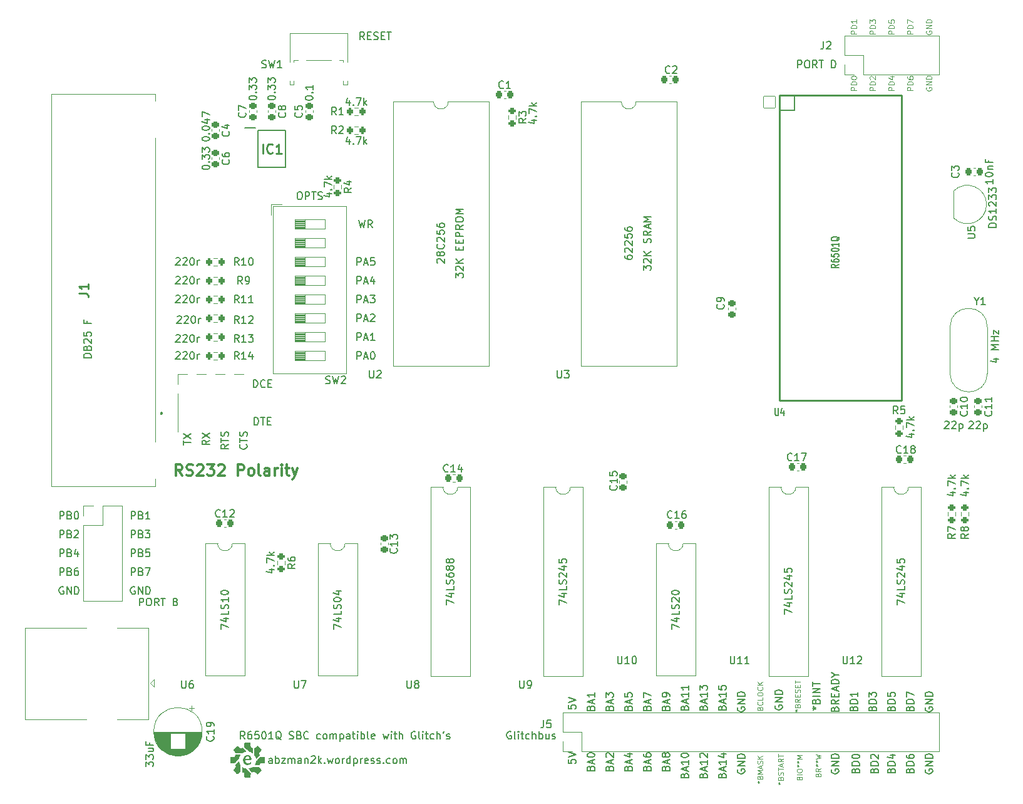
<source format=gto>
%TF.GenerationSoftware,KiCad,Pcbnew,(6.0.0)*%
%TF.CreationDate,2022-03-15T02:00:18-04:00*%
%TF.ProjectId,R6501Q SBC,52363530-3151-4205-9342-432e6b696361,rev?*%
%TF.SameCoordinates,Original*%
%TF.FileFunction,Legend,Top*%
%TF.FilePolarity,Positive*%
%FSLAX46Y46*%
G04 Gerber Fmt 4.6, Leading zero omitted, Abs format (unit mm)*
G04 Created by KiCad (PCBNEW (6.0.0)) date 2022-03-15 02:00:18*
%MOMM*%
%LPD*%
G01*
G04 APERTURE LIST*
G04 Aperture macros list*
%AMRoundRect*
0 Rectangle with rounded corners*
0 $1 Rounding radius*
0 $2 $3 $4 $5 $6 $7 $8 $9 X,Y pos of 4 corners*
0 Add a 4 corners polygon primitive as box body*
4,1,4,$2,$3,$4,$5,$6,$7,$8,$9,$2,$3,0*
0 Add four circle primitives for the rounded corners*
1,1,$1+$1,$2,$3*
1,1,$1+$1,$4,$5*
1,1,$1+$1,$6,$7*
1,1,$1+$1,$8,$9*
0 Add four rect primitives between the rounded corners*
20,1,$1+$1,$2,$3,$4,$5,0*
20,1,$1+$1,$4,$5,$6,$7,0*
20,1,$1+$1,$6,$7,$8,$9,0*
20,1,$1+$1,$8,$9,$2,$3,0*%
G04 Aperture macros list end*
%ADD10C,0.150000*%
%ADD11C,0.100000*%
%ADD12C,0.300000*%
%ADD13C,0.254000*%
%ADD14C,0.127000*%
%ADD15C,0.120000*%
%ADD16C,0.200000*%
%ADD17R,1.300000X1.300000*%
%ADD18C,1.300000*%
%ADD19RoundRect,0.225000X-0.250000X0.225000X-0.250000X-0.225000X0.250000X-0.225000X0.250000X0.225000X0*%
%ADD20R,1.600000X1.600000*%
%ADD21O,1.600000X1.600000*%
%ADD22RoundRect,0.200000X0.200000X0.275000X-0.200000X0.275000X-0.200000X-0.275000X0.200000X-0.275000X0*%
%ADD23R,1.700000X1.700000*%
%ADD24O,1.700000X1.700000*%
%ADD25C,1.500000*%
%ADD26C,4.800000*%
%ADD27RoundRect,0.200000X-0.275000X0.200000X-0.275000X-0.200000X0.275000X-0.200000X0.275000X0.200000X0*%
%ADD28RoundRect,0.225000X0.225000X0.250000X-0.225000X0.250000X-0.225000X-0.250000X0.225000X-0.250000X0*%
%ADD29RoundRect,0.225000X0.250000X-0.225000X0.250000X0.225000X-0.250000X0.225000X-0.250000X-0.225000X0*%
%ADD30RoundRect,0.200000X-0.200000X-0.275000X0.200000X-0.275000X0.200000X0.275000X-0.200000X0.275000X0*%
%ADD31C,5.600000*%
%ADD32C,1.700000*%
%ADD33C,3.500000*%
%ADD34RoundRect,0.200000X0.275000X-0.200000X0.275000X0.200000X-0.275000X0.200000X-0.275000X-0.200000X0*%
%ADD35R,1.475000X0.450000*%
%ADD36RoundRect,0.225000X-0.225000X-0.250000X0.225000X-0.250000X0.225000X0.250000X-0.225000X0.250000X0*%
%ADD37C,2.100000*%
%ADD38C,1.750000*%
%ADD39RoundRect,0.050800X-0.800100X-0.800100X0.800100X-0.800100X0.800100X0.800100X-0.800100X0.800100X0*%
%ADD40C,1.701800*%
%ADD41C,1.600000*%
G04 APERTURE END LIST*
D10*
X143438571Y-139517333D02*
X143486190Y-139374476D01*
X143533809Y-139326857D01*
X143629047Y-139279238D01*
X143771904Y-139279238D01*
X143867142Y-139326857D01*
X143914761Y-139374476D01*
X143962380Y-139469714D01*
X143962380Y-139850666D01*
X142962380Y-139850666D01*
X142962380Y-139517333D01*
X143010000Y-139422095D01*
X143057619Y-139374476D01*
X143152857Y-139326857D01*
X143248095Y-139326857D01*
X143343333Y-139374476D01*
X143390952Y-139422095D01*
X143438571Y-139517333D01*
X143438571Y-139850666D01*
X143676666Y-138898285D02*
X143676666Y-138422095D01*
X143962380Y-138993523D02*
X142962380Y-138660190D01*
X143962380Y-138326857D01*
X143390952Y-137850666D02*
X143343333Y-137945904D01*
X143295714Y-137993523D01*
X143200476Y-138041142D01*
X143152857Y-138041142D01*
X143057619Y-137993523D01*
X143010000Y-137945904D01*
X142962380Y-137850666D01*
X142962380Y-137660190D01*
X143010000Y-137564952D01*
X143057619Y-137517333D01*
X143152857Y-137469714D01*
X143200476Y-137469714D01*
X143295714Y-137517333D01*
X143343333Y-137564952D01*
X143390952Y-137660190D01*
X143390952Y-137850666D01*
X143438571Y-137945904D01*
X143486190Y-137993523D01*
X143581428Y-138041142D01*
X143771904Y-138041142D01*
X143867142Y-137993523D01*
X143914761Y-137945904D01*
X143962380Y-137850666D01*
X143962380Y-137660190D01*
X143914761Y-137564952D01*
X143867142Y-137517333D01*
X143771904Y-137469714D01*
X143581428Y-137469714D01*
X143486190Y-137517333D01*
X143438571Y-137564952D01*
X143390952Y-137660190D01*
X61976095Y-115070000D02*
X61880857Y-115022380D01*
X61738000Y-115022380D01*
X61595142Y-115070000D01*
X61499904Y-115165238D01*
X61452285Y-115260476D01*
X61404666Y-115450952D01*
X61404666Y-115593809D01*
X61452285Y-115784285D01*
X61499904Y-115879523D01*
X61595142Y-115974761D01*
X61738000Y-116022380D01*
X61833238Y-116022380D01*
X61976095Y-115974761D01*
X62023714Y-115927142D01*
X62023714Y-115593809D01*
X61833238Y-115593809D01*
X62452285Y-116022380D02*
X62452285Y-115022380D01*
X63023714Y-116022380D01*
X63023714Y-115022380D01*
X63499904Y-116022380D02*
X63499904Y-115022380D01*
X63738000Y-115022380D01*
X63880857Y-115070000D01*
X63976095Y-115165238D01*
X64023714Y-115260476D01*
X64071333Y-115450952D01*
X64071333Y-115593809D01*
X64023714Y-115784285D01*
X63976095Y-115879523D01*
X63880857Y-115974761D01*
X63738000Y-116022380D01*
X63499904Y-116022380D01*
X148518571Y-131357523D02*
X148566190Y-131214666D01*
X148613809Y-131167047D01*
X148709047Y-131119428D01*
X148851904Y-131119428D01*
X148947142Y-131167047D01*
X148994761Y-131214666D01*
X149042380Y-131309904D01*
X149042380Y-131690857D01*
X148042380Y-131690857D01*
X148042380Y-131357523D01*
X148090000Y-131262285D01*
X148137619Y-131214666D01*
X148232857Y-131167047D01*
X148328095Y-131167047D01*
X148423333Y-131214666D01*
X148470952Y-131262285D01*
X148518571Y-131357523D01*
X148518571Y-131690857D01*
X148756666Y-130738476D02*
X148756666Y-130262285D01*
X149042380Y-130833714D02*
X148042380Y-130500380D01*
X149042380Y-130167047D01*
X149042380Y-129309904D02*
X149042380Y-129881333D01*
X149042380Y-129595619D02*
X148042380Y-129595619D01*
X148185238Y-129690857D01*
X148280476Y-129786095D01*
X148328095Y-129881333D01*
X148042380Y-128976571D02*
X148042380Y-128357523D01*
X148423333Y-128690857D01*
X148423333Y-128548000D01*
X148470952Y-128452761D01*
X148518571Y-128405142D01*
X148613809Y-128357523D01*
X148851904Y-128357523D01*
X148947142Y-128405142D01*
X148994761Y-128452761D01*
X149042380Y-128548000D01*
X149042380Y-128833714D01*
X148994761Y-128928952D01*
X148947142Y-128976571D01*
D11*
X174329285Y-47918571D02*
X173579285Y-47918571D01*
X173579285Y-47632857D01*
X173615000Y-47561428D01*
X173650714Y-47525714D01*
X173722142Y-47490000D01*
X173829285Y-47490000D01*
X173900714Y-47525714D01*
X173936428Y-47561428D01*
X173972142Y-47632857D01*
X173972142Y-47918571D01*
X174329285Y-47168571D02*
X173579285Y-47168571D01*
X173579285Y-46990000D01*
X173615000Y-46882857D01*
X173686428Y-46811428D01*
X173757857Y-46775714D01*
X173900714Y-46740000D01*
X174007857Y-46740000D01*
X174150714Y-46775714D01*
X174222142Y-46811428D01*
X174293571Y-46882857D01*
X174329285Y-46990000D01*
X174329285Y-47168571D01*
X173829285Y-46097142D02*
X174329285Y-46097142D01*
X173543571Y-46275714D02*
X174079285Y-46454285D01*
X174079285Y-45990000D01*
D10*
X138358571Y-139517333D02*
X138406190Y-139374476D01*
X138453809Y-139326857D01*
X138549047Y-139279238D01*
X138691904Y-139279238D01*
X138787142Y-139326857D01*
X138834761Y-139374476D01*
X138882380Y-139469714D01*
X138882380Y-139850666D01*
X137882380Y-139850666D01*
X137882380Y-139517333D01*
X137930000Y-139422095D01*
X137977619Y-139374476D01*
X138072857Y-139326857D01*
X138168095Y-139326857D01*
X138263333Y-139374476D01*
X138310952Y-139422095D01*
X138358571Y-139517333D01*
X138358571Y-139850666D01*
X138596666Y-138898285D02*
X138596666Y-138422095D01*
X138882380Y-138993523D02*
X137882380Y-138660190D01*
X138882380Y-138326857D01*
X138215714Y-137564952D02*
X138882380Y-137564952D01*
X137834761Y-137803047D02*
X138549047Y-138041142D01*
X138549047Y-137422095D01*
X143438571Y-131389333D02*
X143486190Y-131246476D01*
X143533809Y-131198857D01*
X143629047Y-131151238D01*
X143771904Y-131151238D01*
X143867142Y-131198857D01*
X143914761Y-131246476D01*
X143962380Y-131341714D01*
X143962380Y-131722666D01*
X142962380Y-131722666D01*
X142962380Y-131389333D01*
X143010000Y-131294095D01*
X143057619Y-131246476D01*
X143152857Y-131198857D01*
X143248095Y-131198857D01*
X143343333Y-131246476D01*
X143390952Y-131294095D01*
X143438571Y-131389333D01*
X143438571Y-131722666D01*
X143676666Y-130770285D02*
X143676666Y-130294095D01*
X143962380Y-130865523D02*
X142962380Y-130532190D01*
X143962380Y-130198857D01*
X143962380Y-129817904D02*
X143962380Y-129627428D01*
X143914761Y-129532190D01*
X143867142Y-129484571D01*
X143724285Y-129389333D01*
X143533809Y-129341714D01*
X143152857Y-129341714D01*
X143057619Y-129389333D01*
X143010000Y-129436952D01*
X142962380Y-129532190D01*
X142962380Y-129722666D01*
X143010000Y-129817904D01*
X143057619Y-129865523D01*
X143152857Y-129913142D01*
X143390952Y-129913142D01*
X143486190Y-129865523D01*
X143533809Y-129817904D01*
X143581428Y-129722666D01*
X143581428Y-129532190D01*
X143533809Y-129436952D01*
X143486190Y-129389333D01*
X143390952Y-129341714D01*
D11*
X161494000Y-140862666D02*
X161527333Y-140762666D01*
X161560666Y-140729333D01*
X161627333Y-140696000D01*
X161727333Y-140696000D01*
X161794000Y-140729333D01*
X161827333Y-140762666D01*
X161860666Y-140829333D01*
X161860666Y-141096000D01*
X161160666Y-141096000D01*
X161160666Y-140862666D01*
X161194000Y-140796000D01*
X161227333Y-140762666D01*
X161294000Y-140729333D01*
X161360666Y-140729333D01*
X161427333Y-140762666D01*
X161460666Y-140796000D01*
X161494000Y-140862666D01*
X161494000Y-141096000D01*
X161860666Y-140396000D02*
X161160666Y-140396000D01*
X161160666Y-139929333D02*
X161160666Y-139796000D01*
X161194000Y-139729333D01*
X161260666Y-139662666D01*
X161394000Y-139629333D01*
X161627333Y-139629333D01*
X161760666Y-139662666D01*
X161827333Y-139729333D01*
X161860666Y-139796000D01*
X161860666Y-139929333D01*
X161827333Y-139996000D01*
X161760666Y-140062666D01*
X161627333Y-140096000D01*
X161394000Y-140096000D01*
X161260666Y-140062666D01*
X161194000Y-139996000D01*
X161160666Y-139929333D01*
X161160666Y-139229333D02*
X161327333Y-139229333D01*
X161260666Y-139396000D02*
X161327333Y-139229333D01*
X161260666Y-139062666D01*
X161460666Y-139329333D02*
X161327333Y-139229333D01*
X161460666Y-139129333D01*
X161160666Y-138696000D02*
X161327333Y-138696000D01*
X161260666Y-138862666D02*
X161327333Y-138696000D01*
X161260666Y-138529333D01*
X161460666Y-138796000D02*
X161327333Y-138696000D01*
X161460666Y-138596000D01*
X161860666Y-138262666D02*
X161160666Y-138262666D01*
X161660666Y-138029333D01*
X161160666Y-137796000D01*
X161860666Y-137796000D01*
D10*
X145978571Y-131357523D02*
X146026190Y-131214666D01*
X146073809Y-131167047D01*
X146169047Y-131119428D01*
X146311904Y-131119428D01*
X146407142Y-131167047D01*
X146454761Y-131214666D01*
X146502380Y-131309904D01*
X146502380Y-131690857D01*
X145502380Y-131690857D01*
X145502380Y-131357523D01*
X145550000Y-131262285D01*
X145597619Y-131214666D01*
X145692857Y-131167047D01*
X145788095Y-131167047D01*
X145883333Y-131214666D01*
X145930952Y-131262285D01*
X145978571Y-131357523D01*
X145978571Y-131690857D01*
X146216666Y-130738476D02*
X146216666Y-130262285D01*
X146502380Y-130833714D02*
X145502380Y-130500380D01*
X146502380Y-130167047D01*
X146502380Y-129309904D02*
X146502380Y-129881333D01*
X146502380Y-129595619D02*
X145502380Y-129595619D01*
X145645238Y-129690857D01*
X145740476Y-129786095D01*
X145788095Y-129881333D01*
X146502380Y-128357523D02*
X146502380Y-128928952D01*
X146502380Y-128643238D02*
X145502380Y-128643238D01*
X145645238Y-128738476D01*
X145740476Y-128833714D01*
X145788095Y-128928952D01*
X148518571Y-140501523D02*
X148566190Y-140358666D01*
X148613809Y-140311047D01*
X148709047Y-140263428D01*
X148851904Y-140263428D01*
X148947142Y-140311047D01*
X148994761Y-140358666D01*
X149042380Y-140453904D01*
X149042380Y-140834857D01*
X148042380Y-140834857D01*
X148042380Y-140501523D01*
X148090000Y-140406285D01*
X148137619Y-140358666D01*
X148232857Y-140311047D01*
X148328095Y-140311047D01*
X148423333Y-140358666D01*
X148470952Y-140406285D01*
X148518571Y-140501523D01*
X148518571Y-140834857D01*
X148756666Y-139882476D02*
X148756666Y-139406285D01*
X149042380Y-139977714D02*
X148042380Y-139644380D01*
X149042380Y-139311047D01*
X149042380Y-138453904D02*
X149042380Y-139025333D01*
X149042380Y-138739619D02*
X148042380Y-138739619D01*
X148185238Y-138834857D01*
X148280476Y-138930095D01*
X148328095Y-139025333D01*
X148137619Y-138072952D02*
X148090000Y-138025333D01*
X148042380Y-137930095D01*
X148042380Y-137692000D01*
X148090000Y-137596761D01*
X148137619Y-137549142D01*
X148232857Y-137501523D01*
X148328095Y-137501523D01*
X148470952Y-137549142D01*
X149042380Y-138120571D01*
X149042380Y-137501523D01*
D11*
X169249285Y-47918571D02*
X168499285Y-47918571D01*
X168499285Y-47632857D01*
X168535000Y-47561428D01*
X168570714Y-47525714D01*
X168642142Y-47490000D01*
X168749285Y-47490000D01*
X168820714Y-47525714D01*
X168856428Y-47561428D01*
X168892142Y-47632857D01*
X168892142Y-47918571D01*
X169249285Y-47168571D02*
X168499285Y-47168571D01*
X168499285Y-46990000D01*
X168535000Y-46882857D01*
X168606428Y-46811428D01*
X168677857Y-46775714D01*
X168820714Y-46740000D01*
X168927857Y-46740000D01*
X169070714Y-46775714D01*
X169142142Y-46811428D01*
X169213571Y-46882857D01*
X169249285Y-46990000D01*
X169249285Y-47168571D01*
X168499285Y-46275714D02*
X168499285Y-46204285D01*
X168535000Y-46132857D01*
X168570714Y-46097142D01*
X168642142Y-46061428D01*
X168785000Y-46025714D01*
X168963571Y-46025714D01*
X169106428Y-46061428D01*
X169177857Y-46097142D01*
X169213571Y-46132857D01*
X169249285Y-46204285D01*
X169249285Y-46275714D01*
X169213571Y-46347142D01*
X169177857Y-46382857D01*
X169106428Y-46418571D01*
X168963571Y-46454285D01*
X168785000Y-46454285D01*
X168642142Y-46418571D01*
X168570714Y-46382857D01*
X168535000Y-46347142D01*
X168499285Y-46275714D01*
D10*
X61499904Y-108402380D02*
X61499904Y-107402380D01*
X61880857Y-107402380D01*
X61976095Y-107450000D01*
X62023714Y-107497619D01*
X62071333Y-107592857D01*
X62071333Y-107735714D01*
X62023714Y-107830952D01*
X61976095Y-107878571D01*
X61880857Y-107926190D01*
X61499904Y-107926190D01*
X62833238Y-107878571D02*
X62976095Y-107926190D01*
X63023714Y-107973809D01*
X63071333Y-108069047D01*
X63071333Y-108211904D01*
X63023714Y-108307142D01*
X62976095Y-108354761D01*
X62880857Y-108402380D01*
X62499904Y-108402380D01*
X62499904Y-107402380D01*
X62833238Y-107402380D01*
X62928476Y-107450000D01*
X62976095Y-107497619D01*
X63023714Y-107592857D01*
X63023714Y-107688095D01*
X62976095Y-107783333D01*
X62928476Y-107830952D01*
X62833238Y-107878571D01*
X62499904Y-107878571D01*
X63452285Y-107497619D02*
X63499904Y-107450000D01*
X63595142Y-107402380D01*
X63833238Y-107402380D01*
X63928476Y-107450000D01*
X63976095Y-107497619D01*
X64023714Y-107592857D01*
X64023714Y-107688095D01*
X63976095Y-107830952D01*
X63404666Y-108402380D01*
X64023714Y-108402380D01*
X173918571Y-131460761D02*
X173966190Y-131317904D01*
X174013809Y-131270285D01*
X174109047Y-131222666D01*
X174251904Y-131222666D01*
X174347142Y-131270285D01*
X174394761Y-131317904D01*
X174442380Y-131413142D01*
X174442380Y-131794095D01*
X173442380Y-131794095D01*
X173442380Y-131460761D01*
X173490000Y-131365523D01*
X173537619Y-131317904D01*
X173632857Y-131270285D01*
X173728095Y-131270285D01*
X173823333Y-131317904D01*
X173870952Y-131365523D01*
X173918571Y-131460761D01*
X173918571Y-131794095D01*
X174442380Y-130794095D02*
X173442380Y-130794095D01*
X173442380Y-130556000D01*
X173490000Y-130413142D01*
X173585238Y-130317904D01*
X173680476Y-130270285D01*
X173870952Y-130222666D01*
X174013809Y-130222666D01*
X174204285Y-130270285D01*
X174299523Y-130317904D01*
X174394761Y-130413142D01*
X174442380Y-130556000D01*
X174442380Y-130794095D01*
X173442380Y-129317904D02*
X173442380Y-129794095D01*
X173918571Y-129841714D01*
X173870952Y-129794095D01*
X173823333Y-129698857D01*
X173823333Y-129460761D01*
X173870952Y-129365523D01*
X173918571Y-129317904D01*
X174013809Y-129270285D01*
X174251904Y-129270285D01*
X174347142Y-129317904D01*
X174394761Y-129365523D01*
X174442380Y-129460761D01*
X174442380Y-129698857D01*
X174394761Y-129794095D01*
X174347142Y-129841714D01*
X86528380Y-135580380D02*
X86195047Y-135104190D01*
X85956952Y-135580380D02*
X85956952Y-134580380D01*
X86337904Y-134580380D01*
X86433142Y-134628000D01*
X86480761Y-134675619D01*
X86528380Y-134770857D01*
X86528380Y-134913714D01*
X86480761Y-135008952D01*
X86433142Y-135056571D01*
X86337904Y-135104190D01*
X85956952Y-135104190D01*
X87385523Y-134580380D02*
X87195047Y-134580380D01*
X87099809Y-134628000D01*
X87052190Y-134675619D01*
X86956952Y-134818476D01*
X86909333Y-135008952D01*
X86909333Y-135389904D01*
X86956952Y-135485142D01*
X87004571Y-135532761D01*
X87099809Y-135580380D01*
X87290285Y-135580380D01*
X87385523Y-135532761D01*
X87433142Y-135485142D01*
X87480761Y-135389904D01*
X87480761Y-135151809D01*
X87433142Y-135056571D01*
X87385523Y-135008952D01*
X87290285Y-134961333D01*
X87099809Y-134961333D01*
X87004571Y-135008952D01*
X86956952Y-135056571D01*
X86909333Y-135151809D01*
X88385523Y-134580380D02*
X87909333Y-134580380D01*
X87861714Y-135056571D01*
X87909333Y-135008952D01*
X88004571Y-134961333D01*
X88242666Y-134961333D01*
X88337904Y-135008952D01*
X88385523Y-135056571D01*
X88433142Y-135151809D01*
X88433142Y-135389904D01*
X88385523Y-135485142D01*
X88337904Y-135532761D01*
X88242666Y-135580380D01*
X88004571Y-135580380D01*
X87909333Y-135532761D01*
X87861714Y-135485142D01*
X89052190Y-134580380D02*
X89147428Y-134580380D01*
X89242666Y-134628000D01*
X89290285Y-134675619D01*
X89337904Y-134770857D01*
X89385523Y-134961333D01*
X89385523Y-135199428D01*
X89337904Y-135389904D01*
X89290285Y-135485142D01*
X89242666Y-135532761D01*
X89147428Y-135580380D01*
X89052190Y-135580380D01*
X88956952Y-135532761D01*
X88909333Y-135485142D01*
X88861714Y-135389904D01*
X88814095Y-135199428D01*
X88814095Y-134961333D01*
X88861714Y-134770857D01*
X88909333Y-134675619D01*
X88956952Y-134628000D01*
X89052190Y-134580380D01*
X90337904Y-135580380D02*
X89766476Y-135580380D01*
X90052190Y-135580380D02*
X90052190Y-134580380D01*
X89956952Y-134723238D01*
X89861714Y-134818476D01*
X89766476Y-134866095D01*
X91433142Y-135675619D02*
X91337904Y-135628000D01*
X91242666Y-135532761D01*
X91099809Y-135389904D01*
X91004571Y-135342285D01*
X90909333Y-135342285D01*
X90956952Y-135580380D02*
X90861714Y-135532761D01*
X90766476Y-135437523D01*
X90718857Y-135247047D01*
X90718857Y-134913714D01*
X90766476Y-134723238D01*
X90861714Y-134628000D01*
X90956952Y-134580380D01*
X91147428Y-134580380D01*
X91242666Y-134628000D01*
X91337904Y-134723238D01*
X91385523Y-134913714D01*
X91385523Y-135247047D01*
X91337904Y-135437523D01*
X91242666Y-135532761D01*
X91147428Y-135580380D01*
X90956952Y-135580380D01*
X92528380Y-135532761D02*
X92671238Y-135580380D01*
X92909333Y-135580380D01*
X93004571Y-135532761D01*
X93052190Y-135485142D01*
X93099809Y-135389904D01*
X93099809Y-135294666D01*
X93052190Y-135199428D01*
X93004571Y-135151809D01*
X92909333Y-135104190D01*
X92718857Y-135056571D01*
X92623619Y-135008952D01*
X92575999Y-134961333D01*
X92528380Y-134866095D01*
X92528380Y-134770857D01*
X92575999Y-134675619D01*
X92623619Y-134628000D01*
X92718857Y-134580380D01*
X92956952Y-134580380D01*
X93099809Y-134628000D01*
X93861714Y-135056571D02*
X94004571Y-135104190D01*
X94052190Y-135151809D01*
X94099809Y-135247047D01*
X94099809Y-135389904D01*
X94052190Y-135485142D01*
X94004571Y-135532761D01*
X93909333Y-135580380D01*
X93528380Y-135580380D01*
X93528380Y-134580380D01*
X93861714Y-134580380D01*
X93956952Y-134628000D01*
X94004571Y-134675619D01*
X94052190Y-134770857D01*
X94052190Y-134866095D01*
X94004571Y-134961333D01*
X93956952Y-135008952D01*
X93861714Y-135056571D01*
X93528380Y-135056571D01*
X95099809Y-135485142D02*
X95052190Y-135532761D01*
X94909333Y-135580380D01*
X94814095Y-135580380D01*
X94671238Y-135532761D01*
X94575999Y-135437523D01*
X94528380Y-135342285D01*
X94480761Y-135151809D01*
X94480761Y-135008952D01*
X94528380Y-134818476D01*
X94575999Y-134723238D01*
X94671238Y-134628000D01*
X94814095Y-134580380D01*
X94909333Y-134580380D01*
X95052190Y-134628000D01*
X95099809Y-134675619D01*
X96718857Y-135532761D02*
X96623619Y-135580380D01*
X96433142Y-135580380D01*
X96337904Y-135532761D01*
X96290285Y-135485142D01*
X96242666Y-135389904D01*
X96242666Y-135104190D01*
X96290285Y-135008952D01*
X96337904Y-134961333D01*
X96433142Y-134913714D01*
X96623619Y-134913714D01*
X96718857Y-134961333D01*
X97290285Y-135580380D02*
X97195047Y-135532761D01*
X97147428Y-135485142D01*
X97099809Y-135389904D01*
X97099809Y-135104190D01*
X97147428Y-135008952D01*
X97195047Y-134961333D01*
X97290285Y-134913714D01*
X97433142Y-134913714D01*
X97528380Y-134961333D01*
X97575999Y-135008952D01*
X97623619Y-135104190D01*
X97623619Y-135389904D01*
X97575999Y-135485142D01*
X97528380Y-135532761D01*
X97433142Y-135580380D01*
X97290285Y-135580380D01*
X98052190Y-135580380D02*
X98052190Y-134913714D01*
X98052190Y-135008952D02*
X98099809Y-134961333D01*
X98195047Y-134913714D01*
X98337904Y-134913714D01*
X98433142Y-134961333D01*
X98480761Y-135056571D01*
X98480761Y-135580380D01*
X98480761Y-135056571D02*
X98528380Y-134961333D01*
X98623619Y-134913714D01*
X98766476Y-134913714D01*
X98861714Y-134961333D01*
X98909333Y-135056571D01*
X98909333Y-135580380D01*
X99385523Y-134913714D02*
X99385523Y-135913714D01*
X99385523Y-134961333D02*
X99480761Y-134913714D01*
X99671238Y-134913714D01*
X99766476Y-134961333D01*
X99814095Y-135008952D01*
X99861714Y-135104190D01*
X99861714Y-135389904D01*
X99814095Y-135485142D01*
X99766476Y-135532761D01*
X99671238Y-135580380D01*
X99480761Y-135580380D01*
X99385523Y-135532761D01*
X100718857Y-135580380D02*
X100718857Y-135056571D01*
X100671238Y-134961333D01*
X100575999Y-134913714D01*
X100385523Y-134913714D01*
X100290285Y-134961333D01*
X100718857Y-135532761D02*
X100623619Y-135580380D01*
X100385523Y-135580380D01*
X100290285Y-135532761D01*
X100242666Y-135437523D01*
X100242666Y-135342285D01*
X100290285Y-135247047D01*
X100385523Y-135199428D01*
X100623619Y-135199428D01*
X100718857Y-135151809D01*
X101052190Y-134913714D02*
X101433142Y-134913714D01*
X101195047Y-134580380D02*
X101195047Y-135437523D01*
X101242666Y-135532761D01*
X101337904Y-135580380D01*
X101433142Y-135580380D01*
X101766476Y-135580380D02*
X101766476Y-134913714D01*
X101766476Y-134580380D02*
X101718857Y-134628000D01*
X101766476Y-134675619D01*
X101814095Y-134628000D01*
X101766476Y-134580380D01*
X101766476Y-134675619D01*
X102242666Y-135580380D02*
X102242666Y-134580380D01*
X102242666Y-134961333D02*
X102337904Y-134913714D01*
X102528380Y-134913714D01*
X102623619Y-134961333D01*
X102671238Y-135008952D01*
X102718857Y-135104190D01*
X102718857Y-135389904D01*
X102671238Y-135485142D01*
X102623619Y-135532761D01*
X102528380Y-135580380D01*
X102337904Y-135580380D01*
X102242666Y-135532761D01*
X103290285Y-135580380D02*
X103195047Y-135532761D01*
X103147428Y-135437523D01*
X103147428Y-134580380D01*
X104052190Y-135532761D02*
X103956952Y-135580380D01*
X103766476Y-135580380D01*
X103671238Y-135532761D01*
X103623619Y-135437523D01*
X103623619Y-135056571D01*
X103671238Y-134961333D01*
X103766476Y-134913714D01*
X103956952Y-134913714D01*
X104052190Y-134961333D01*
X104099809Y-135056571D01*
X104099809Y-135151809D01*
X103623619Y-135247047D01*
X105195047Y-134913714D02*
X105385523Y-135580380D01*
X105575999Y-135104190D01*
X105766476Y-135580380D01*
X105956952Y-134913714D01*
X106337904Y-135580380D02*
X106337904Y-134913714D01*
X106337904Y-134580380D02*
X106290285Y-134628000D01*
X106337904Y-134675619D01*
X106385523Y-134628000D01*
X106337904Y-134580380D01*
X106337904Y-134675619D01*
X106671238Y-134913714D02*
X107052190Y-134913714D01*
X106814095Y-134580380D02*
X106814095Y-135437523D01*
X106861714Y-135532761D01*
X106956952Y-135580380D01*
X107052190Y-135580380D01*
X107385523Y-135580380D02*
X107385523Y-134580380D01*
X107814095Y-135580380D02*
X107814095Y-135056571D01*
X107766476Y-134961333D01*
X107671238Y-134913714D01*
X107528380Y-134913714D01*
X107433142Y-134961333D01*
X107385523Y-135008952D01*
X109575999Y-134628000D02*
X109480761Y-134580380D01*
X109337904Y-134580380D01*
X109195047Y-134628000D01*
X109099809Y-134723238D01*
X109052190Y-134818476D01*
X109004571Y-135008952D01*
X109004571Y-135151809D01*
X109052190Y-135342285D01*
X109099809Y-135437523D01*
X109195047Y-135532761D01*
X109337904Y-135580380D01*
X109433142Y-135580380D01*
X109575999Y-135532761D01*
X109623619Y-135485142D01*
X109623619Y-135151809D01*
X109433142Y-135151809D01*
X110195047Y-135580380D02*
X110099809Y-135532761D01*
X110052190Y-135437523D01*
X110052190Y-134580380D01*
X110575999Y-135580380D02*
X110575999Y-134913714D01*
X110575999Y-134580380D02*
X110528380Y-134628000D01*
X110575999Y-134675619D01*
X110623619Y-134628000D01*
X110575999Y-134580380D01*
X110575999Y-134675619D01*
X110909333Y-134913714D02*
X111290285Y-134913714D01*
X111052190Y-134580380D02*
X111052190Y-135437523D01*
X111099809Y-135532761D01*
X111195047Y-135580380D01*
X111290285Y-135580380D01*
X112052190Y-135532761D02*
X111956952Y-135580380D01*
X111766476Y-135580380D01*
X111671238Y-135532761D01*
X111623619Y-135485142D01*
X111575999Y-135389904D01*
X111575999Y-135104190D01*
X111623619Y-135008952D01*
X111671238Y-134961333D01*
X111766476Y-134913714D01*
X111956952Y-134913714D01*
X112052190Y-134961333D01*
X112480761Y-135580380D02*
X112480761Y-134580380D01*
X112909333Y-135580380D02*
X112909333Y-135056571D01*
X112861714Y-134961333D01*
X112766476Y-134913714D01*
X112623619Y-134913714D01*
X112528380Y-134961333D01*
X112480761Y-135008952D01*
X113433142Y-134580380D02*
X113337904Y-134770857D01*
X113814095Y-135532761D02*
X113909333Y-135580380D01*
X114099809Y-135580380D01*
X114195047Y-135532761D01*
X114242666Y-135437523D01*
X114242666Y-135389904D01*
X114195047Y-135294666D01*
X114099809Y-135247047D01*
X113956952Y-135247047D01*
X113861714Y-135199428D01*
X113814095Y-135104190D01*
X113814095Y-135056571D01*
X113861714Y-134961333D01*
X113956952Y-134913714D01*
X114099809Y-134913714D01*
X114195047Y-134961333D01*
X90202857Y-138882380D02*
X90202857Y-138358571D01*
X90155238Y-138263333D01*
X90060000Y-138215714D01*
X89869523Y-138215714D01*
X89774285Y-138263333D01*
X90202857Y-138834761D02*
X90107619Y-138882380D01*
X89869523Y-138882380D01*
X89774285Y-138834761D01*
X89726666Y-138739523D01*
X89726666Y-138644285D01*
X89774285Y-138549047D01*
X89869523Y-138501428D01*
X90107619Y-138501428D01*
X90202857Y-138453809D01*
X90679047Y-138882380D02*
X90679047Y-137882380D01*
X90679047Y-138263333D02*
X90774285Y-138215714D01*
X90964761Y-138215714D01*
X91060000Y-138263333D01*
X91107619Y-138310952D01*
X91155238Y-138406190D01*
X91155238Y-138691904D01*
X91107619Y-138787142D01*
X91060000Y-138834761D01*
X90964761Y-138882380D01*
X90774285Y-138882380D01*
X90679047Y-138834761D01*
X91488571Y-138215714D02*
X92012380Y-138215714D01*
X91488571Y-138882380D01*
X92012380Y-138882380D01*
X92393333Y-138882380D02*
X92393333Y-138215714D01*
X92393333Y-138310952D02*
X92440952Y-138263333D01*
X92536190Y-138215714D01*
X92679047Y-138215714D01*
X92774285Y-138263333D01*
X92821904Y-138358571D01*
X92821904Y-138882380D01*
X92821904Y-138358571D02*
X92869523Y-138263333D01*
X92964761Y-138215714D01*
X93107619Y-138215714D01*
X93202857Y-138263333D01*
X93250476Y-138358571D01*
X93250476Y-138882380D01*
X94155238Y-138882380D02*
X94155238Y-138358571D01*
X94107619Y-138263333D01*
X94012380Y-138215714D01*
X93821904Y-138215714D01*
X93726666Y-138263333D01*
X94155238Y-138834761D02*
X94060000Y-138882380D01*
X93821904Y-138882380D01*
X93726666Y-138834761D01*
X93679047Y-138739523D01*
X93679047Y-138644285D01*
X93726666Y-138549047D01*
X93821904Y-138501428D01*
X94060000Y-138501428D01*
X94155238Y-138453809D01*
X94631428Y-138215714D02*
X94631428Y-138882380D01*
X94631428Y-138310952D02*
X94679047Y-138263333D01*
X94774285Y-138215714D01*
X94917142Y-138215714D01*
X95012380Y-138263333D01*
X95060000Y-138358571D01*
X95060000Y-138882380D01*
X95488571Y-137977619D02*
X95536190Y-137930000D01*
X95631428Y-137882380D01*
X95869523Y-137882380D01*
X95964761Y-137930000D01*
X96012380Y-137977619D01*
X96060000Y-138072857D01*
X96060000Y-138168095D01*
X96012380Y-138310952D01*
X95440952Y-138882380D01*
X96060000Y-138882380D01*
X96488571Y-138882380D02*
X96488571Y-137882380D01*
X96583809Y-138501428D02*
X96869523Y-138882380D01*
X96869523Y-138215714D02*
X96488571Y-138596666D01*
X97298095Y-138787142D02*
X97345714Y-138834761D01*
X97298095Y-138882380D01*
X97250476Y-138834761D01*
X97298095Y-138787142D01*
X97298095Y-138882380D01*
X97679047Y-138215714D02*
X97869523Y-138882380D01*
X98060000Y-138406190D01*
X98250476Y-138882380D01*
X98440952Y-138215714D01*
X98964761Y-138882380D02*
X98869523Y-138834761D01*
X98821904Y-138787142D01*
X98774285Y-138691904D01*
X98774285Y-138406190D01*
X98821904Y-138310952D01*
X98869523Y-138263333D01*
X98964761Y-138215714D01*
X99107619Y-138215714D01*
X99202857Y-138263333D01*
X99250476Y-138310952D01*
X99298095Y-138406190D01*
X99298095Y-138691904D01*
X99250476Y-138787142D01*
X99202857Y-138834761D01*
X99107619Y-138882380D01*
X98964761Y-138882380D01*
X99726666Y-138882380D02*
X99726666Y-138215714D01*
X99726666Y-138406190D02*
X99774285Y-138310952D01*
X99821904Y-138263333D01*
X99917142Y-138215714D01*
X100012380Y-138215714D01*
X100774285Y-138882380D02*
X100774285Y-137882380D01*
X100774285Y-138834761D02*
X100679047Y-138882380D01*
X100488571Y-138882380D01*
X100393333Y-138834761D01*
X100345714Y-138787142D01*
X100298095Y-138691904D01*
X100298095Y-138406190D01*
X100345714Y-138310952D01*
X100393333Y-138263333D01*
X100488571Y-138215714D01*
X100679047Y-138215714D01*
X100774285Y-138263333D01*
X101250476Y-138215714D02*
X101250476Y-139215714D01*
X101250476Y-138263333D02*
X101345714Y-138215714D01*
X101536190Y-138215714D01*
X101631428Y-138263333D01*
X101679047Y-138310952D01*
X101726666Y-138406190D01*
X101726666Y-138691904D01*
X101679047Y-138787142D01*
X101631428Y-138834761D01*
X101536190Y-138882380D01*
X101345714Y-138882380D01*
X101250476Y-138834761D01*
X102155238Y-138882380D02*
X102155238Y-138215714D01*
X102155238Y-138406190D02*
X102202857Y-138310952D01*
X102250476Y-138263333D01*
X102345714Y-138215714D01*
X102440952Y-138215714D01*
X103155238Y-138834761D02*
X103060000Y-138882380D01*
X102869523Y-138882380D01*
X102774285Y-138834761D01*
X102726666Y-138739523D01*
X102726666Y-138358571D01*
X102774285Y-138263333D01*
X102869523Y-138215714D01*
X103060000Y-138215714D01*
X103155238Y-138263333D01*
X103202857Y-138358571D01*
X103202857Y-138453809D01*
X102726666Y-138549047D01*
X103583809Y-138834761D02*
X103679047Y-138882380D01*
X103869523Y-138882380D01*
X103964761Y-138834761D01*
X104012380Y-138739523D01*
X104012380Y-138691904D01*
X103964761Y-138596666D01*
X103869523Y-138549047D01*
X103726666Y-138549047D01*
X103631428Y-138501428D01*
X103583809Y-138406190D01*
X103583809Y-138358571D01*
X103631428Y-138263333D01*
X103726666Y-138215714D01*
X103869523Y-138215714D01*
X103964761Y-138263333D01*
X104393333Y-138834761D02*
X104488571Y-138882380D01*
X104679047Y-138882380D01*
X104774285Y-138834761D01*
X104821904Y-138739523D01*
X104821904Y-138691904D01*
X104774285Y-138596666D01*
X104679047Y-138549047D01*
X104536190Y-138549047D01*
X104440952Y-138501428D01*
X104393333Y-138406190D01*
X104393333Y-138358571D01*
X104440952Y-138263333D01*
X104536190Y-138215714D01*
X104679047Y-138215714D01*
X104774285Y-138263333D01*
X105250476Y-138787142D02*
X105298095Y-138834761D01*
X105250476Y-138882380D01*
X105202857Y-138834761D01*
X105250476Y-138787142D01*
X105250476Y-138882380D01*
X106155238Y-138834761D02*
X106060000Y-138882380D01*
X105869523Y-138882380D01*
X105774285Y-138834761D01*
X105726666Y-138787142D01*
X105679047Y-138691904D01*
X105679047Y-138406190D01*
X105726666Y-138310952D01*
X105774285Y-138263333D01*
X105869523Y-138215714D01*
X106060000Y-138215714D01*
X106155238Y-138263333D01*
X106726666Y-138882380D02*
X106631428Y-138834761D01*
X106583809Y-138787142D01*
X106536190Y-138691904D01*
X106536190Y-138406190D01*
X106583809Y-138310952D01*
X106631428Y-138263333D01*
X106726666Y-138215714D01*
X106869523Y-138215714D01*
X106964761Y-138263333D01*
X107012380Y-138310952D01*
X107060000Y-138406190D01*
X107060000Y-138691904D01*
X107012380Y-138787142D01*
X106964761Y-138834761D01*
X106869523Y-138882380D01*
X106726666Y-138882380D01*
X107488571Y-138882380D02*
X107488571Y-138215714D01*
X107488571Y-138310952D02*
X107536190Y-138263333D01*
X107631428Y-138215714D01*
X107774285Y-138215714D01*
X107869523Y-138263333D01*
X107917142Y-138358571D01*
X107917142Y-138882380D01*
X107917142Y-138358571D02*
X107964761Y-138263333D01*
X108060000Y-138215714D01*
X108202857Y-138215714D01*
X108298095Y-138263333D01*
X108345714Y-138358571D01*
X108345714Y-138882380D01*
X101703333Y-74112380D02*
X101703333Y-73112380D01*
X102084285Y-73112380D01*
X102179523Y-73160000D01*
X102227142Y-73207619D01*
X102274761Y-73302857D01*
X102274761Y-73445714D01*
X102227142Y-73540952D01*
X102179523Y-73588571D01*
X102084285Y-73636190D01*
X101703333Y-73636190D01*
X102655714Y-73826666D02*
X103131904Y-73826666D01*
X102560476Y-74112380D02*
X102893809Y-73112380D01*
X103227142Y-74112380D01*
X103989047Y-73445714D02*
X103989047Y-74112380D01*
X103750952Y-73064761D02*
X103512857Y-73779047D01*
X104131904Y-73779047D01*
X135818571Y-139517333D02*
X135866190Y-139374476D01*
X135913809Y-139326857D01*
X136009047Y-139279238D01*
X136151904Y-139279238D01*
X136247142Y-139326857D01*
X136294761Y-139374476D01*
X136342380Y-139469714D01*
X136342380Y-139850666D01*
X135342380Y-139850666D01*
X135342380Y-139517333D01*
X135390000Y-139422095D01*
X135437619Y-139374476D01*
X135532857Y-139326857D01*
X135628095Y-139326857D01*
X135723333Y-139374476D01*
X135770952Y-139422095D01*
X135818571Y-139517333D01*
X135818571Y-139850666D01*
X136056666Y-138898285D02*
X136056666Y-138422095D01*
X136342380Y-138993523D02*
X135342380Y-138660190D01*
X136342380Y-138326857D01*
X135437619Y-138041142D02*
X135390000Y-137993523D01*
X135342380Y-137898285D01*
X135342380Y-137660190D01*
X135390000Y-137564952D01*
X135437619Y-137517333D01*
X135532857Y-137469714D01*
X135628095Y-137469714D01*
X135770952Y-137517333D01*
X136342380Y-138088761D01*
X136342380Y-137469714D01*
X171632571Y-139842761D02*
X171680190Y-139699904D01*
X171727809Y-139652285D01*
X171823047Y-139604666D01*
X171965904Y-139604666D01*
X172061142Y-139652285D01*
X172108761Y-139699904D01*
X172156380Y-139795142D01*
X172156380Y-140176095D01*
X171156380Y-140176095D01*
X171156380Y-139842761D01*
X171204000Y-139747523D01*
X171251619Y-139699904D01*
X171346857Y-139652285D01*
X171442095Y-139652285D01*
X171537333Y-139699904D01*
X171584952Y-139747523D01*
X171632571Y-139842761D01*
X171632571Y-140176095D01*
X172156380Y-139176095D02*
X171156380Y-139176095D01*
X171156380Y-138938000D01*
X171204000Y-138795142D01*
X171299238Y-138699904D01*
X171394476Y-138652285D01*
X171584952Y-138604666D01*
X171727809Y-138604666D01*
X171918285Y-138652285D01*
X172013523Y-138699904D01*
X172108761Y-138795142D01*
X172156380Y-138938000D01*
X172156380Y-139176095D01*
X171251619Y-138223714D02*
X171204000Y-138176095D01*
X171156380Y-138080857D01*
X171156380Y-137842761D01*
X171204000Y-137747523D01*
X171251619Y-137699904D01*
X171346857Y-137652285D01*
X171442095Y-137652285D01*
X171584952Y-137699904D01*
X172156380Y-138271333D01*
X172156380Y-137652285D01*
X135818571Y-131389333D02*
X135866190Y-131246476D01*
X135913809Y-131198857D01*
X136009047Y-131151238D01*
X136151904Y-131151238D01*
X136247142Y-131198857D01*
X136294761Y-131246476D01*
X136342380Y-131341714D01*
X136342380Y-131722666D01*
X135342380Y-131722666D01*
X135342380Y-131389333D01*
X135390000Y-131294095D01*
X135437619Y-131246476D01*
X135532857Y-131198857D01*
X135628095Y-131198857D01*
X135723333Y-131246476D01*
X135770952Y-131294095D01*
X135818571Y-131389333D01*
X135818571Y-131722666D01*
X136056666Y-130770285D02*
X136056666Y-130294095D01*
X136342380Y-130865523D02*
X135342380Y-130532190D01*
X136342380Y-130198857D01*
X135342380Y-129960761D02*
X135342380Y-129341714D01*
X135723333Y-129675047D01*
X135723333Y-129532190D01*
X135770952Y-129436952D01*
X135818571Y-129389333D01*
X135913809Y-129341714D01*
X136151904Y-129341714D01*
X136247142Y-129389333D01*
X136294761Y-129436952D01*
X136342380Y-129532190D01*
X136342380Y-129817904D01*
X136294761Y-129913142D01*
X136247142Y-129960761D01*
X165870000Y-139699904D02*
X165822380Y-139795142D01*
X165822380Y-139938000D01*
X165870000Y-140080857D01*
X165965238Y-140176095D01*
X166060476Y-140223714D01*
X166250952Y-140271333D01*
X166393809Y-140271333D01*
X166584285Y-140223714D01*
X166679523Y-140176095D01*
X166774761Y-140080857D01*
X166822380Y-139938000D01*
X166822380Y-139842761D01*
X166774761Y-139699904D01*
X166727142Y-139652285D01*
X166393809Y-139652285D01*
X166393809Y-139842761D01*
X166822380Y-139223714D02*
X165822380Y-139223714D01*
X166822380Y-138652285D01*
X165822380Y-138652285D01*
X166822380Y-138176095D02*
X165822380Y-138176095D01*
X165822380Y-137938000D01*
X165870000Y-137795142D01*
X165965238Y-137699904D01*
X166060476Y-137652285D01*
X166250952Y-137604666D01*
X166393809Y-137604666D01*
X166584285Y-137652285D01*
X166679523Y-137699904D01*
X166774761Y-137795142D01*
X166822380Y-137938000D01*
X166822380Y-138176095D01*
D11*
X171789285Y-47918571D02*
X171039285Y-47918571D01*
X171039285Y-47632857D01*
X171075000Y-47561428D01*
X171110714Y-47525714D01*
X171182142Y-47490000D01*
X171289285Y-47490000D01*
X171360714Y-47525714D01*
X171396428Y-47561428D01*
X171432142Y-47632857D01*
X171432142Y-47918571D01*
X171789285Y-47168571D02*
X171039285Y-47168571D01*
X171039285Y-46990000D01*
X171075000Y-46882857D01*
X171146428Y-46811428D01*
X171217857Y-46775714D01*
X171360714Y-46740000D01*
X171467857Y-46740000D01*
X171610714Y-46775714D01*
X171682142Y-46811428D01*
X171753571Y-46882857D01*
X171789285Y-46990000D01*
X171789285Y-47168571D01*
X171110714Y-46454285D02*
X171075000Y-46418571D01*
X171039285Y-46347142D01*
X171039285Y-46168571D01*
X171075000Y-46097142D01*
X171110714Y-46061428D01*
X171182142Y-46025714D01*
X171253571Y-46025714D01*
X171360714Y-46061428D01*
X171789285Y-46490000D01*
X171789285Y-46025714D01*
X155826666Y-141433333D02*
X155993333Y-141433333D01*
X155926666Y-141600000D02*
X155993333Y-141433333D01*
X155926666Y-141266666D01*
X156126666Y-141533333D02*
X155993333Y-141433333D01*
X156126666Y-141333333D01*
X156160000Y-140766666D02*
X156193333Y-140666666D01*
X156226666Y-140633333D01*
X156293333Y-140600000D01*
X156393333Y-140600000D01*
X156460000Y-140633333D01*
X156493333Y-140666666D01*
X156526666Y-140733333D01*
X156526666Y-141000000D01*
X155826666Y-141000000D01*
X155826666Y-140766666D01*
X155860000Y-140700000D01*
X155893333Y-140666666D01*
X155960000Y-140633333D01*
X156026666Y-140633333D01*
X156093333Y-140666666D01*
X156126666Y-140700000D01*
X156160000Y-140766666D01*
X156160000Y-141000000D01*
X156526666Y-140300000D02*
X155826666Y-140300000D01*
X156326666Y-140066666D01*
X155826666Y-139833333D01*
X156526666Y-139833333D01*
X156326666Y-139533333D02*
X156326666Y-139200000D01*
X156526666Y-139600000D02*
X155826666Y-139366666D01*
X156526666Y-139133333D01*
X156493333Y-138933333D02*
X156526666Y-138833333D01*
X156526666Y-138666666D01*
X156493333Y-138600000D01*
X156460000Y-138566666D01*
X156393333Y-138533333D01*
X156326666Y-138533333D01*
X156260000Y-138566666D01*
X156226666Y-138600000D01*
X156193333Y-138666666D01*
X156160000Y-138800000D01*
X156126666Y-138866666D01*
X156093333Y-138900000D01*
X156026666Y-138933333D01*
X155960000Y-138933333D01*
X155893333Y-138900000D01*
X155860000Y-138866666D01*
X155826666Y-138800000D01*
X155826666Y-138633333D01*
X155860000Y-138533333D01*
X156526666Y-138233333D02*
X155826666Y-138233333D01*
X156526666Y-137833333D02*
X156126666Y-138133333D01*
X155826666Y-137833333D02*
X156226666Y-138233333D01*
D10*
X87685714Y-88082380D02*
X87685714Y-87082380D01*
X87923809Y-87082380D01*
X88066666Y-87130000D01*
X88161904Y-87225238D01*
X88209523Y-87320476D01*
X88257142Y-87510952D01*
X88257142Y-87653809D01*
X88209523Y-87844285D01*
X88161904Y-87939523D01*
X88066666Y-88034761D01*
X87923809Y-88082380D01*
X87685714Y-88082380D01*
X89257142Y-87987142D02*
X89209523Y-88034761D01*
X89066666Y-88082380D01*
X88971428Y-88082380D01*
X88828571Y-88034761D01*
X88733333Y-87939523D01*
X88685714Y-87844285D01*
X88638095Y-87653809D01*
X88638095Y-87510952D01*
X88685714Y-87320476D01*
X88733333Y-87225238D01*
X88828571Y-87130000D01*
X88971428Y-87082380D01*
X89066666Y-87082380D01*
X89209523Y-87130000D01*
X89257142Y-87177619D01*
X89685714Y-87558571D02*
X90019047Y-87558571D01*
X90161904Y-88082380D02*
X89685714Y-88082380D01*
X89685714Y-87082380D01*
X90161904Y-87082380D01*
X171378571Y-131460761D02*
X171426190Y-131317904D01*
X171473809Y-131270285D01*
X171569047Y-131222666D01*
X171711904Y-131222666D01*
X171807142Y-131270285D01*
X171854761Y-131317904D01*
X171902380Y-131413142D01*
X171902380Y-131794095D01*
X170902380Y-131794095D01*
X170902380Y-131460761D01*
X170950000Y-131365523D01*
X170997619Y-131317904D01*
X171092857Y-131270285D01*
X171188095Y-131270285D01*
X171283333Y-131317904D01*
X171330952Y-131365523D01*
X171378571Y-131460761D01*
X171378571Y-131794095D01*
X171902380Y-130794095D02*
X170902380Y-130794095D01*
X170902380Y-130556000D01*
X170950000Y-130413142D01*
X171045238Y-130317904D01*
X171140476Y-130270285D01*
X171330952Y-130222666D01*
X171473809Y-130222666D01*
X171664285Y-130270285D01*
X171759523Y-130317904D01*
X171854761Y-130413142D01*
X171902380Y-130556000D01*
X171902380Y-130794095D01*
X170902380Y-129889333D02*
X170902380Y-129270285D01*
X171283333Y-129603619D01*
X171283333Y-129460761D01*
X171330952Y-129365523D01*
X171378571Y-129317904D01*
X171473809Y-129270285D01*
X171711904Y-129270285D01*
X171807142Y-129317904D01*
X171854761Y-129365523D01*
X171902380Y-129460761D01*
X171902380Y-129746476D01*
X171854761Y-129841714D01*
X171807142Y-129889333D01*
D11*
X158620666Y-141566666D02*
X158787333Y-141566666D01*
X158720666Y-141733333D02*
X158787333Y-141566666D01*
X158720666Y-141400000D01*
X158920666Y-141666666D02*
X158787333Y-141566666D01*
X158920666Y-141466666D01*
X158954000Y-140900000D02*
X158987333Y-140800000D01*
X159020666Y-140766666D01*
X159087333Y-140733333D01*
X159187333Y-140733333D01*
X159254000Y-140766666D01*
X159287333Y-140800000D01*
X159320666Y-140866666D01*
X159320666Y-141133333D01*
X158620666Y-141133333D01*
X158620666Y-140900000D01*
X158654000Y-140833333D01*
X158687333Y-140800000D01*
X158754000Y-140766666D01*
X158820666Y-140766666D01*
X158887333Y-140800000D01*
X158920666Y-140833333D01*
X158954000Y-140900000D01*
X158954000Y-141133333D01*
X159287333Y-140466666D02*
X159320666Y-140366666D01*
X159320666Y-140200000D01*
X159287333Y-140133333D01*
X159254000Y-140100000D01*
X159187333Y-140066666D01*
X159120666Y-140066666D01*
X159054000Y-140100000D01*
X159020666Y-140133333D01*
X158987333Y-140200000D01*
X158954000Y-140333333D01*
X158920666Y-140400000D01*
X158887333Y-140433333D01*
X158820666Y-140466666D01*
X158754000Y-140466666D01*
X158687333Y-140433333D01*
X158654000Y-140400000D01*
X158620666Y-140333333D01*
X158620666Y-140166666D01*
X158654000Y-140066666D01*
X158620666Y-139866666D02*
X158620666Y-139466666D01*
X159320666Y-139666666D02*
X158620666Y-139666666D01*
X159120666Y-139266666D02*
X159120666Y-138933333D01*
X159320666Y-139333333D02*
X158620666Y-139100000D01*
X159320666Y-138866666D01*
X159320666Y-138233333D02*
X158987333Y-138466666D01*
X159320666Y-138633333D02*
X158620666Y-138633333D01*
X158620666Y-138366666D01*
X158654000Y-138300000D01*
X158687333Y-138266666D01*
X158754000Y-138233333D01*
X158854000Y-138233333D01*
X158920666Y-138266666D01*
X158954000Y-138300000D01*
X158987333Y-138366666D01*
X158987333Y-138633333D01*
X158620666Y-138033333D02*
X158620666Y-137633333D01*
X159320666Y-137833333D02*
X158620666Y-137833333D01*
D10*
X173918571Y-139842761D02*
X173966190Y-139699904D01*
X174013809Y-139652285D01*
X174109047Y-139604666D01*
X174251904Y-139604666D01*
X174347142Y-139652285D01*
X174394761Y-139699904D01*
X174442380Y-139795142D01*
X174442380Y-140176095D01*
X173442380Y-140176095D01*
X173442380Y-139842761D01*
X173490000Y-139747523D01*
X173537619Y-139699904D01*
X173632857Y-139652285D01*
X173728095Y-139652285D01*
X173823333Y-139699904D01*
X173870952Y-139747523D01*
X173918571Y-139842761D01*
X173918571Y-140176095D01*
X174442380Y-139176095D02*
X173442380Y-139176095D01*
X173442380Y-138938000D01*
X173490000Y-138795142D01*
X173585238Y-138699904D01*
X173680476Y-138652285D01*
X173870952Y-138604666D01*
X174013809Y-138604666D01*
X174204285Y-138652285D01*
X174299523Y-138699904D01*
X174394761Y-138795142D01*
X174442380Y-138938000D01*
X174442380Y-139176095D01*
X173775714Y-137747523D02*
X174442380Y-137747523D01*
X173394761Y-137985619D02*
X174109047Y-138223714D01*
X174109047Y-137604666D01*
X61499904Y-113482380D02*
X61499904Y-112482380D01*
X61880857Y-112482380D01*
X61976095Y-112530000D01*
X62023714Y-112577619D01*
X62071333Y-112672857D01*
X62071333Y-112815714D01*
X62023714Y-112910952D01*
X61976095Y-112958571D01*
X61880857Y-113006190D01*
X61499904Y-113006190D01*
X62833238Y-112958571D02*
X62976095Y-113006190D01*
X63023714Y-113053809D01*
X63071333Y-113149047D01*
X63071333Y-113291904D01*
X63023714Y-113387142D01*
X62976095Y-113434761D01*
X62880857Y-113482380D01*
X62499904Y-113482380D01*
X62499904Y-112482380D01*
X62833238Y-112482380D01*
X62928476Y-112530000D01*
X62976095Y-112577619D01*
X63023714Y-112672857D01*
X63023714Y-112768095D01*
X62976095Y-112863333D01*
X62928476Y-112910952D01*
X62833238Y-112958571D01*
X62499904Y-112958571D01*
X63928476Y-112482380D02*
X63738000Y-112482380D01*
X63642761Y-112530000D01*
X63595142Y-112577619D01*
X63499904Y-112720476D01*
X63452285Y-112910952D01*
X63452285Y-113291904D01*
X63499904Y-113387142D01*
X63547523Y-113434761D01*
X63642761Y-113482380D01*
X63833238Y-113482380D01*
X63928476Y-113434761D01*
X63976095Y-113387142D01*
X64023714Y-113291904D01*
X64023714Y-113053809D01*
X63976095Y-112958571D01*
X63928476Y-112910952D01*
X63833238Y-112863333D01*
X63642761Y-112863333D01*
X63547523Y-112910952D01*
X63499904Y-112958571D01*
X63452285Y-113053809D01*
X65730380Y-84057809D02*
X64730380Y-84057809D01*
X64730380Y-83819714D01*
X64778000Y-83676857D01*
X64873238Y-83581619D01*
X64968476Y-83534000D01*
X65158952Y-83486380D01*
X65301809Y-83486380D01*
X65492285Y-83534000D01*
X65587523Y-83581619D01*
X65682761Y-83676857D01*
X65730380Y-83819714D01*
X65730380Y-84057809D01*
X65206571Y-82724476D02*
X65254190Y-82581619D01*
X65301809Y-82534000D01*
X65397047Y-82486380D01*
X65539904Y-82486380D01*
X65635142Y-82534000D01*
X65682761Y-82581619D01*
X65730380Y-82676857D01*
X65730380Y-83057809D01*
X64730380Y-83057809D01*
X64730380Y-82724476D01*
X64778000Y-82629238D01*
X64825619Y-82581619D01*
X64920857Y-82534000D01*
X65016095Y-82534000D01*
X65111333Y-82581619D01*
X65158952Y-82629238D01*
X65206571Y-82724476D01*
X65206571Y-83057809D01*
X64825619Y-82105428D02*
X64778000Y-82057809D01*
X64730380Y-81962571D01*
X64730380Y-81724476D01*
X64778000Y-81629238D01*
X64825619Y-81581619D01*
X64920857Y-81534000D01*
X65016095Y-81534000D01*
X65158952Y-81581619D01*
X65730380Y-82153047D01*
X65730380Y-81534000D01*
X64730380Y-80629238D02*
X64730380Y-81105428D01*
X65206571Y-81153047D01*
X65158952Y-81105428D01*
X65111333Y-81010190D01*
X65111333Y-80772095D01*
X65158952Y-80676857D01*
X65206571Y-80629238D01*
X65301809Y-80581619D01*
X65539904Y-80581619D01*
X65635142Y-80629238D01*
X65682761Y-80676857D01*
X65730380Y-80772095D01*
X65730380Y-81010190D01*
X65682761Y-81105428D01*
X65635142Y-81153047D01*
X65206571Y-79057809D02*
X65206571Y-79391142D01*
X65730380Y-79391142D02*
X64730380Y-79391142D01*
X64730380Y-78914952D01*
X158250000Y-131063904D02*
X158202380Y-131159142D01*
X158202380Y-131302000D01*
X158250000Y-131444857D01*
X158345238Y-131540095D01*
X158440476Y-131587714D01*
X158630952Y-131635333D01*
X158773809Y-131635333D01*
X158964285Y-131587714D01*
X159059523Y-131540095D01*
X159154761Y-131444857D01*
X159202380Y-131302000D01*
X159202380Y-131206761D01*
X159154761Y-131063904D01*
X159107142Y-131016285D01*
X158773809Y-131016285D01*
X158773809Y-131206761D01*
X159202380Y-130587714D02*
X158202380Y-130587714D01*
X159202380Y-130016285D01*
X158202380Y-130016285D01*
X159202380Y-129540095D02*
X158202380Y-129540095D01*
X158202380Y-129302000D01*
X158250000Y-129159142D01*
X158345238Y-129063904D01*
X158440476Y-129016285D01*
X158630952Y-128968666D01*
X158773809Y-128968666D01*
X158964285Y-129016285D01*
X159059523Y-129063904D01*
X159154761Y-129159142D01*
X159202380Y-129302000D01*
X159202380Y-129540095D01*
X101703333Y-81732380D02*
X101703333Y-80732380D01*
X102084285Y-80732380D01*
X102179523Y-80780000D01*
X102227142Y-80827619D01*
X102274761Y-80922857D01*
X102274761Y-81065714D01*
X102227142Y-81160952D01*
X102179523Y-81208571D01*
X102084285Y-81256190D01*
X101703333Y-81256190D01*
X102655714Y-81446666D02*
X103131904Y-81446666D01*
X102560476Y-81732380D02*
X102893809Y-80732380D01*
X103227142Y-81732380D01*
X104084285Y-81732380D02*
X103512857Y-81732380D01*
X103798571Y-81732380D02*
X103798571Y-80732380D01*
X103703333Y-80875238D01*
X103608095Y-80970476D01*
X103512857Y-81018095D01*
X163282380Y-131436857D02*
X163520476Y-131436857D01*
X163425238Y-131674952D02*
X163520476Y-131436857D01*
X163425238Y-131198761D01*
X163710952Y-131579714D02*
X163520476Y-131436857D01*
X163710952Y-131294000D01*
X163758571Y-130484476D02*
X163806190Y-130341619D01*
X163853809Y-130294000D01*
X163949047Y-130246380D01*
X164091904Y-130246380D01*
X164187142Y-130294000D01*
X164234761Y-130341619D01*
X164282380Y-130436857D01*
X164282380Y-130817809D01*
X163282380Y-130817809D01*
X163282380Y-130484476D01*
X163330000Y-130389238D01*
X163377619Y-130341619D01*
X163472857Y-130294000D01*
X163568095Y-130294000D01*
X163663333Y-130341619D01*
X163710952Y-130389238D01*
X163758571Y-130484476D01*
X163758571Y-130817809D01*
X164282380Y-129817809D02*
X163282380Y-129817809D01*
X164282380Y-129341619D02*
X163282380Y-129341619D01*
X164282380Y-128770190D01*
X163282380Y-128770190D01*
X163282380Y-128436857D02*
X163282380Y-127865428D01*
X164282380Y-128151142D02*
X163282380Y-128151142D01*
X169092571Y-139842761D02*
X169140190Y-139699904D01*
X169187809Y-139652285D01*
X169283047Y-139604666D01*
X169425904Y-139604666D01*
X169521142Y-139652285D01*
X169568761Y-139699904D01*
X169616380Y-139795142D01*
X169616380Y-140176095D01*
X168616380Y-140176095D01*
X168616380Y-139842761D01*
X168664000Y-139747523D01*
X168711619Y-139699904D01*
X168806857Y-139652285D01*
X168902095Y-139652285D01*
X168997333Y-139699904D01*
X169044952Y-139747523D01*
X169092571Y-139842761D01*
X169092571Y-140176095D01*
X169616380Y-139176095D02*
X168616380Y-139176095D01*
X168616380Y-138938000D01*
X168664000Y-138795142D01*
X168759238Y-138699904D01*
X168854476Y-138652285D01*
X169044952Y-138604666D01*
X169187809Y-138604666D01*
X169378285Y-138652285D01*
X169473523Y-138699904D01*
X169568761Y-138795142D01*
X169616380Y-138938000D01*
X169616380Y-139176095D01*
X168616380Y-137985619D02*
X168616380Y-137890380D01*
X168664000Y-137795142D01*
X168711619Y-137747523D01*
X168806857Y-137699904D01*
X168997333Y-137652285D01*
X169235428Y-137652285D01*
X169425904Y-137699904D01*
X169521142Y-137747523D01*
X169568761Y-137795142D01*
X169616380Y-137890380D01*
X169616380Y-137985619D01*
X169568761Y-138080857D01*
X169521142Y-138128476D01*
X169425904Y-138176095D01*
X169235428Y-138223714D01*
X168997333Y-138223714D01*
X168806857Y-138176095D01*
X168711619Y-138128476D01*
X168664000Y-138080857D01*
X168616380Y-137985619D01*
X101703333Y-71572380D02*
X101703333Y-70572380D01*
X102084285Y-70572380D01*
X102179523Y-70620000D01*
X102227142Y-70667619D01*
X102274761Y-70762857D01*
X102274761Y-70905714D01*
X102227142Y-71000952D01*
X102179523Y-71048571D01*
X102084285Y-71096190D01*
X101703333Y-71096190D01*
X102655714Y-71286666D02*
X103131904Y-71286666D01*
X102560476Y-71572380D02*
X102893809Y-70572380D01*
X103227142Y-71572380D01*
X104036666Y-70572380D02*
X103560476Y-70572380D01*
X103512857Y-71048571D01*
X103560476Y-71000952D01*
X103655714Y-70953333D01*
X103893809Y-70953333D01*
X103989047Y-71000952D01*
X104036666Y-71048571D01*
X104084285Y-71143809D01*
X104084285Y-71381904D01*
X104036666Y-71477142D01*
X103989047Y-71524761D01*
X103893809Y-71572380D01*
X103655714Y-71572380D01*
X103560476Y-71524761D01*
X103512857Y-71477142D01*
X153170000Y-139699904D02*
X153122380Y-139795142D01*
X153122380Y-139938000D01*
X153170000Y-140080857D01*
X153265238Y-140176095D01*
X153360476Y-140223714D01*
X153550952Y-140271333D01*
X153693809Y-140271333D01*
X153884285Y-140223714D01*
X153979523Y-140176095D01*
X154074761Y-140080857D01*
X154122380Y-139938000D01*
X154122380Y-139842761D01*
X154074761Y-139699904D01*
X154027142Y-139652285D01*
X153693809Y-139652285D01*
X153693809Y-139842761D01*
X154122380Y-139223714D02*
X153122380Y-139223714D01*
X154122380Y-138652285D01*
X153122380Y-138652285D01*
X154122380Y-138176095D02*
X153122380Y-138176095D01*
X153122380Y-137938000D01*
X153170000Y-137795142D01*
X153265238Y-137699904D01*
X153360476Y-137652285D01*
X153550952Y-137604666D01*
X153693809Y-137604666D01*
X153884285Y-137652285D01*
X153979523Y-137699904D01*
X154074761Y-137795142D01*
X154122380Y-137938000D01*
X154122380Y-138176095D01*
X87804761Y-93162380D02*
X87804761Y-92162380D01*
X88042857Y-92162380D01*
X88185714Y-92210000D01*
X88280952Y-92305238D01*
X88328571Y-92400476D01*
X88376190Y-92590952D01*
X88376190Y-92733809D01*
X88328571Y-92924285D01*
X88280952Y-93019523D01*
X88185714Y-93114761D01*
X88042857Y-93162380D01*
X87804761Y-93162380D01*
X88661904Y-92162380D02*
X89233333Y-92162380D01*
X88947619Y-93162380D02*
X88947619Y-92162380D01*
X89566666Y-92638571D02*
X89900000Y-92638571D01*
X90042857Y-93162380D02*
X89566666Y-93162380D01*
X89566666Y-92162380D01*
X90042857Y-92162380D01*
X130262380Y-138366476D02*
X130262380Y-138842666D01*
X130738571Y-138890285D01*
X130690952Y-138842666D01*
X130643333Y-138747428D01*
X130643333Y-138509333D01*
X130690952Y-138414095D01*
X130738571Y-138366476D01*
X130833809Y-138318857D01*
X131071904Y-138318857D01*
X131167142Y-138366476D01*
X131214761Y-138414095D01*
X131262380Y-138509333D01*
X131262380Y-138747428D01*
X131214761Y-138842666D01*
X131167142Y-138890285D01*
X130262380Y-138033142D02*
X131262380Y-137699809D01*
X130262380Y-137366476D01*
D12*
X78058285Y-99992571D02*
X77558285Y-99278285D01*
X77201142Y-99992571D02*
X77201142Y-98492571D01*
X77772571Y-98492571D01*
X77915428Y-98564000D01*
X77986857Y-98635428D01*
X78058285Y-98778285D01*
X78058285Y-98992571D01*
X77986857Y-99135428D01*
X77915428Y-99206857D01*
X77772571Y-99278285D01*
X77201142Y-99278285D01*
X78629714Y-99921142D02*
X78844000Y-99992571D01*
X79201142Y-99992571D01*
X79344000Y-99921142D01*
X79415428Y-99849714D01*
X79486857Y-99706857D01*
X79486857Y-99564000D01*
X79415428Y-99421142D01*
X79344000Y-99349714D01*
X79201142Y-99278285D01*
X78915428Y-99206857D01*
X78772571Y-99135428D01*
X78701142Y-99064000D01*
X78629714Y-98921142D01*
X78629714Y-98778285D01*
X78701142Y-98635428D01*
X78772571Y-98564000D01*
X78915428Y-98492571D01*
X79272571Y-98492571D01*
X79486857Y-98564000D01*
X80058285Y-98635428D02*
X80129714Y-98564000D01*
X80272571Y-98492571D01*
X80629714Y-98492571D01*
X80772571Y-98564000D01*
X80844000Y-98635428D01*
X80915428Y-98778285D01*
X80915428Y-98921142D01*
X80844000Y-99135428D01*
X79986857Y-99992571D01*
X80915428Y-99992571D01*
X81415428Y-98492571D02*
X82344000Y-98492571D01*
X81844000Y-99064000D01*
X82058285Y-99064000D01*
X82201142Y-99135428D01*
X82272571Y-99206857D01*
X82344000Y-99349714D01*
X82344000Y-99706857D01*
X82272571Y-99849714D01*
X82201142Y-99921142D01*
X82058285Y-99992571D01*
X81629714Y-99992571D01*
X81486857Y-99921142D01*
X81415428Y-99849714D01*
X82915428Y-98635428D02*
X82986857Y-98564000D01*
X83129714Y-98492571D01*
X83486857Y-98492571D01*
X83629714Y-98564000D01*
X83701142Y-98635428D01*
X83772571Y-98778285D01*
X83772571Y-98921142D01*
X83701142Y-99135428D01*
X82844000Y-99992571D01*
X83772571Y-99992571D01*
X85558285Y-99992571D02*
X85558285Y-98492571D01*
X86129714Y-98492571D01*
X86272571Y-98564000D01*
X86344000Y-98635428D01*
X86415428Y-98778285D01*
X86415428Y-98992571D01*
X86344000Y-99135428D01*
X86272571Y-99206857D01*
X86129714Y-99278285D01*
X85558285Y-99278285D01*
X87272571Y-99992571D02*
X87129714Y-99921142D01*
X87058285Y-99849714D01*
X86986857Y-99706857D01*
X86986857Y-99278285D01*
X87058285Y-99135428D01*
X87129714Y-99064000D01*
X87272571Y-98992571D01*
X87486857Y-98992571D01*
X87629714Y-99064000D01*
X87701142Y-99135428D01*
X87772571Y-99278285D01*
X87772571Y-99706857D01*
X87701142Y-99849714D01*
X87629714Y-99921142D01*
X87486857Y-99992571D01*
X87272571Y-99992571D01*
X88629714Y-99992571D02*
X88486857Y-99921142D01*
X88415428Y-99778285D01*
X88415428Y-98492571D01*
X89844000Y-99992571D02*
X89844000Y-99206857D01*
X89772571Y-99064000D01*
X89629714Y-98992571D01*
X89344000Y-98992571D01*
X89201142Y-99064000D01*
X89844000Y-99921142D02*
X89701142Y-99992571D01*
X89344000Y-99992571D01*
X89201142Y-99921142D01*
X89129714Y-99778285D01*
X89129714Y-99635428D01*
X89201142Y-99492571D01*
X89344000Y-99421142D01*
X89701142Y-99421142D01*
X89844000Y-99349714D01*
X90558285Y-99992571D02*
X90558285Y-98992571D01*
X90558285Y-99278285D02*
X90629714Y-99135428D01*
X90701142Y-99064000D01*
X90844000Y-98992571D01*
X90986857Y-98992571D01*
X91486857Y-99992571D02*
X91486857Y-98992571D01*
X91486857Y-98492571D02*
X91415428Y-98564000D01*
X91486857Y-98635428D01*
X91558285Y-98564000D01*
X91486857Y-98492571D01*
X91486857Y-98635428D01*
X91986857Y-98992571D02*
X92558285Y-98992571D01*
X92201142Y-98492571D02*
X92201142Y-99778285D01*
X92272571Y-99921142D01*
X92415428Y-99992571D01*
X92558285Y-99992571D01*
X92915428Y-98992571D02*
X93272571Y-99992571D01*
X93629714Y-98992571D02*
X93272571Y-99992571D01*
X93129714Y-100349714D01*
X93058285Y-100421142D01*
X92915428Y-100492571D01*
D11*
X160906666Y-131727333D02*
X161073333Y-131727333D01*
X161006666Y-131894000D02*
X161073333Y-131727333D01*
X161006666Y-131560666D01*
X161206666Y-131827333D02*
X161073333Y-131727333D01*
X161206666Y-131627333D01*
X161240000Y-131060666D02*
X161273333Y-130960666D01*
X161306666Y-130927333D01*
X161373333Y-130894000D01*
X161473333Y-130894000D01*
X161540000Y-130927333D01*
X161573333Y-130960666D01*
X161606666Y-131027333D01*
X161606666Y-131294000D01*
X160906666Y-131294000D01*
X160906666Y-131060666D01*
X160940000Y-130994000D01*
X160973333Y-130960666D01*
X161040000Y-130927333D01*
X161106666Y-130927333D01*
X161173333Y-130960666D01*
X161206666Y-130994000D01*
X161240000Y-131060666D01*
X161240000Y-131294000D01*
X161606666Y-130194000D02*
X161273333Y-130427333D01*
X161606666Y-130594000D02*
X160906666Y-130594000D01*
X160906666Y-130327333D01*
X160940000Y-130260666D01*
X160973333Y-130227333D01*
X161040000Y-130194000D01*
X161140000Y-130194000D01*
X161206666Y-130227333D01*
X161240000Y-130260666D01*
X161273333Y-130327333D01*
X161273333Y-130594000D01*
X161240000Y-129894000D02*
X161240000Y-129660666D01*
X161606666Y-129560666D02*
X161606666Y-129894000D01*
X160906666Y-129894000D01*
X160906666Y-129560666D01*
X161573333Y-129294000D02*
X161606666Y-129194000D01*
X161606666Y-129027333D01*
X161573333Y-128960666D01*
X161540000Y-128927333D01*
X161473333Y-128894000D01*
X161406666Y-128894000D01*
X161340000Y-128927333D01*
X161306666Y-128960666D01*
X161273333Y-129027333D01*
X161240000Y-129160666D01*
X161206666Y-129227333D01*
X161173333Y-129260666D01*
X161106666Y-129294000D01*
X161040000Y-129294000D01*
X160973333Y-129260666D01*
X160940000Y-129227333D01*
X160906666Y-129160666D01*
X160906666Y-128994000D01*
X160940000Y-128894000D01*
X161240000Y-128594000D02*
X161240000Y-128360666D01*
X161606666Y-128260666D02*
X161606666Y-128594000D01*
X160906666Y-128594000D01*
X160906666Y-128260666D01*
X160906666Y-128060666D02*
X160906666Y-127660666D01*
X161606666Y-127860666D02*
X160906666Y-127860666D01*
D10*
X101703333Y-76652380D02*
X101703333Y-75652380D01*
X102084285Y-75652380D01*
X102179523Y-75700000D01*
X102227142Y-75747619D01*
X102274761Y-75842857D01*
X102274761Y-75985714D01*
X102227142Y-76080952D01*
X102179523Y-76128571D01*
X102084285Y-76176190D01*
X101703333Y-76176190D01*
X102655714Y-76366666D02*
X103131904Y-76366666D01*
X102560476Y-76652380D02*
X102893809Y-75652380D01*
X103227142Y-76652380D01*
X103465238Y-75652380D02*
X104084285Y-75652380D01*
X103750952Y-76033333D01*
X103893809Y-76033333D01*
X103989047Y-76080952D01*
X104036666Y-76128571D01*
X104084285Y-76223809D01*
X104084285Y-76461904D01*
X104036666Y-76557142D01*
X103989047Y-76604761D01*
X103893809Y-76652380D01*
X103608095Y-76652380D01*
X103512857Y-76604761D01*
X103465238Y-76557142D01*
X176458571Y-139842761D02*
X176506190Y-139699904D01*
X176553809Y-139652285D01*
X176649047Y-139604666D01*
X176791904Y-139604666D01*
X176887142Y-139652285D01*
X176934761Y-139699904D01*
X176982380Y-139795142D01*
X176982380Y-140176095D01*
X175982380Y-140176095D01*
X175982380Y-139842761D01*
X176030000Y-139747523D01*
X176077619Y-139699904D01*
X176172857Y-139652285D01*
X176268095Y-139652285D01*
X176363333Y-139699904D01*
X176410952Y-139747523D01*
X176458571Y-139842761D01*
X176458571Y-140176095D01*
X176982380Y-139176095D02*
X175982380Y-139176095D01*
X175982380Y-138938000D01*
X176030000Y-138795142D01*
X176125238Y-138699904D01*
X176220476Y-138652285D01*
X176410952Y-138604666D01*
X176553809Y-138604666D01*
X176744285Y-138652285D01*
X176839523Y-138699904D01*
X176934761Y-138795142D01*
X176982380Y-138938000D01*
X176982380Y-139176095D01*
X175982380Y-137747523D02*
X175982380Y-137938000D01*
X176030000Y-138033238D01*
X176077619Y-138080857D01*
X176220476Y-138176095D01*
X176410952Y-138223714D01*
X176791904Y-138223714D01*
X176887142Y-138176095D01*
X176934761Y-138128476D01*
X176982380Y-138033238D01*
X176982380Y-137842761D01*
X176934761Y-137747523D01*
X176887142Y-137699904D01*
X176791904Y-137652285D01*
X176553809Y-137652285D01*
X176458571Y-137699904D01*
X176410952Y-137747523D01*
X176363333Y-137842761D01*
X176363333Y-138033238D01*
X176410952Y-138128476D01*
X176458571Y-138176095D01*
X176553809Y-138223714D01*
D11*
X156160000Y-131444000D02*
X156193333Y-131344000D01*
X156226666Y-131310666D01*
X156293333Y-131277333D01*
X156393333Y-131277333D01*
X156460000Y-131310666D01*
X156493333Y-131344000D01*
X156526666Y-131410666D01*
X156526666Y-131677333D01*
X155826666Y-131677333D01*
X155826666Y-131444000D01*
X155860000Y-131377333D01*
X155893333Y-131344000D01*
X155960000Y-131310666D01*
X156026666Y-131310666D01*
X156093333Y-131344000D01*
X156126666Y-131377333D01*
X156160000Y-131444000D01*
X156160000Y-131677333D01*
X156460000Y-130577333D02*
X156493333Y-130610666D01*
X156526666Y-130710666D01*
X156526666Y-130777333D01*
X156493333Y-130877333D01*
X156426666Y-130944000D01*
X156360000Y-130977333D01*
X156226666Y-131010666D01*
X156126666Y-131010666D01*
X155993333Y-130977333D01*
X155926666Y-130944000D01*
X155860000Y-130877333D01*
X155826666Y-130777333D01*
X155826666Y-130710666D01*
X155860000Y-130610666D01*
X155893333Y-130577333D01*
X156526666Y-129944000D02*
X156526666Y-130277333D01*
X155826666Y-130277333D01*
X155826666Y-129577333D02*
X155826666Y-129444000D01*
X155860000Y-129377333D01*
X155926666Y-129310666D01*
X156060000Y-129277333D01*
X156293333Y-129277333D01*
X156426666Y-129310666D01*
X156493333Y-129377333D01*
X156526666Y-129444000D01*
X156526666Y-129577333D01*
X156493333Y-129644000D01*
X156426666Y-129710666D01*
X156293333Y-129744000D01*
X156060000Y-129744000D01*
X155926666Y-129710666D01*
X155860000Y-129644000D01*
X155826666Y-129577333D01*
X156460000Y-128577333D02*
X156493333Y-128610666D01*
X156526666Y-128710666D01*
X156526666Y-128777333D01*
X156493333Y-128877333D01*
X156426666Y-128944000D01*
X156360000Y-128977333D01*
X156226666Y-129010666D01*
X156126666Y-129010666D01*
X155993333Y-128977333D01*
X155926666Y-128944000D01*
X155860000Y-128877333D01*
X155826666Y-128777333D01*
X155826666Y-128710666D01*
X155860000Y-128610666D01*
X155893333Y-128577333D01*
X156526666Y-128277333D02*
X155826666Y-128277333D01*
X156526666Y-127877333D02*
X156126666Y-128177333D01*
X155826666Y-127877333D02*
X156226666Y-128277333D01*
X178695000Y-47561428D02*
X178659285Y-47632857D01*
X178659285Y-47740000D01*
X178695000Y-47847142D01*
X178766428Y-47918571D01*
X178837857Y-47954285D01*
X178980714Y-47990000D01*
X179087857Y-47990000D01*
X179230714Y-47954285D01*
X179302142Y-47918571D01*
X179373571Y-47847142D01*
X179409285Y-47740000D01*
X179409285Y-47668571D01*
X179373571Y-47561428D01*
X179337857Y-47525714D01*
X179087857Y-47525714D01*
X179087857Y-47668571D01*
X179409285Y-47204285D02*
X178659285Y-47204285D01*
X179409285Y-46775714D01*
X178659285Y-46775714D01*
X179409285Y-46418571D02*
X178659285Y-46418571D01*
X178659285Y-46240000D01*
X178695000Y-46132857D01*
X178766428Y-46061428D01*
X178837857Y-46025714D01*
X178980714Y-45990000D01*
X179087857Y-45990000D01*
X179230714Y-46025714D01*
X179302142Y-46061428D01*
X179373571Y-46132857D01*
X179409285Y-46240000D01*
X179409285Y-46418571D01*
D10*
X140422380Y-72246666D02*
X140422380Y-71627619D01*
X140803333Y-71960952D01*
X140803333Y-71818095D01*
X140850952Y-71722857D01*
X140898571Y-71675238D01*
X140993809Y-71627619D01*
X141231904Y-71627619D01*
X141327142Y-71675238D01*
X141374761Y-71722857D01*
X141422380Y-71818095D01*
X141422380Y-72103809D01*
X141374761Y-72199047D01*
X141327142Y-72246666D01*
X140517619Y-71246666D02*
X140470000Y-71199047D01*
X140422380Y-71103809D01*
X140422380Y-70865714D01*
X140470000Y-70770476D01*
X140517619Y-70722857D01*
X140612857Y-70675238D01*
X140708095Y-70675238D01*
X140850952Y-70722857D01*
X141422380Y-71294285D01*
X141422380Y-70675238D01*
X141422380Y-70246666D02*
X140422380Y-70246666D01*
X141422380Y-69675238D02*
X140850952Y-70103809D01*
X140422380Y-69675238D02*
X140993809Y-70246666D01*
X141374761Y-68532380D02*
X141422380Y-68389523D01*
X141422380Y-68151428D01*
X141374761Y-68056190D01*
X141327142Y-68008571D01*
X141231904Y-67960952D01*
X141136666Y-67960952D01*
X141041428Y-68008571D01*
X140993809Y-68056190D01*
X140946190Y-68151428D01*
X140898571Y-68341904D01*
X140850952Y-68437142D01*
X140803333Y-68484761D01*
X140708095Y-68532380D01*
X140612857Y-68532380D01*
X140517619Y-68484761D01*
X140470000Y-68437142D01*
X140422380Y-68341904D01*
X140422380Y-68103809D01*
X140470000Y-67960952D01*
X141422380Y-66960952D02*
X140946190Y-67294285D01*
X141422380Y-67532380D02*
X140422380Y-67532380D01*
X140422380Y-67151428D01*
X140470000Y-67056190D01*
X140517619Y-67008571D01*
X140612857Y-66960952D01*
X140755714Y-66960952D01*
X140850952Y-67008571D01*
X140898571Y-67056190D01*
X140946190Y-67151428D01*
X140946190Y-67532380D01*
X141136666Y-66580000D02*
X141136666Y-66103809D01*
X141422380Y-66675238D02*
X140422380Y-66341904D01*
X141422380Y-66008571D01*
X141422380Y-65675238D02*
X140422380Y-65675238D01*
X141136666Y-65341904D01*
X140422380Y-65008571D01*
X141422380Y-65008571D01*
X71151904Y-113482380D02*
X71151904Y-112482380D01*
X71532857Y-112482380D01*
X71628095Y-112530000D01*
X71675714Y-112577619D01*
X71723333Y-112672857D01*
X71723333Y-112815714D01*
X71675714Y-112910952D01*
X71628095Y-112958571D01*
X71532857Y-113006190D01*
X71151904Y-113006190D01*
X72485238Y-112958571D02*
X72628095Y-113006190D01*
X72675714Y-113053809D01*
X72723333Y-113149047D01*
X72723333Y-113291904D01*
X72675714Y-113387142D01*
X72628095Y-113434761D01*
X72532857Y-113482380D01*
X72151904Y-113482380D01*
X72151904Y-112482380D01*
X72485238Y-112482380D01*
X72580476Y-112530000D01*
X72628095Y-112577619D01*
X72675714Y-112672857D01*
X72675714Y-112768095D01*
X72628095Y-112863333D01*
X72580476Y-112910952D01*
X72485238Y-112958571D01*
X72151904Y-112958571D01*
X73056666Y-112482380D02*
X73723333Y-112482380D01*
X73294761Y-113482380D01*
X130262380Y-131000476D02*
X130262380Y-131476666D01*
X130738571Y-131524285D01*
X130690952Y-131476666D01*
X130643333Y-131381428D01*
X130643333Y-131143333D01*
X130690952Y-131048095D01*
X130738571Y-131000476D01*
X130833809Y-130952857D01*
X131071904Y-130952857D01*
X131167142Y-131000476D01*
X131214761Y-131048095D01*
X131262380Y-131143333D01*
X131262380Y-131381428D01*
X131214761Y-131476666D01*
X131167142Y-131524285D01*
X130262380Y-130667142D02*
X131262380Y-130333809D01*
X130262380Y-130000476D01*
X71151904Y-105862380D02*
X71151904Y-104862380D01*
X71532857Y-104862380D01*
X71628095Y-104910000D01*
X71675714Y-104957619D01*
X71723333Y-105052857D01*
X71723333Y-105195714D01*
X71675714Y-105290952D01*
X71628095Y-105338571D01*
X71532857Y-105386190D01*
X71151904Y-105386190D01*
X72485238Y-105338571D02*
X72628095Y-105386190D01*
X72675714Y-105433809D01*
X72723333Y-105529047D01*
X72723333Y-105671904D01*
X72675714Y-105767142D01*
X72628095Y-105814761D01*
X72532857Y-105862380D01*
X72151904Y-105862380D01*
X72151904Y-104862380D01*
X72485238Y-104862380D01*
X72580476Y-104910000D01*
X72628095Y-104957619D01*
X72675714Y-105052857D01*
X72675714Y-105148095D01*
X72628095Y-105243333D01*
X72580476Y-105290952D01*
X72485238Y-105338571D01*
X72151904Y-105338571D01*
X73675714Y-105862380D02*
X73104285Y-105862380D01*
X73390000Y-105862380D02*
X73390000Y-104862380D01*
X73294761Y-105005238D01*
X73199523Y-105100476D01*
X73104285Y-105148095D01*
X133278571Y-139517333D02*
X133326190Y-139374476D01*
X133373809Y-139326857D01*
X133469047Y-139279238D01*
X133611904Y-139279238D01*
X133707142Y-139326857D01*
X133754761Y-139374476D01*
X133802380Y-139469714D01*
X133802380Y-139850666D01*
X132802380Y-139850666D01*
X132802380Y-139517333D01*
X132850000Y-139422095D01*
X132897619Y-139374476D01*
X132992857Y-139326857D01*
X133088095Y-139326857D01*
X133183333Y-139374476D01*
X133230952Y-139422095D01*
X133278571Y-139517333D01*
X133278571Y-139850666D01*
X133516666Y-138898285D02*
X133516666Y-138422095D01*
X133802380Y-138993523D02*
X132802380Y-138660190D01*
X133802380Y-138326857D01*
X132802380Y-137803047D02*
X132802380Y-137707809D01*
X132850000Y-137612571D01*
X132897619Y-137564952D01*
X132992857Y-137517333D01*
X133183333Y-137469714D01*
X133421428Y-137469714D01*
X133611904Y-137517333D01*
X133707142Y-137564952D01*
X133754761Y-137612571D01*
X133802380Y-137707809D01*
X133802380Y-137803047D01*
X133754761Y-137898285D01*
X133707142Y-137945904D01*
X133611904Y-137993523D01*
X133421428Y-138041142D01*
X133183333Y-138041142D01*
X132992857Y-137993523D01*
X132897619Y-137945904D01*
X132850000Y-137898285D01*
X132802380Y-137803047D01*
D11*
X169249285Y-40298571D02*
X168499285Y-40298571D01*
X168499285Y-40012857D01*
X168535000Y-39941428D01*
X168570714Y-39905714D01*
X168642142Y-39870000D01*
X168749285Y-39870000D01*
X168820714Y-39905714D01*
X168856428Y-39941428D01*
X168892142Y-40012857D01*
X168892142Y-40298571D01*
X169249285Y-39548571D02*
X168499285Y-39548571D01*
X168499285Y-39370000D01*
X168535000Y-39262857D01*
X168606428Y-39191428D01*
X168677857Y-39155714D01*
X168820714Y-39120000D01*
X168927857Y-39120000D01*
X169070714Y-39155714D01*
X169142142Y-39191428D01*
X169213571Y-39262857D01*
X169249285Y-39370000D01*
X169249285Y-39548571D01*
X169249285Y-38405714D02*
X169249285Y-38834285D01*
X169249285Y-38620000D02*
X168499285Y-38620000D01*
X168606428Y-38691428D01*
X168677857Y-38762857D01*
X168713571Y-38834285D01*
D10*
X71628095Y-115070000D02*
X71532857Y-115022380D01*
X71390000Y-115022380D01*
X71247142Y-115070000D01*
X71151904Y-115165238D01*
X71104285Y-115260476D01*
X71056666Y-115450952D01*
X71056666Y-115593809D01*
X71104285Y-115784285D01*
X71151904Y-115879523D01*
X71247142Y-115974761D01*
X71390000Y-116022380D01*
X71485238Y-116022380D01*
X71628095Y-115974761D01*
X71675714Y-115927142D01*
X71675714Y-115593809D01*
X71485238Y-115593809D01*
X72104285Y-116022380D02*
X72104285Y-115022380D01*
X72675714Y-116022380D01*
X72675714Y-115022380D01*
X73151904Y-116022380D02*
X73151904Y-115022380D01*
X73390000Y-115022380D01*
X73532857Y-115070000D01*
X73628095Y-115165238D01*
X73675714Y-115260476D01*
X73723333Y-115450952D01*
X73723333Y-115593809D01*
X73675714Y-115784285D01*
X73628095Y-115879523D01*
X73532857Y-115974761D01*
X73390000Y-116022380D01*
X73151904Y-116022380D01*
X151058571Y-140501523D02*
X151106190Y-140358666D01*
X151153809Y-140311047D01*
X151249047Y-140263428D01*
X151391904Y-140263428D01*
X151487142Y-140311047D01*
X151534761Y-140358666D01*
X151582380Y-140453904D01*
X151582380Y-140834857D01*
X150582380Y-140834857D01*
X150582380Y-140501523D01*
X150630000Y-140406285D01*
X150677619Y-140358666D01*
X150772857Y-140311047D01*
X150868095Y-140311047D01*
X150963333Y-140358666D01*
X151010952Y-140406285D01*
X151058571Y-140501523D01*
X151058571Y-140834857D01*
X151296666Y-139882476D02*
X151296666Y-139406285D01*
X151582380Y-139977714D02*
X150582380Y-139644380D01*
X151582380Y-139311047D01*
X151582380Y-138453904D02*
X151582380Y-139025333D01*
X151582380Y-138739619D02*
X150582380Y-138739619D01*
X150725238Y-138834857D01*
X150820476Y-138930095D01*
X150868095Y-139025333D01*
X150915714Y-137596761D02*
X151582380Y-137596761D01*
X150534761Y-137834857D02*
X151249047Y-138072952D01*
X151249047Y-137453904D01*
X101703333Y-79192380D02*
X101703333Y-78192380D01*
X102084285Y-78192380D01*
X102179523Y-78240000D01*
X102227142Y-78287619D01*
X102274761Y-78382857D01*
X102274761Y-78525714D01*
X102227142Y-78620952D01*
X102179523Y-78668571D01*
X102084285Y-78716190D01*
X101703333Y-78716190D01*
X102655714Y-78906666D02*
X103131904Y-78906666D01*
X102560476Y-79192380D02*
X102893809Y-78192380D01*
X103227142Y-79192380D01*
X103512857Y-78287619D02*
X103560476Y-78240000D01*
X103655714Y-78192380D01*
X103893809Y-78192380D01*
X103989047Y-78240000D01*
X104036666Y-78287619D01*
X104084285Y-78382857D01*
X104084285Y-78478095D01*
X104036666Y-78620952D01*
X103465238Y-79192380D01*
X104084285Y-79192380D01*
X138358571Y-131389333D02*
X138406190Y-131246476D01*
X138453809Y-131198857D01*
X138549047Y-131151238D01*
X138691904Y-131151238D01*
X138787142Y-131198857D01*
X138834761Y-131246476D01*
X138882380Y-131341714D01*
X138882380Y-131722666D01*
X137882380Y-131722666D01*
X137882380Y-131389333D01*
X137930000Y-131294095D01*
X137977619Y-131246476D01*
X138072857Y-131198857D01*
X138168095Y-131198857D01*
X138263333Y-131246476D01*
X138310952Y-131294095D01*
X138358571Y-131389333D01*
X138358571Y-131722666D01*
X138596666Y-130770285D02*
X138596666Y-130294095D01*
X138882380Y-130865523D02*
X137882380Y-130532190D01*
X138882380Y-130198857D01*
X137882380Y-129389333D02*
X137882380Y-129865523D01*
X138358571Y-129913142D01*
X138310952Y-129865523D01*
X138263333Y-129770285D01*
X138263333Y-129532190D01*
X138310952Y-129436952D01*
X138358571Y-129389333D01*
X138453809Y-129341714D01*
X138691904Y-129341714D01*
X138787142Y-129389333D01*
X138834761Y-129436952D01*
X138882380Y-129532190D01*
X138882380Y-129770285D01*
X138834761Y-129865523D01*
X138787142Y-129913142D01*
X71151904Y-110942380D02*
X71151904Y-109942380D01*
X71532857Y-109942380D01*
X71628095Y-109990000D01*
X71675714Y-110037619D01*
X71723333Y-110132857D01*
X71723333Y-110275714D01*
X71675714Y-110370952D01*
X71628095Y-110418571D01*
X71532857Y-110466190D01*
X71151904Y-110466190D01*
X72485238Y-110418571D02*
X72628095Y-110466190D01*
X72675714Y-110513809D01*
X72723333Y-110609047D01*
X72723333Y-110751904D01*
X72675714Y-110847142D01*
X72628095Y-110894761D01*
X72532857Y-110942380D01*
X72151904Y-110942380D01*
X72151904Y-109942380D01*
X72485238Y-109942380D01*
X72580476Y-109990000D01*
X72628095Y-110037619D01*
X72675714Y-110132857D01*
X72675714Y-110228095D01*
X72628095Y-110323333D01*
X72580476Y-110370952D01*
X72485238Y-110418571D01*
X72151904Y-110418571D01*
X73628095Y-109942380D02*
X73151904Y-109942380D01*
X73104285Y-110418571D01*
X73151904Y-110370952D01*
X73247142Y-110323333D01*
X73485238Y-110323333D01*
X73580476Y-110370952D01*
X73628095Y-110418571D01*
X73675714Y-110513809D01*
X73675714Y-110751904D01*
X73628095Y-110847142D01*
X73580476Y-110894761D01*
X73485238Y-110942380D01*
X73247142Y-110942380D01*
X73151904Y-110894761D01*
X73104285Y-110847142D01*
D11*
X178695000Y-39941428D02*
X178659285Y-40012857D01*
X178659285Y-40120000D01*
X178695000Y-40227142D01*
X178766428Y-40298571D01*
X178837857Y-40334285D01*
X178980714Y-40370000D01*
X179087857Y-40370000D01*
X179230714Y-40334285D01*
X179302142Y-40298571D01*
X179373571Y-40227142D01*
X179409285Y-40120000D01*
X179409285Y-40048571D01*
X179373571Y-39941428D01*
X179337857Y-39905714D01*
X179087857Y-39905714D01*
X179087857Y-40048571D01*
X179409285Y-39584285D02*
X178659285Y-39584285D01*
X179409285Y-39155714D01*
X178659285Y-39155714D01*
X179409285Y-38798571D02*
X178659285Y-38798571D01*
X178659285Y-38620000D01*
X178695000Y-38512857D01*
X178766428Y-38441428D01*
X178837857Y-38405714D01*
X178980714Y-38370000D01*
X179087857Y-38370000D01*
X179230714Y-38405714D01*
X179302142Y-38441428D01*
X179373571Y-38512857D01*
X179409285Y-38620000D01*
X179409285Y-38798571D01*
D10*
X133278571Y-131389333D02*
X133326190Y-131246476D01*
X133373809Y-131198857D01*
X133469047Y-131151238D01*
X133611904Y-131151238D01*
X133707142Y-131198857D01*
X133754761Y-131246476D01*
X133802380Y-131341714D01*
X133802380Y-131722666D01*
X132802380Y-131722666D01*
X132802380Y-131389333D01*
X132850000Y-131294095D01*
X132897619Y-131246476D01*
X132992857Y-131198857D01*
X133088095Y-131198857D01*
X133183333Y-131246476D01*
X133230952Y-131294095D01*
X133278571Y-131389333D01*
X133278571Y-131722666D01*
X133516666Y-130770285D02*
X133516666Y-130294095D01*
X133802380Y-130865523D02*
X132802380Y-130532190D01*
X133802380Y-130198857D01*
X133802380Y-129341714D02*
X133802380Y-129913142D01*
X133802380Y-129627428D02*
X132802380Y-129627428D01*
X132945238Y-129722666D01*
X133040476Y-129817904D01*
X133088095Y-129913142D01*
X178570000Y-131317904D02*
X178522380Y-131413142D01*
X178522380Y-131556000D01*
X178570000Y-131698857D01*
X178665238Y-131794095D01*
X178760476Y-131841714D01*
X178950952Y-131889333D01*
X179093809Y-131889333D01*
X179284285Y-131841714D01*
X179379523Y-131794095D01*
X179474761Y-131698857D01*
X179522380Y-131556000D01*
X179522380Y-131460761D01*
X179474761Y-131317904D01*
X179427142Y-131270285D01*
X179093809Y-131270285D01*
X179093809Y-131460761D01*
X179522380Y-130841714D02*
X178522380Y-130841714D01*
X179522380Y-130270285D01*
X178522380Y-130270285D01*
X179522380Y-129794095D02*
X178522380Y-129794095D01*
X178522380Y-129556000D01*
X178570000Y-129413142D01*
X178665238Y-129317904D01*
X178760476Y-129270285D01*
X178950952Y-129222666D01*
X179093809Y-129222666D01*
X179284285Y-129270285D01*
X179379523Y-129317904D01*
X179474761Y-129413142D01*
X179522380Y-129556000D01*
X179522380Y-129794095D01*
X178570000Y-139699904D02*
X178522380Y-139795142D01*
X178522380Y-139938000D01*
X178570000Y-140080857D01*
X178665238Y-140176095D01*
X178760476Y-140223714D01*
X178950952Y-140271333D01*
X179093809Y-140271333D01*
X179284285Y-140223714D01*
X179379523Y-140176095D01*
X179474761Y-140080857D01*
X179522380Y-139938000D01*
X179522380Y-139842761D01*
X179474761Y-139699904D01*
X179427142Y-139652285D01*
X179093809Y-139652285D01*
X179093809Y-139842761D01*
X179522380Y-139223714D02*
X178522380Y-139223714D01*
X179522380Y-138652285D01*
X178522380Y-138652285D01*
X179522380Y-138176095D02*
X178522380Y-138176095D01*
X178522380Y-137938000D01*
X178570000Y-137795142D01*
X178665238Y-137699904D01*
X178760476Y-137652285D01*
X178950952Y-137604666D01*
X179093809Y-137604666D01*
X179284285Y-137652285D01*
X179379523Y-137699904D01*
X179474761Y-137795142D01*
X179522380Y-137938000D01*
X179522380Y-138176095D01*
X166298571Y-131524095D02*
X166346190Y-131381238D01*
X166393809Y-131333619D01*
X166489047Y-131286000D01*
X166631904Y-131286000D01*
X166727142Y-131333619D01*
X166774761Y-131381238D01*
X166822380Y-131476476D01*
X166822380Y-131857428D01*
X165822380Y-131857428D01*
X165822380Y-131524095D01*
X165870000Y-131428857D01*
X165917619Y-131381238D01*
X166012857Y-131333619D01*
X166108095Y-131333619D01*
X166203333Y-131381238D01*
X166250952Y-131428857D01*
X166298571Y-131524095D01*
X166298571Y-131857428D01*
X166822380Y-130286000D02*
X166346190Y-130619333D01*
X166822380Y-130857428D02*
X165822380Y-130857428D01*
X165822380Y-130476476D01*
X165870000Y-130381238D01*
X165917619Y-130333619D01*
X166012857Y-130286000D01*
X166155714Y-130286000D01*
X166250952Y-130333619D01*
X166298571Y-130381238D01*
X166346190Y-130476476D01*
X166346190Y-130857428D01*
X166298571Y-129857428D02*
X166298571Y-129524095D01*
X166822380Y-129381238D02*
X166822380Y-129857428D01*
X165822380Y-129857428D01*
X165822380Y-129381238D01*
X166536666Y-129000285D02*
X166536666Y-128524095D01*
X166822380Y-129095523D02*
X165822380Y-128762190D01*
X166822380Y-128428857D01*
X166822380Y-128095523D02*
X165822380Y-128095523D01*
X165822380Y-127857428D01*
X165870000Y-127714571D01*
X165965238Y-127619333D01*
X166060476Y-127571714D01*
X166250952Y-127524095D01*
X166393809Y-127524095D01*
X166584285Y-127571714D01*
X166679523Y-127619333D01*
X166774761Y-127714571D01*
X166822380Y-127857428D01*
X166822380Y-128095523D01*
X166346190Y-126905047D02*
X166822380Y-126905047D01*
X165822380Y-127238380D02*
X166346190Y-126905047D01*
X165822380Y-126571714D01*
D11*
X176869285Y-40298571D02*
X176119285Y-40298571D01*
X176119285Y-40012857D01*
X176155000Y-39941428D01*
X176190714Y-39905714D01*
X176262142Y-39870000D01*
X176369285Y-39870000D01*
X176440714Y-39905714D01*
X176476428Y-39941428D01*
X176512142Y-40012857D01*
X176512142Y-40298571D01*
X176869285Y-39548571D02*
X176119285Y-39548571D01*
X176119285Y-39370000D01*
X176155000Y-39262857D01*
X176226428Y-39191428D01*
X176297857Y-39155714D01*
X176440714Y-39120000D01*
X176547857Y-39120000D01*
X176690714Y-39155714D01*
X176762142Y-39191428D01*
X176833571Y-39262857D01*
X176869285Y-39370000D01*
X176869285Y-39548571D01*
X176119285Y-38870000D02*
X176119285Y-38370000D01*
X176869285Y-38691428D01*
D10*
X168838571Y-131460761D02*
X168886190Y-131317904D01*
X168933809Y-131270285D01*
X169029047Y-131222666D01*
X169171904Y-131222666D01*
X169267142Y-131270285D01*
X169314761Y-131317904D01*
X169362380Y-131413142D01*
X169362380Y-131794095D01*
X168362380Y-131794095D01*
X168362380Y-131460761D01*
X168410000Y-131365523D01*
X168457619Y-131317904D01*
X168552857Y-131270285D01*
X168648095Y-131270285D01*
X168743333Y-131317904D01*
X168790952Y-131365523D01*
X168838571Y-131460761D01*
X168838571Y-131794095D01*
X169362380Y-130794095D02*
X168362380Y-130794095D01*
X168362380Y-130556000D01*
X168410000Y-130413142D01*
X168505238Y-130317904D01*
X168600476Y-130270285D01*
X168790952Y-130222666D01*
X168933809Y-130222666D01*
X169124285Y-130270285D01*
X169219523Y-130317904D01*
X169314761Y-130413142D01*
X169362380Y-130556000D01*
X169362380Y-130794095D01*
X169362380Y-129270285D02*
X169362380Y-129841714D01*
X169362380Y-129556000D02*
X168362380Y-129556000D01*
X168505238Y-129651238D01*
X168600476Y-129746476D01*
X168648095Y-129841714D01*
X115022380Y-73270476D02*
X115022380Y-72651428D01*
X115403333Y-72984761D01*
X115403333Y-72841904D01*
X115450952Y-72746666D01*
X115498571Y-72699047D01*
X115593809Y-72651428D01*
X115831904Y-72651428D01*
X115927142Y-72699047D01*
X115974761Y-72746666D01*
X116022380Y-72841904D01*
X116022380Y-73127619D01*
X115974761Y-73222857D01*
X115927142Y-73270476D01*
X115117619Y-72270476D02*
X115070000Y-72222857D01*
X115022380Y-72127619D01*
X115022380Y-71889523D01*
X115070000Y-71794285D01*
X115117619Y-71746666D01*
X115212857Y-71699047D01*
X115308095Y-71699047D01*
X115450952Y-71746666D01*
X116022380Y-72318095D01*
X116022380Y-71699047D01*
X116022380Y-71270476D02*
X115022380Y-71270476D01*
X116022380Y-70699047D02*
X115450952Y-71127619D01*
X115022380Y-70699047D02*
X115593809Y-71270476D01*
X115498571Y-69508571D02*
X115498571Y-69175238D01*
X116022380Y-69032380D02*
X116022380Y-69508571D01*
X115022380Y-69508571D01*
X115022380Y-69032380D01*
X115498571Y-68603809D02*
X115498571Y-68270476D01*
X116022380Y-68127619D02*
X116022380Y-68603809D01*
X115022380Y-68603809D01*
X115022380Y-68127619D01*
X116022380Y-67699047D02*
X115022380Y-67699047D01*
X115022380Y-67318095D01*
X115070000Y-67222857D01*
X115117619Y-67175238D01*
X115212857Y-67127619D01*
X115355714Y-67127619D01*
X115450952Y-67175238D01*
X115498571Y-67222857D01*
X115546190Y-67318095D01*
X115546190Y-67699047D01*
X116022380Y-66127619D02*
X115546190Y-66460952D01*
X116022380Y-66699047D02*
X115022380Y-66699047D01*
X115022380Y-66318095D01*
X115070000Y-66222857D01*
X115117619Y-66175238D01*
X115212857Y-66127619D01*
X115355714Y-66127619D01*
X115450952Y-66175238D01*
X115498571Y-66222857D01*
X115546190Y-66318095D01*
X115546190Y-66699047D01*
X115022380Y-65508571D02*
X115022380Y-65318095D01*
X115070000Y-65222857D01*
X115165238Y-65127619D01*
X115355714Y-65080000D01*
X115689047Y-65080000D01*
X115879523Y-65127619D01*
X115974761Y-65222857D01*
X116022380Y-65318095D01*
X116022380Y-65508571D01*
X115974761Y-65603809D01*
X115879523Y-65699047D01*
X115689047Y-65746666D01*
X115355714Y-65746666D01*
X115165238Y-65699047D01*
X115070000Y-65603809D01*
X115022380Y-65508571D01*
X116022380Y-64651428D02*
X115022380Y-64651428D01*
X115736666Y-64318095D01*
X115022380Y-63984761D01*
X116022380Y-63984761D01*
X61499904Y-110942380D02*
X61499904Y-109942380D01*
X61880857Y-109942380D01*
X61976095Y-109990000D01*
X62023714Y-110037619D01*
X62071333Y-110132857D01*
X62071333Y-110275714D01*
X62023714Y-110370952D01*
X61976095Y-110418571D01*
X61880857Y-110466190D01*
X61499904Y-110466190D01*
X62833238Y-110418571D02*
X62976095Y-110466190D01*
X63023714Y-110513809D01*
X63071333Y-110609047D01*
X63071333Y-110751904D01*
X63023714Y-110847142D01*
X62976095Y-110894761D01*
X62880857Y-110942380D01*
X62499904Y-110942380D01*
X62499904Y-109942380D01*
X62833238Y-109942380D01*
X62928476Y-109990000D01*
X62976095Y-110037619D01*
X63023714Y-110132857D01*
X63023714Y-110228095D01*
X62976095Y-110323333D01*
X62928476Y-110370952D01*
X62833238Y-110418571D01*
X62499904Y-110418571D01*
X63928476Y-110275714D02*
X63928476Y-110942380D01*
X63690380Y-109894761D02*
X63452285Y-110609047D01*
X64071333Y-110609047D01*
D11*
X164034000Y-140425333D02*
X164067333Y-140325333D01*
X164100666Y-140292000D01*
X164167333Y-140258666D01*
X164267333Y-140258666D01*
X164334000Y-140292000D01*
X164367333Y-140325333D01*
X164400666Y-140392000D01*
X164400666Y-140658666D01*
X163700666Y-140658666D01*
X163700666Y-140425333D01*
X163734000Y-140358666D01*
X163767333Y-140325333D01*
X163834000Y-140292000D01*
X163900666Y-140292000D01*
X163967333Y-140325333D01*
X164000666Y-140358666D01*
X164034000Y-140425333D01*
X164034000Y-140658666D01*
X164400666Y-139558666D02*
X164067333Y-139792000D01*
X164400666Y-139958666D02*
X163700666Y-139958666D01*
X163700666Y-139692000D01*
X163734000Y-139625333D01*
X163767333Y-139592000D01*
X163834000Y-139558666D01*
X163934000Y-139558666D01*
X164000666Y-139592000D01*
X164034000Y-139625333D01*
X164067333Y-139692000D01*
X164067333Y-139958666D01*
X163700666Y-139158666D02*
X163867333Y-139158666D01*
X163800666Y-139325333D02*
X163867333Y-139158666D01*
X163800666Y-138992000D01*
X164000666Y-139258666D02*
X163867333Y-139158666D01*
X164000666Y-139058666D01*
X163700666Y-138625333D02*
X163867333Y-138625333D01*
X163800666Y-138792000D02*
X163867333Y-138625333D01*
X163800666Y-138458666D01*
X164000666Y-138725333D02*
X163867333Y-138625333D01*
X164000666Y-138525333D01*
X163700666Y-138258666D02*
X164400666Y-138092000D01*
X163900666Y-137958666D01*
X164400666Y-137825333D01*
X163700666Y-137658666D01*
X171789285Y-40298571D02*
X171039285Y-40298571D01*
X171039285Y-40012857D01*
X171075000Y-39941428D01*
X171110714Y-39905714D01*
X171182142Y-39870000D01*
X171289285Y-39870000D01*
X171360714Y-39905714D01*
X171396428Y-39941428D01*
X171432142Y-40012857D01*
X171432142Y-40298571D01*
X171789285Y-39548571D02*
X171039285Y-39548571D01*
X171039285Y-39370000D01*
X171075000Y-39262857D01*
X171146428Y-39191428D01*
X171217857Y-39155714D01*
X171360714Y-39120000D01*
X171467857Y-39120000D01*
X171610714Y-39155714D01*
X171682142Y-39191428D01*
X171753571Y-39262857D01*
X171789285Y-39370000D01*
X171789285Y-39548571D01*
X171039285Y-38870000D02*
X171039285Y-38405714D01*
X171325000Y-38655714D01*
X171325000Y-38548571D01*
X171360714Y-38477142D01*
X171396428Y-38441428D01*
X171467857Y-38405714D01*
X171646428Y-38405714D01*
X171717857Y-38441428D01*
X171753571Y-38477142D01*
X171789285Y-38548571D01*
X171789285Y-38762857D01*
X171753571Y-38834285D01*
X171717857Y-38870000D01*
D10*
X151058571Y-131357523D02*
X151106190Y-131214666D01*
X151153809Y-131167047D01*
X151249047Y-131119428D01*
X151391904Y-131119428D01*
X151487142Y-131167047D01*
X151534761Y-131214666D01*
X151582380Y-131309904D01*
X151582380Y-131690857D01*
X150582380Y-131690857D01*
X150582380Y-131357523D01*
X150630000Y-131262285D01*
X150677619Y-131214666D01*
X150772857Y-131167047D01*
X150868095Y-131167047D01*
X150963333Y-131214666D01*
X151010952Y-131262285D01*
X151058571Y-131357523D01*
X151058571Y-131690857D01*
X151296666Y-130738476D02*
X151296666Y-130262285D01*
X151582380Y-130833714D02*
X150582380Y-130500380D01*
X151582380Y-130167047D01*
X151582380Y-129309904D02*
X151582380Y-129881333D01*
X151582380Y-129595619D02*
X150582380Y-129595619D01*
X150725238Y-129690857D01*
X150820476Y-129786095D01*
X150868095Y-129881333D01*
X150582380Y-128405142D02*
X150582380Y-128881333D01*
X151058571Y-128928952D01*
X151010952Y-128881333D01*
X150963333Y-128786095D01*
X150963333Y-128548000D01*
X151010952Y-128452761D01*
X151058571Y-128405142D01*
X151153809Y-128357523D01*
X151391904Y-128357523D01*
X151487142Y-128405142D01*
X151534761Y-128452761D01*
X151582380Y-128548000D01*
X151582380Y-128786095D01*
X151534761Y-128881333D01*
X151487142Y-128928952D01*
D11*
X176869285Y-47918571D02*
X176119285Y-47918571D01*
X176119285Y-47632857D01*
X176155000Y-47561428D01*
X176190714Y-47525714D01*
X176262142Y-47490000D01*
X176369285Y-47490000D01*
X176440714Y-47525714D01*
X176476428Y-47561428D01*
X176512142Y-47632857D01*
X176512142Y-47918571D01*
X176869285Y-47168571D02*
X176119285Y-47168571D01*
X176119285Y-46990000D01*
X176155000Y-46882857D01*
X176226428Y-46811428D01*
X176297857Y-46775714D01*
X176440714Y-46740000D01*
X176547857Y-46740000D01*
X176690714Y-46775714D01*
X176762142Y-46811428D01*
X176833571Y-46882857D01*
X176869285Y-46990000D01*
X176869285Y-47168571D01*
X176119285Y-46097142D02*
X176119285Y-46240000D01*
X176155000Y-46311428D01*
X176190714Y-46347142D01*
X176297857Y-46418571D01*
X176440714Y-46454285D01*
X176726428Y-46454285D01*
X176797857Y-46418571D01*
X176833571Y-46382857D01*
X176869285Y-46311428D01*
X176869285Y-46168571D01*
X176833571Y-46097142D01*
X176797857Y-46061428D01*
X176726428Y-46025714D01*
X176547857Y-46025714D01*
X176476428Y-46061428D01*
X176440714Y-46097142D01*
X176405000Y-46168571D01*
X176405000Y-46311428D01*
X176440714Y-46382857D01*
X176476428Y-46418571D01*
X176547857Y-46454285D01*
D10*
X71151904Y-108402380D02*
X71151904Y-107402380D01*
X71532857Y-107402380D01*
X71628095Y-107450000D01*
X71675714Y-107497619D01*
X71723333Y-107592857D01*
X71723333Y-107735714D01*
X71675714Y-107830952D01*
X71628095Y-107878571D01*
X71532857Y-107926190D01*
X71151904Y-107926190D01*
X72485238Y-107878571D02*
X72628095Y-107926190D01*
X72675714Y-107973809D01*
X72723333Y-108069047D01*
X72723333Y-108211904D01*
X72675714Y-108307142D01*
X72628095Y-108354761D01*
X72532857Y-108402380D01*
X72151904Y-108402380D01*
X72151904Y-107402380D01*
X72485238Y-107402380D01*
X72580476Y-107450000D01*
X72628095Y-107497619D01*
X72675714Y-107592857D01*
X72675714Y-107688095D01*
X72628095Y-107783333D01*
X72580476Y-107830952D01*
X72485238Y-107878571D01*
X72151904Y-107878571D01*
X73056666Y-107402380D02*
X73675714Y-107402380D01*
X73342380Y-107783333D01*
X73485238Y-107783333D01*
X73580476Y-107830952D01*
X73628095Y-107878571D01*
X73675714Y-107973809D01*
X73675714Y-108211904D01*
X73628095Y-108307142D01*
X73580476Y-108354761D01*
X73485238Y-108402380D01*
X73199523Y-108402380D01*
X73104285Y-108354761D01*
X73056666Y-108307142D01*
D11*
X174329285Y-40298571D02*
X173579285Y-40298571D01*
X173579285Y-40012857D01*
X173615000Y-39941428D01*
X173650714Y-39905714D01*
X173722142Y-39870000D01*
X173829285Y-39870000D01*
X173900714Y-39905714D01*
X173936428Y-39941428D01*
X173972142Y-40012857D01*
X173972142Y-40298571D01*
X174329285Y-39548571D02*
X173579285Y-39548571D01*
X173579285Y-39370000D01*
X173615000Y-39262857D01*
X173686428Y-39191428D01*
X173757857Y-39155714D01*
X173900714Y-39120000D01*
X174007857Y-39120000D01*
X174150714Y-39155714D01*
X174222142Y-39191428D01*
X174293571Y-39262857D01*
X174329285Y-39370000D01*
X174329285Y-39548571D01*
X173579285Y-38441428D02*
X173579285Y-38798571D01*
X173936428Y-38834285D01*
X173900714Y-38798571D01*
X173865000Y-38727142D01*
X173865000Y-38548571D01*
X173900714Y-38477142D01*
X173936428Y-38441428D01*
X174007857Y-38405714D01*
X174186428Y-38405714D01*
X174257857Y-38441428D01*
X174293571Y-38477142D01*
X174329285Y-38548571D01*
X174329285Y-38727142D01*
X174293571Y-38798571D01*
X174257857Y-38834285D01*
D10*
X145978571Y-140501523D02*
X146026190Y-140358666D01*
X146073809Y-140311047D01*
X146169047Y-140263428D01*
X146311904Y-140263428D01*
X146407142Y-140311047D01*
X146454761Y-140358666D01*
X146502380Y-140453904D01*
X146502380Y-140834857D01*
X145502380Y-140834857D01*
X145502380Y-140501523D01*
X145550000Y-140406285D01*
X145597619Y-140358666D01*
X145692857Y-140311047D01*
X145788095Y-140311047D01*
X145883333Y-140358666D01*
X145930952Y-140406285D01*
X145978571Y-140501523D01*
X145978571Y-140834857D01*
X146216666Y-139882476D02*
X146216666Y-139406285D01*
X146502380Y-139977714D02*
X145502380Y-139644380D01*
X146502380Y-139311047D01*
X146502380Y-138453904D02*
X146502380Y-139025333D01*
X146502380Y-138739619D02*
X145502380Y-138739619D01*
X145645238Y-138834857D01*
X145740476Y-138930095D01*
X145788095Y-139025333D01*
X145502380Y-137834857D02*
X145502380Y-137739619D01*
X145550000Y-137644380D01*
X145597619Y-137596761D01*
X145692857Y-137549142D01*
X145883333Y-137501523D01*
X146121428Y-137501523D01*
X146311904Y-137549142D01*
X146407142Y-137596761D01*
X146454761Y-137644380D01*
X146502380Y-137739619D01*
X146502380Y-137834857D01*
X146454761Y-137930095D01*
X146407142Y-137977714D01*
X146311904Y-138025333D01*
X146121428Y-138072952D01*
X145883333Y-138072952D01*
X145692857Y-138025333D01*
X145597619Y-137977714D01*
X145550000Y-137930095D01*
X145502380Y-137834857D01*
X176458571Y-131460761D02*
X176506190Y-131317904D01*
X176553809Y-131270285D01*
X176649047Y-131222666D01*
X176791904Y-131222666D01*
X176887142Y-131270285D01*
X176934761Y-131317904D01*
X176982380Y-131413142D01*
X176982380Y-131794095D01*
X175982380Y-131794095D01*
X175982380Y-131460761D01*
X176030000Y-131365523D01*
X176077619Y-131317904D01*
X176172857Y-131270285D01*
X176268095Y-131270285D01*
X176363333Y-131317904D01*
X176410952Y-131365523D01*
X176458571Y-131460761D01*
X176458571Y-131794095D01*
X176982380Y-130794095D02*
X175982380Y-130794095D01*
X175982380Y-130556000D01*
X176030000Y-130413142D01*
X176125238Y-130317904D01*
X176220476Y-130270285D01*
X176410952Y-130222666D01*
X176553809Y-130222666D01*
X176744285Y-130270285D01*
X176839523Y-130317904D01*
X176934761Y-130413142D01*
X176982380Y-130556000D01*
X176982380Y-130794095D01*
X175982380Y-129889333D02*
X175982380Y-129222666D01*
X176982380Y-129651238D01*
X140898571Y-131389333D02*
X140946190Y-131246476D01*
X140993809Y-131198857D01*
X141089047Y-131151238D01*
X141231904Y-131151238D01*
X141327142Y-131198857D01*
X141374761Y-131246476D01*
X141422380Y-131341714D01*
X141422380Y-131722666D01*
X140422380Y-131722666D01*
X140422380Y-131389333D01*
X140470000Y-131294095D01*
X140517619Y-131246476D01*
X140612857Y-131198857D01*
X140708095Y-131198857D01*
X140803333Y-131246476D01*
X140850952Y-131294095D01*
X140898571Y-131389333D01*
X140898571Y-131722666D01*
X141136666Y-130770285D02*
X141136666Y-130294095D01*
X141422380Y-130865523D02*
X140422380Y-130532190D01*
X141422380Y-130198857D01*
X140422380Y-129960761D02*
X140422380Y-129294095D01*
X141422380Y-129722666D01*
X101703333Y-84272380D02*
X101703333Y-83272380D01*
X102084285Y-83272380D01*
X102179523Y-83320000D01*
X102227142Y-83367619D01*
X102274761Y-83462857D01*
X102274761Y-83605714D01*
X102227142Y-83700952D01*
X102179523Y-83748571D01*
X102084285Y-83796190D01*
X101703333Y-83796190D01*
X102655714Y-83986666D02*
X103131904Y-83986666D01*
X102560476Y-84272380D02*
X102893809Y-83272380D01*
X103227142Y-84272380D01*
X103750952Y-83272380D02*
X103846190Y-83272380D01*
X103941428Y-83320000D01*
X103989047Y-83367619D01*
X104036666Y-83462857D01*
X104084285Y-83653333D01*
X104084285Y-83891428D01*
X104036666Y-84081904D01*
X103989047Y-84177142D01*
X103941428Y-84224761D01*
X103846190Y-84272380D01*
X103750952Y-84272380D01*
X103655714Y-84224761D01*
X103608095Y-84177142D01*
X103560476Y-84081904D01*
X103512857Y-83891428D01*
X103512857Y-83653333D01*
X103560476Y-83462857D01*
X103608095Y-83367619D01*
X103655714Y-83320000D01*
X103750952Y-83272380D01*
X140898571Y-139517333D02*
X140946190Y-139374476D01*
X140993809Y-139326857D01*
X141089047Y-139279238D01*
X141231904Y-139279238D01*
X141327142Y-139326857D01*
X141374761Y-139374476D01*
X141422380Y-139469714D01*
X141422380Y-139850666D01*
X140422380Y-139850666D01*
X140422380Y-139517333D01*
X140470000Y-139422095D01*
X140517619Y-139374476D01*
X140612857Y-139326857D01*
X140708095Y-139326857D01*
X140803333Y-139374476D01*
X140850952Y-139422095D01*
X140898571Y-139517333D01*
X140898571Y-139850666D01*
X141136666Y-138898285D02*
X141136666Y-138422095D01*
X141422380Y-138993523D02*
X140422380Y-138660190D01*
X141422380Y-138326857D01*
X140422380Y-137564952D02*
X140422380Y-137755428D01*
X140470000Y-137850666D01*
X140517619Y-137898285D01*
X140660476Y-137993523D01*
X140850952Y-138041142D01*
X141231904Y-138041142D01*
X141327142Y-137993523D01*
X141374761Y-137945904D01*
X141422380Y-137850666D01*
X141422380Y-137660190D01*
X141374761Y-137564952D01*
X141327142Y-137517333D01*
X141231904Y-137469714D01*
X140993809Y-137469714D01*
X140898571Y-137517333D01*
X140850952Y-137564952D01*
X140803333Y-137660190D01*
X140803333Y-137850666D01*
X140850952Y-137945904D01*
X140898571Y-137993523D01*
X140993809Y-138041142D01*
X61499904Y-105862380D02*
X61499904Y-104862380D01*
X61880857Y-104862380D01*
X61976095Y-104910000D01*
X62023714Y-104957619D01*
X62071333Y-105052857D01*
X62071333Y-105195714D01*
X62023714Y-105290952D01*
X61976095Y-105338571D01*
X61880857Y-105386190D01*
X61499904Y-105386190D01*
X62833238Y-105338571D02*
X62976095Y-105386190D01*
X63023714Y-105433809D01*
X63071333Y-105529047D01*
X63071333Y-105671904D01*
X63023714Y-105767142D01*
X62976095Y-105814761D01*
X62880857Y-105862380D01*
X62499904Y-105862380D01*
X62499904Y-104862380D01*
X62833238Y-104862380D01*
X62928476Y-104910000D01*
X62976095Y-104957619D01*
X63023714Y-105052857D01*
X63023714Y-105148095D01*
X62976095Y-105243333D01*
X62928476Y-105290952D01*
X62833238Y-105338571D01*
X62499904Y-105338571D01*
X63690380Y-104862380D02*
X63785619Y-104862380D01*
X63880857Y-104910000D01*
X63928476Y-104957619D01*
X63976095Y-105052857D01*
X64023714Y-105243333D01*
X64023714Y-105481428D01*
X63976095Y-105671904D01*
X63928476Y-105767142D01*
X63880857Y-105814761D01*
X63785619Y-105862380D01*
X63690380Y-105862380D01*
X63595142Y-105814761D01*
X63547523Y-105767142D01*
X63499904Y-105671904D01*
X63452285Y-105481428D01*
X63452285Y-105243333D01*
X63499904Y-105052857D01*
X63547523Y-104957619D01*
X63595142Y-104910000D01*
X63690380Y-104862380D01*
X153170000Y-131317904D02*
X153122380Y-131413142D01*
X153122380Y-131556000D01*
X153170000Y-131698857D01*
X153265238Y-131794095D01*
X153360476Y-131841714D01*
X153550952Y-131889333D01*
X153693809Y-131889333D01*
X153884285Y-131841714D01*
X153979523Y-131794095D01*
X154074761Y-131698857D01*
X154122380Y-131556000D01*
X154122380Y-131460761D01*
X154074761Y-131317904D01*
X154027142Y-131270285D01*
X153693809Y-131270285D01*
X153693809Y-131460761D01*
X154122380Y-130841714D02*
X153122380Y-130841714D01*
X154122380Y-130270285D01*
X153122380Y-130270285D01*
X154122380Y-129794095D02*
X153122380Y-129794095D01*
X153122380Y-129556000D01*
X153170000Y-129413142D01*
X153265238Y-129317904D01*
X153360476Y-129270285D01*
X153550952Y-129222666D01*
X153693809Y-129222666D01*
X153884285Y-129270285D01*
X153979523Y-129317904D01*
X154074761Y-129413142D01*
X154122380Y-129556000D01*
X154122380Y-129794095D01*
X101941428Y-65492380D02*
X102179523Y-66492380D01*
X102370000Y-65778095D01*
X102560476Y-66492380D01*
X102798571Y-65492380D01*
X103750952Y-66492380D02*
X103417619Y-66016190D01*
X103179523Y-66492380D02*
X103179523Y-65492380D01*
X103560476Y-65492380D01*
X103655714Y-65540000D01*
X103703333Y-65587619D01*
X103750952Y-65682857D01*
X103750952Y-65825714D01*
X103703333Y-65920952D01*
X103655714Y-65968571D01*
X103560476Y-66016190D01*
X103179523Y-66016190D01*
%TO.C,U5*%
X184262780Y-67919504D02*
X185072304Y-67919504D01*
X185167542Y-67871885D01*
X185215161Y-67824266D01*
X185262780Y-67729028D01*
X185262780Y-67538552D01*
X185215161Y-67443314D01*
X185167542Y-67395695D01*
X185072304Y-67348076D01*
X184262780Y-67348076D01*
X184262780Y-66395695D02*
X184262780Y-66871885D01*
X184738971Y-66919504D01*
X184691352Y-66871885D01*
X184643733Y-66776647D01*
X184643733Y-66538552D01*
X184691352Y-66443314D01*
X184738971Y-66395695D01*
X184834209Y-66348076D01*
X185072304Y-66348076D01*
X185167542Y-66395695D01*
X185215161Y-66443314D01*
X185262780Y-66538552D01*
X185262780Y-66776647D01*
X185215161Y-66871885D01*
X185167542Y-66919504D01*
X188132980Y-66447657D02*
X187132980Y-66447657D01*
X187132980Y-66209561D01*
X187180600Y-66066704D01*
X187275838Y-65971466D01*
X187371076Y-65923847D01*
X187561552Y-65876228D01*
X187704409Y-65876228D01*
X187894885Y-65923847D01*
X187990123Y-65971466D01*
X188085361Y-66066704D01*
X188132980Y-66209561D01*
X188132980Y-66447657D01*
X188085361Y-65495276D02*
X188132980Y-65352419D01*
X188132980Y-65114323D01*
X188085361Y-65019085D01*
X188037742Y-64971466D01*
X187942504Y-64923847D01*
X187847266Y-64923847D01*
X187752028Y-64971466D01*
X187704409Y-65019085D01*
X187656790Y-65114323D01*
X187609171Y-65304800D01*
X187561552Y-65400038D01*
X187513933Y-65447657D01*
X187418695Y-65495276D01*
X187323457Y-65495276D01*
X187228219Y-65447657D01*
X187180600Y-65400038D01*
X187132980Y-65304800D01*
X187132980Y-65066704D01*
X187180600Y-64923847D01*
X188132980Y-63971466D02*
X188132980Y-64542895D01*
X188132980Y-64257180D02*
X187132980Y-64257180D01*
X187275838Y-64352419D01*
X187371076Y-64447657D01*
X187418695Y-64542895D01*
X187228219Y-63590514D02*
X187180600Y-63542895D01*
X187132980Y-63447657D01*
X187132980Y-63209561D01*
X187180600Y-63114323D01*
X187228219Y-63066704D01*
X187323457Y-63019085D01*
X187418695Y-63019085D01*
X187561552Y-63066704D01*
X188132980Y-63638133D01*
X188132980Y-63019085D01*
X187132980Y-62685752D02*
X187132980Y-62066704D01*
X187513933Y-62400038D01*
X187513933Y-62257180D01*
X187561552Y-62161942D01*
X187609171Y-62114323D01*
X187704409Y-62066704D01*
X187942504Y-62066704D01*
X188037742Y-62114323D01*
X188085361Y-62161942D01*
X188132980Y-62257180D01*
X188132980Y-62542895D01*
X188085361Y-62638133D01*
X188037742Y-62685752D01*
X187132980Y-61733371D02*
X187132980Y-61114323D01*
X187513933Y-61447657D01*
X187513933Y-61304800D01*
X187561552Y-61209561D01*
X187609171Y-61161942D01*
X187704409Y-61114323D01*
X187942504Y-61114323D01*
X188037742Y-61161942D01*
X188085361Y-61209561D01*
X188132980Y-61304800D01*
X188132980Y-61590514D01*
X188085361Y-61685752D01*
X188037742Y-61733371D01*
%TO.C,C11*%
X187461142Y-91320857D02*
X187508761Y-91368476D01*
X187556380Y-91511333D01*
X187556380Y-91606571D01*
X187508761Y-91749428D01*
X187413523Y-91844666D01*
X187318285Y-91892285D01*
X187127809Y-91939904D01*
X186984952Y-91939904D01*
X186794476Y-91892285D01*
X186699238Y-91844666D01*
X186604000Y-91749428D01*
X186556380Y-91606571D01*
X186556380Y-91511333D01*
X186604000Y-91368476D01*
X186651619Y-91320857D01*
X187556380Y-90368476D02*
X187556380Y-90939904D01*
X187556380Y-90654190D02*
X186556380Y-90654190D01*
X186699238Y-90749428D01*
X186794476Y-90844666D01*
X186842095Y-90939904D01*
X187556380Y-89416095D02*
X187556380Y-89987523D01*
X187556380Y-89701809D02*
X186556380Y-89701809D01*
X186699238Y-89797047D01*
X186794476Y-89892285D01*
X186842095Y-89987523D01*
X184459714Y-92765619D02*
X184507333Y-92718000D01*
X184602571Y-92670380D01*
X184840666Y-92670380D01*
X184935904Y-92718000D01*
X184983523Y-92765619D01*
X185031142Y-92860857D01*
X185031142Y-92956095D01*
X184983523Y-93098952D01*
X184412095Y-93670380D01*
X185031142Y-93670380D01*
X185412095Y-92765619D02*
X185459714Y-92718000D01*
X185554952Y-92670380D01*
X185793047Y-92670380D01*
X185888285Y-92718000D01*
X185935904Y-92765619D01*
X185983523Y-92860857D01*
X185983523Y-92956095D01*
X185935904Y-93098952D01*
X185364476Y-93670380D01*
X185983523Y-93670380D01*
X186412095Y-93003714D02*
X186412095Y-94003714D01*
X186412095Y-93051333D02*
X186507333Y-93003714D01*
X186697809Y-93003714D01*
X186793047Y-93051333D01*
X186840666Y-93098952D01*
X186888285Y-93194190D01*
X186888285Y-93479904D01*
X186840666Y-93575142D01*
X186793047Y-93622761D01*
X186697809Y-93670380D01*
X186507333Y-93670380D01*
X186412095Y-93622761D01*
%TO.C,U3*%
X128778095Y-85812380D02*
X128778095Y-86621904D01*
X128825714Y-86717142D01*
X128873333Y-86764761D01*
X128968571Y-86812380D01*
X129159047Y-86812380D01*
X129254285Y-86764761D01*
X129301904Y-86717142D01*
X129349523Y-86621904D01*
X129349523Y-85812380D01*
X129730476Y-85812380D02*
X130349523Y-85812380D01*
X130016190Y-86193333D01*
X130159047Y-86193333D01*
X130254285Y-86240952D01*
X130301904Y-86288571D01*
X130349523Y-86383809D01*
X130349523Y-86621904D01*
X130301904Y-86717142D01*
X130254285Y-86764761D01*
X130159047Y-86812380D01*
X129873333Y-86812380D01*
X129778095Y-86764761D01*
X129730476Y-86717142D01*
X137882380Y-70294285D02*
X137882380Y-70484761D01*
X137930000Y-70580000D01*
X137977619Y-70627619D01*
X138120476Y-70722857D01*
X138310952Y-70770476D01*
X138691904Y-70770476D01*
X138787142Y-70722857D01*
X138834761Y-70675238D01*
X138882380Y-70580000D01*
X138882380Y-70389523D01*
X138834761Y-70294285D01*
X138787142Y-70246666D01*
X138691904Y-70199047D01*
X138453809Y-70199047D01*
X138358571Y-70246666D01*
X138310952Y-70294285D01*
X138263333Y-70389523D01*
X138263333Y-70580000D01*
X138310952Y-70675238D01*
X138358571Y-70722857D01*
X138453809Y-70770476D01*
X137977619Y-69818095D02*
X137930000Y-69770476D01*
X137882380Y-69675238D01*
X137882380Y-69437142D01*
X137930000Y-69341904D01*
X137977619Y-69294285D01*
X138072857Y-69246666D01*
X138168095Y-69246666D01*
X138310952Y-69294285D01*
X138882380Y-69865714D01*
X138882380Y-69246666D01*
X137977619Y-68865714D02*
X137930000Y-68818095D01*
X137882380Y-68722857D01*
X137882380Y-68484761D01*
X137930000Y-68389523D01*
X137977619Y-68341904D01*
X138072857Y-68294285D01*
X138168095Y-68294285D01*
X138310952Y-68341904D01*
X138882380Y-68913333D01*
X138882380Y-68294285D01*
X137882380Y-67389523D02*
X137882380Y-67865714D01*
X138358571Y-67913333D01*
X138310952Y-67865714D01*
X138263333Y-67770476D01*
X138263333Y-67532380D01*
X138310952Y-67437142D01*
X138358571Y-67389523D01*
X138453809Y-67341904D01*
X138691904Y-67341904D01*
X138787142Y-67389523D01*
X138834761Y-67437142D01*
X138882380Y-67532380D01*
X138882380Y-67770476D01*
X138834761Y-67865714D01*
X138787142Y-67913333D01*
X137882380Y-66484761D02*
X137882380Y-66675238D01*
X137930000Y-66770476D01*
X137977619Y-66818095D01*
X138120476Y-66913333D01*
X138310952Y-66960952D01*
X138691904Y-66960952D01*
X138787142Y-66913333D01*
X138834761Y-66865714D01*
X138882380Y-66770476D01*
X138882380Y-66580000D01*
X138834761Y-66484761D01*
X138787142Y-66437142D01*
X138691904Y-66389523D01*
X138453809Y-66389523D01*
X138358571Y-66437142D01*
X138310952Y-66484761D01*
X138263333Y-66580000D01*
X138263333Y-66770476D01*
X138310952Y-66865714D01*
X138358571Y-66913333D01*
X138453809Y-66960952D01*
%TO.C,R11*%
X85717142Y-76652380D02*
X85383809Y-76176190D01*
X85145714Y-76652380D02*
X85145714Y-75652380D01*
X85526666Y-75652380D01*
X85621904Y-75700000D01*
X85669523Y-75747619D01*
X85717142Y-75842857D01*
X85717142Y-75985714D01*
X85669523Y-76080952D01*
X85621904Y-76128571D01*
X85526666Y-76176190D01*
X85145714Y-76176190D01*
X86669523Y-76652380D02*
X86098095Y-76652380D01*
X86383809Y-76652380D02*
X86383809Y-75652380D01*
X86288571Y-75795238D01*
X86193333Y-75890476D01*
X86098095Y-75938095D01*
X87621904Y-76652380D02*
X87050476Y-76652380D01*
X87336190Y-76652380D02*
X87336190Y-75652380D01*
X87240952Y-75795238D01*
X87145714Y-75890476D01*
X87050476Y-75938095D01*
X77192380Y-75747619D02*
X77240000Y-75700000D01*
X77335238Y-75652380D01*
X77573333Y-75652380D01*
X77668571Y-75700000D01*
X77716190Y-75747619D01*
X77763809Y-75842857D01*
X77763809Y-75938095D01*
X77716190Y-76080952D01*
X77144761Y-76652380D01*
X77763809Y-76652380D01*
X78144761Y-75747619D02*
X78192380Y-75700000D01*
X78287619Y-75652380D01*
X78525714Y-75652380D01*
X78620952Y-75700000D01*
X78668571Y-75747619D01*
X78716190Y-75842857D01*
X78716190Y-75938095D01*
X78668571Y-76080952D01*
X78097142Y-76652380D01*
X78716190Y-76652380D01*
X79335238Y-75652380D02*
X79430476Y-75652380D01*
X79525714Y-75700000D01*
X79573333Y-75747619D01*
X79620952Y-75842857D01*
X79668571Y-76033333D01*
X79668571Y-76271428D01*
X79620952Y-76461904D01*
X79573333Y-76557142D01*
X79525714Y-76604761D01*
X79430476Y-76652380D01*
X79335238Y-76652380D01*
X79240000Y-76604761D01*
X79192380Y-76557142D01*
X79144761Y-76461904D01*
X79097142Y-76271428D01*
X79097142Y-76033333D01*
X79144761Y-75842857D01*
X79192380Y-75747619D01*
X79240000Y-75700000D01*
X79335238Y-75652380D01*
X80097142Y-76652380D02*
X80097142Y-75985714D01*
X80097142Y-76176190D02*
X80144761Y-76080952D01*
X80192380Y-76033333D01*
X80287619Y-75985714D01*
X80382857Y-75985714D01*
%TO.C,U10*%
X136937904Y-124420380D02*
X136937904Y-125229904D01*
X136985523Y-125325142D01*
X137033142Y-125372761D01*
X137128380Y-125420380D01*
X137318857Y-125420380D01*
X137414095Y-125372761D01*
X137461714Y-125325142D01*
X137509333Y-125229904D01*
X137509333Y-124420380D01*
X138509333Y-125420380D02*
X137937904Y-125420380D01*
X138223619Y-125420380D02*
X138223619Y-124420380D01*
X138128380Y-124563238D01*
X138033142Y-124658476D01*
X137937904Y-124706095D01*
X139128380Y-124420380D02*
X139223619Y-124420380D01*
X139318857Y-124468000D01*
X139366476Y-124515619D01*
X139414095Y-124610857D01*
X139461714Y-124801333D01*
X139461714Y-125039428D01*
X139414095Y-125229904D01*
X139366476Y-125325142D01*
X139318857Y-125372761D01*
X139223619Y-125420380D01*
X139128380Y-125420380D01*
X139033142Y-125372761D01*
X138985523Y-125325142D01*
X138937904Y-125229904D01*
X138890285Y-125039428D01*
X138890285Y-124801333D01*
X138937904Y-124610857D01*
X138985523Y-124515619D01*
X139033142Y-124468000D01*
X139128380Y-124420380D01*
X144242380Y-120752857D02*
X144242380Y-120086190D01*
X145242380Y-120514761D01*
X144575714Y-119276666D02*
X145242380Y-119276666D01*
X144194761Y-119514761D02*
X144909047Y-119752857D01*
X144909047Y-119133809D01*
X145242380Y-118276666D02*
X145242380Y-118752857D01*
X144242380Y-118752857D01*
X145194761Y-117990952D02*
X145242380Y-117848095D01*
X145242380Y-117610000D01*
X145194761Y-117514761D01*
X145147142Y-117467142D01*
X145051904Y-117419523D01*
X144956666Y-117419523D01*
X144861428Y-117467142D01*
X144813809Y-117514761D01*
X144766190Y-117610000D01*
X144718571Y-117800476D01*
X144670952Y-117895714D01*
X144623333Y-117943333D01*
X144528095Y-117990952D01*
X144432857Y-117990952D01*
X144337619Y-117943333D01*
X144290000Y-117895714D01*
X144242380Y-117800476D01*
X144242380Y-117562380D01*
X144290000Y-117419523D01*
X144337619Y-117038571D02*
X144290000Y-116990952D01*
X144242380Y-116895714D01*
X144242380Y-116657619D01*
X144290000Y-116562380D01*
X144337619Y-116514761D01*
X144432857Y-116467142D01*
X144528095Y-116467142D01*
X144670952Y-116514761D01*
X145242380Y-117086190D01*
X145242380Y-116467142D01*
X144242380Y-115848095D02*
X144242380Y-115752857D01*
X144290000Y-115657619D01*
X144337619Y-115610000D01*
X144432857Y-115562380D01*
X144623333Y-115514761D01*
X144861428Y-115514761D01*
X145051904Y-115562380D01*
X145147142Y-115610000D01*
X145194761Y-115657619D01*
X145242380Y-115752857D01*
X145242380Y-115848095D01*
X145194761Y-115943333D01*
X145147142Y-115990952D01*
X145051904Y-116038571D01*
X144861428Y-116086190D01*
X144623333Y-116086190D01*
X144432857Y-116038571D01*
X144337619Y-115990952D01*
X144290000Y-115943333D01*
X144242380Y-115848095D01*
%TO.C,J7*%
X78192380Y-95816904D02*
X78192380Y-95245476D01*
X79192380Y-95531190D02*
X78192380Y-95531190D01*
X78192380Y-95007380D02*
X79192380Y-94340714D01*
X78192380Y-94340714D02*
X79192380Y-95007380D01*
%TO.C,Y1*%
X185451809Y-76430190D02*
X185451809Y-76906380D01*
X185118476Y-75906380D02*
X185451809Y-76430190D01*
X185785142Y-75906380D01*
X186642285Y-76906380D02*
X186070857Y-76906380D01*
X186356571Y-76906380D02*
X186356571Y-75906380D01*
X186261333Y-76049238D01*
X186166095Y-76144476D01*
X186070857Y-76192095D01*
X187745714Y-84240476D02*
X188412380Y-84240476D01*
X187364761Y-84478571D02*
X188079047Y-84716666D01*
X188079047Y-84097619D01*
X188412380Y-82954761D02*
X187412380Y-82954761D01*
X188126666Y-82621428D01*
X187412380Y-82288095D01*
X188412380Y-82288095D01*
X188412380Y-81811904D02*
X187412380Y-81811904D01*
X187888571Y-81811904D02*
X187888571Y-81240476D01*
X188412380Y-81240476D02*
X187412380Y-81240476D01*
X187745714Y-80859523D02*
X187745714Y-80335714D01*
X188412380Y-80859523D01*
X188412380Y-80335714D01*
D13*
%TO.C,J1*%
X64074523Y-75353333D02*
X64981666Y-75353333D01*
X65163095Y-75413809D01*
X65284047Y-75534761D01*
X65344523Y-75716190D01*
X65344523Y-75837142D01*
X65344523Y-74083333D02*
X65344523Y-74809047D01*
X65344523Y-74446190D02*
X64074523Y-74446190D01*
X64255952Y-74567142D01*
X64376904Y-74688095D01*
X64437380Y-74809047D01*
D10*
%TO.C,R13*%
X85717142Y-81952380D02*
X85383809Y-81476190D01*
X85145714Y-81952380D02*
X85145714Y-80952380D01*
X85526666Y-80952380D01*
X85621904Y-81000000D01*
X85669523Y-81047619D01*
X85717142Y-81142857D01*
X85717142Y-81285714D01*
X85669523Y-81380952D01*
X85621904Y-81428571D01*
X85526666Y-81476190D01*
X85145714Y-81476190D01*
X86669523Y-81952380D02*
X86098095Y-81952380D01*
X86383809Y-81952380D02*
X86383809Y-80952380D01*
X86288571Y-81095238D01*
X86193333Y-81190476D01*
X86098095Y-81238095D01*
X87002857Y-80952380D02*
X87621904Y-80952380D01*
X87288571Y-81333333D01*
X87431428Y-81333333D01*
X87526666Y-81380952D01*
X87574285Y-81428571D01*
X87621904Y-81523809D01*
X87621904Y-81761904D01*
X87574285Y-81857142D01*
X87526666Y-81904761D01*
X87431428Y-81952380D01*
X87145714Y-81952380D01*
X87050476Y-81904761D01*
X87002857Y-81857142D01*
X77192380Y-81047619D02*
X77240000Y-81000000D01*
X77335238Y-80952380D01*
X77573333Y-80952380D01*
X77668571Y-81000000D01*
X77716190Y-81047619D01*
X77763809Y-81142857D01*
X77763809Y-81238095D01*
X77716190Y-81380952D01*
X77144761Y-81952380D01*
X77763809Y-81952380D01*
X78144761Y-81047619D02*
X78192380Y-81000000D01*
X78287619Y-80952380D01*
X78525714Y-80952380D01*
X78620952Y-81000000D01*
X78668571Y-81047619D01*
X78716190Y-81142857D01*
X78716190Y-81238095D01*
X78668571Y-81380952D01*
X78097142Y-81952380D01*
X78716190Y-81952380D01*
X79335238Y-80952380D02*
X79430476Y-80952380D01*
X79525714Y-81000000D01*
X79573333Y-81047619D01*
X79620952Y-81142857D01*
X79668571Y-81333333D01*
X79668571Y-81571428D01*
X79620952Y-81761904D01*
X79573333Y-81857142D01*
X79525714Y-81904761D01*
X79430476Y-81952380D01*
X79335238Y-81952380D01*
X79240000Y-81904761D01*
X79192380Y-81857142D01*
X79144761Y-81761904D01*
X79097142Y-81571428D01*
X79097142Y-81333333D01*
X79144761Y-81142857D01*
X79192380Y-81047619D01*
X79240000Y-81000000D01*
X79335238Y-80952380D01*
X80097142Y-81952380D02*
X80097142Y-81285714D01*
X80097142Y-81476190D02*
X80144761Y-81380952D01*
X80192380Y-81333333D01*
X80287619Y-81285714D01*
X80382857Y-81285714D01*
%TO.C,R7*%
X182570380Y-107862666D02*
X182094190Y-108196000D01*
X182570380Y-108434095D02*
X181570380Y-108434095D01*
X181570380Y-108053142D01*
X181618000Y-107957904D01*
X181665619Y-107910285D01*
X181760857Y-107862666D01*
X181903714Y-107862666D01*
X181998952Y-107910285D01*
X182046571Y-107957904D01*
X182094190Y-108053142D01*
X182094190Y-108434095D01*
X181570380Y-107529333D02*
X181570380Y-106862666D01*
X182570380Y-107291238D01*
X181903714Y-102274571D02*
X182570380Y-102274571D01*
X181522761Y-102512666D02*
X182237047Y-102750761D01*
X182237047Y-102131714D01*
X182475142Y-101750761D02*
X182522761Y-101703142D01*
X182570380Y-101750761D01*
X182522761Y-101798380D01*
X182475142Y-101750761D01*
X182570380Y-101750761D01*
X181570380Y-101369809D02*
X181570380Y-100703142D01*
X182570380Y-101131714D01*
X182570380Y-100322190D02*
X181570380Y-100322190D01*
X182189428Y-100226952D02*
X182570380Y-99941238D01*
X181903714Y-99941238D02*
X182284666Y-100322190D01*
%TO.C,C18*%
X175252722Y-96877142D02*
X175205103Y-96924761D01*
X175062246Y-96972380D01*
X174967008Y-96972380D01*
X174824151Y-96924761D01*
X174728913Y-96829523D01*
X174681294Y-96734285D01*
X174633675Y-96543809D01*
X174633675Y-96400952D01*
X174681294Y-96210476D01*
X174728913Y-96115238D01*
X174824151Y-96020000D01*
X174967008Y-95972380D01*
X175062246Y-95972380D01*
X175205103Y-96020000D01*
X175252722Y-96067619D01*
X176205103Y-96972380D02*
X175633675Y-96972380D01*
X175919389Y-96972380D02*
X175919389Y-95972380D01*
X175824151Y-96115238D01*
X175728913Y-96210476D01*
X175633675Y-96258095D01*
X176776532Y-96400952D02*
X176681294Y-96353333D01*
X176633675Y-96305714D01*
X176586056Y-96210476D01*
X176586056Y-96162857D01*
X176633675Y-96067619D01*
X176681294Y-96020000D01*
X176776532Y-95972380D01*
X176967008Y-95972380D01*
X177062246Y-96020000D01*
X177109865Y-96067619D01*
X177157484Y-96162857D01*
X177157484Y-96210476D01*
X177109865Y-96305714D01*
X177062246Y-96353333D01*
X176967008Y-96400952D01*
X176776532Y-96400952D01*
X176681294Y-96448571D01*
X176633675Y-96496190D01*
X176586056Y-96591428D01*
X176586056Y-96781904D01*
X176633675Y-96877142D01*
X176681294Y-96924761D01*
X176776532Y-96972380D01*
X176967008Y-96972380D01*
X177062246Y-96924761D01*
X177109865Y-96877142D01*
X177157484Y-96781904D01*
X177157484Y-96591428D01*
X177109865Y-96496190D01*
X177062246Y-96448571D01*
X176967008Y-96400952D01*
%TO.C,R10*%
X85717142Y-71572380D02*
X85383809Y-71096190D01*
X85145714Y-71572380D02*
X85145714Y-70572380D01*
X85526666Y-70572380D01*
X85621904Y-70620000D01*
X85669523Y-70667619D01*
X85717142Y-70762857D01*
X85717142Y-70905714D01*
X85669523Y-71000952D01*
X85621904Y-71048571D01*
X85526666Y-71096190D01*
X85145714Y-71096190D01*
X86669523Y-71572380D02*
X86098095Y-71572380D01*
X86383809Y-71572380D02*
X86383809Y-70572380D01*
X86288571Y-70715238D01*
X86193333Y-70810476D01*
X86098095Y-70858095D01*
X87288571Y-70572380D02*
X87383809Y-70572380D01*
X87479047Y-70620000D01*
X87526666Y-70667619D01*
X87574285Y-70762857D01*
X87621904Y-70953333D01*
X87621904Y-71191428D01*
X87574285Y-71381904D01*
X87526666Y-71477142D01*
X87479047Y-71524761D01*
X87383809Y-71572380D01*
X87288571Y-71572380D01*
X87193333Y-71524761D01*
X87145714Y-71477142D01*
X87098095Y-71381904D01*
X87050476Y-71191428D01*
X87050476Y-70953333D01*
X87098095Y-70762857D01*
X87145714Y-70667619D01*
X87193333Y-70620000D01*
X87288571Y-70572380D01*
X77192380Y-70667619D02*
X77240000Y-70620000D01*
X77335238Y-70572380D01*
X77573333Y-70572380D01*
X77668571Y-70620000D01*
X77716190Y-70667619D01*
X77763809Y-70762857D01*
X77763809Y-70858095D01*
X77716190Y-71000952D01*
X77144761Y-71572380D01*
X77763809Y-71572380D01*
X78144761Y-70667619D02*
X78192380Y-70620000D01*
X78287619Y-70572380D01*
X78525714Y-70572380D01*
X78620952Y-70620000D01*
X78668571Y-70667619D01*
X78716190Y-70762857D01*
X78716190Y-70858095D01*
X78668571Y-71000952D01*
X78097142Y-71572380D01*
X78716190Y-71572380D01*
X79335238Y-70572380D02*
X79430476Y-70572380D01*
X79525714Y-70620000D01*
X79573333Y-70667619D01*
X79620952Y-70762857D01*
X79668571Y-70953333D01*
X79668571Y-71191428D01*
X79620952Y-71381904D01*
X79573333Y-71477142D01*
X79525714Y-71524761D01*
X79430476Y-71572380D01*
X79335238Y-71572380D01*
X79240000Y-71524761D01*
X79192380Y-71477142D01*
X79144761Y-71381904D01*
X79097142Y-71191428D01*
X79097142Y-70953333D01*
X79144761Y-70762857D01*
X79192380Y-70667619D01*
X79240000Y-70620000D01*
X79335238Y-70572380D01*
X80097142Y-71572380D02*
X80097142Y-70905714D01*
X80097142Y-71096190D02*
X80144761Y-71000952D01*
X80192380Y-70953333D01*
X80287619Y-70905714D01*
X80382857Y-70905714D01*
%TO.C,C13*%
X107037142Y-109862857D02*
X107084761Y-109910476D01*
X107132380Y-110053333D01*
X107132380Y-110148571D01*
X107084761Y-110291428D01*
X106989523Y-110386666D01*
X106894285Y-110434285D01*
X106703809Y-110481904D01*
X106560952Y-110481904D01*
X106370476Y-110434285D01*
X106275238Y-110386666D01*
X106180000Y-110291428D01*
X106132380Y-110148571D01*
X106132380Y-110053333D01*
X106180000Y-109910476D01*
X106227619Y-109862857D01*
X107132380Y-108910476D02*
X107132380Y-109481904D01*
X107132380Y-109196190D02*
X106132380Y-109196190D01*
X106275238Y-109291428D01*
X106370476Y-109386666D01*
X106418095Y-109481904D01*
X106132380Y-108577142D02*
X106132380Y-107958095D01*
X106513333Y-108291428D01*
X106513333Y-108148571D01*
X106560952Y-108053333D01*
X106608571Y-108005714D01*
X106703809Y-107958095D01*
X106941904Y-107958095D01*
X107037142Y-108005714D01*
X107084761Y-108053333D01*
X107132380Y-108148571D01*
X107132380Y-108434285D01*
X107084761Y-108529523D01*
X107037142Y-108577142D01*
%TO.C,C6*%
X84337142Y-57316666D02*
X84384761Y-57364285D01*
X84432380Y-57507142D01*
X84432380Y-57602380D01*
X84384761Y-57745238D01*
X84289523Y-57840476D01*
X84194285Y-57888095D01*
X84003809Y-57935714D01*
X83860952Y-57935714D01*
X83670476Y-57888095D01*
X83575238Y-57840476D01*
X83480000Y-57745238D01*
X83432380Y-57602380D01*
X83432380Y-57507142D01*
X83480000Y-57364285D01*
X83527619Y-57316666D01*
X83432380Y-56459523D02*
X83432380Y-56650000D01*
X83480000Y-56745238D01*
X83527619Y-56792857D01*
X83670476Y-56888095D01*
X83860952Y-56935714D01*
X84241904Y-56935714D01*
X84337142Y-56888095D01*
X84384761Y-56840476D01*
X84432380Y-56745238D01*
X84432380Y-56554761D01*
X84384761Y-56459523D01*
X84337142Y-56411904D01*
X84241904Y-56364285D01*
X84003809Y-56364285D01*
X83908571Y-56411904D01*
X83860952Y-56459523D01*
X83813333Y-56554761D01*
X83813333Y-56745238D01*
X83860952Y-56840476D01*
X83908571Y-56888095D01*
X84003809Y-56935714D01*
X80732380Y-58388095D02*
X80732380Y-58292857D01*
X80780000Y-58197619D01*
X80827619Y-58150000D01*
X80922857Y-58102380D01*
X81113333Y-58054761D01*
X81351428Y-58054761D01*
X81541904Y-58102380D01*
X81637142Y-58150000D01*
X81684761Y-58197619D01*
X81732380Y-58292857D01*
X81732380Y-58388095D01*
X81684761Y-58483333D01*
X81637142Y-58530952D01*
X81541904Y-58578571D01*
X81351428Y-58626190D01*
X81113333Y-58626190D01*
X80922857Y-58578571D01*
X80827619Y-58530952D01*
X80780000Y-58483333D01*
X80732380Y-58388095D01*
X81637142Y-57626190D02*
X81684761Y-57578571D01*
X81732380Y-57626190D01*
X81684761Y-57673809D01*
X81637142Y-57626190D01*
X81732380Y-57626190D01*
X80732380Y-57245238D02*
X80732380Y-56626190D01*
X81113333Y-56959523D01*
X81113333Y-56816666D01*
X81160952Y-56721428D01*
X81208571Y-56673809D01*
X81303809Y-56626190D01*
X81541904Y-56626190D01*
X81637142Y-56673809D01*
X81684761Y-56721428D01*
X81732380Y-56816666D01*
X81732380Y-57102380D01*
X81684761Y-57197619D01*
X81637142Y-57245238D01*
X80732380Y-56292857D02*
X80732380Y-55673809D01*
X81113333Y-56007142D01*
X81113333Y-55864285D01*
X81160952Y-55769047D01*
X81208571Y-55721428D01*
X81303809Y-55673809D01*
X81541904Y-55673809D01*
X81637142Y-55721428D01*
X81684761Y-55769047D01*
X81732380Y-55864285D01*
X81732380Y-56150000D01*
X81684761Y-56245238D01*
X81637142Y-56292857D01*
%TO.C,U12*%
X167417904Y-124420380D02*
X167417904Y-125229904D01*
X167465523Y-125325142D01*
X167513142Y-125372761D01*
X167608380Y-125420380D01*
X167798857Y-125420380D01*
X167894095Y-125372761D01*
X167941714Y-125325142D01*
X167989333Y-125229904D01*
X167989333Y-124420380D01*
X168989333Y-125420380D02*
X168417904Y-125420380D01*
X168703619Y-125420380D02*
X168703619Y-124420380D01*
X168608380Y-124563238D01*
X168513142Y-124658476D01*
X168417904Y-124706095D01*
X169370285Y-124515619D02*
X169417904Y-124468000D01*
X169513142Y-124420380D01*
X169751238Y-124420380D01*
X169846476Y-124468000D01*
X169894095Y-124515619D01*
X169941714Y-124610857D01*
X169941714Y-124706095D01*
X169894095Y-124848952D01*
X169322666Y-125420380D01*
X169941714Y-125420380D01*
X174722380Y-117419047D02*
X174722380Y-116752380D01*
X175722380Y-117180952D01*
X175055714Y-115942857D02*
X175722380Y-115942857D01*
X174674761Y-116180952D02*
X175389047Y-116419047D01*
X175389047Y-115800000D01*
X175722380Y-114942857D02*
X175722380Y-115419047D01*
X174722380Y-115419047D01*
X175674761Y-114657142D02*
X175722380Y-114514285D01*
X175722380Y-114276190D01*
X175674761Y-114180952D01*
X175627142Y-114133333D01*
X175531904Y-114085714D01*
X175436666Y-114085714D01*
X175341428Y-114133333D01*
X175293809Y-114180952D01*
X175246190Y-114276190D01*
X175198571Y-114466666D01*
X175150952Y-114561904D01*
X175103333Y-114609523D01*
X175008095Y-114657142D01*
X174912857Y-114657142D01*
X174817619Y-114609523D01*
X174770000Y-114561904D01*
X174722380Y-114466666D01*
X174722380Y-114228571D01*
X174770000Y-114085714D01*
X174817619Y-113704761D02*
X174770000Y-113657142D01*
X174722380Y-113561904D01*
X174722380Y-113323809D01*
X174770000Y-113228571D01*
X174817619Y-113180952D01*
X174912857Y-113133333D01*
X175008095Y-113133333D01*
X175150952Y-113180952D01*
X175722380Y-113752380D01*
X175722380Y-113133333D01*
X175055714Y-112276190D02*
X175722380Y-112276190D01*
X174674761Y-112514285D02*
X175389047Y-112752380D01*
X175389047Y-112133333D01*
X174722380Y-111276190D02*
X174722380Y-111752380D01*
X175198571Y-111800000D01*
X175150952Y-111752380D01*
X175103333Y-111657142D01*
X175103333Y-111419047D01*
X175150952Y-111323809D01*
X175198571Y-111276190D01*
X175293809Y-111228571D01*
X175531904Y-111228571D01*
X175627142Y-111276190D01*
X175674761Y-111323809D01*
X175722380Y-111419047D01*
X175722380Y-111657142D01*
X175674761Y-111752380D01*
X175627142Y-111800000D01*
%TO.C,SW2*%
X97472666Y-87526761D02*
X97615523Y-87574380D01*
X97853619Y-87574380D01*
X97948857Y-87526761D01*
X97996476Y-87479142D01*
X98044095Y-87383904D01*
X98044095Y-87288666D01*
X97996476Y-87193428D01*
X97948857Y-87145809D01*
X97853619Y-87098190D01*
X97663142Y-87050571D01*
X97567904Y-87002952D01*
X97520285Y-86955333D01*
X97472666Y-86860095D01*
X97472666Y-86764857D01*
X97520285Y-86669619D01*
X97567904Y-86622000D01*
X97663142Y-86574380D01*
X97901238Y-86574380D01*
X98044095Y-86622000D01*
X98377428Y-86574380D02*
X98615523Y-87574380D01*
X98806000Y-86860095D01*
X98996476Y-87574380D01*
X99234571Y-86574380D01*
X99567904Y-86669619D02*
X99615523Y-86622000D01*
X99710761Y-86574380D01*
X99948857Y-86574380D01*
X100044095Y-86622000D01*
X100091714Y-86669619D01*
X100139333Y-86764857D01*
X100139333Y-86860095D01*
X100091714Y-87002952D01*
X99520285Y-87574380D01*
X100139333Y-87574380D01*
X93840119Y-61682380D02*
X94030595Y-61682380D01*
X94125833Y-61730000D01*
X94221071Y-61825238D01*
X94268690Y-62015714D01*
X94268690Y-62349047D01*
X94221071Y-62539523D01*
X94125833Y-62634761D01*
X94030595Y-62682380D01*
X93840119Y-62682380D01*
X93744880Y-62634761D01*
X93649642Y-62539523D01*
X93602023Y-62349047D01*
X93602023Y-62015714D01*
X93649642Y-61825238D01*
X93744880Y-61730000D01*
X93840119Y-61682380D01*
X94697261Y-62682380D02*
X94697261Y-61682380D01*
X95078214Y-61682380D01*
X95173452Y-61730000D01*
X95221071Y-61777619D01*
X95268690Y-61872857D01*
X95268690Y-62015714D01*
X95221071Y-62110952D01*
X95173452Y-62158571D01*
X95078214Y-62206190D01*
X94697261Y-62206190D01*
X95554404Y-61682380D02*
X96125833Y-61682380D01*
X95840119Y-62682380D02*
X95840119Y-61682380D01*
X96411547Y-62634761D02*
X96554404Y-62682380D01*
X96792500Y-62682380D01*
X96887738Y-62634761D01*
X96935357Y-62587142D01*
X96982976Y-62491904D01*
X96982976Y-62396666D01*
X96935357Y-62301428D01*
X96887738Y-62253809D01*
X96792500Y-62206190D01*
X96602023Y-62158571D01*
X96506785Y-62110952D01*
X96459166Y-62063333D01*
X96411547Y-61968095D01*
X96411547Y-61872857D01*
X96459166Y-61777619D01*
X96506785Y-61730000D01*
X96602023Y-61682380D01*
X96840119Y-61682380D01*
X96982976Y-61730000D01*
%TO.C,C8*%
X91957142Y-50966666D02*
X92004761Y-51014285D01*
X92052380Y-51157142D01*
X92052380Y-51252380D01*
X92004761Y-51395238D01*
X91909523Y-51490476D01*
X91814285Y-51538095D01*
X91623809Y-51585714D01*
X91480952Y-51585714D01*
X91290476Y-51538095D01*
X91195238Y-51490476D01*
X91100000Y-51395238D01*
X91052380Y-51252380D01*
X91052380Y-51157142D01*
X91100000Y-51014285D01*
X91147619Y-50966666D01*
X91480952Y-50395238D02*
X91433333Y-50490476D01*
X91385714Y-50538095D01*
X91290476Y-50585714D01*
X91242857Y-50585714D01*
X91147619Y-50538095D01*
X91100000Y-50490476D01*
X91052380Y-50395238D01*
X91052380Y-50204761D01*
X91100000Y-50109523D01*
X91147619Y-50061904D01*
X91242857Y-50014285D01*
X91290476Y-50014285D01*
X91385714Y-50061904D01*
X91433333Y-50109523D01*
X91480952Y-50204761D01*
X91480952Y-50395238D01*
X91528571Y-50490476D01*
X91576190Y-50538095D01*
X91671428Y-50585714D01*
X91861904Y-50585714D01*
X91957142Y-50538095D01*
X92004761Y-50490476D01*
X92052380Y-50395238D01*
X92052380Y-50204761D01*
X92004761Y-50109523D01*
X91957142Y-50061904D01*
X91861904Y-50014285D01*
X91671428Y-50014285D01*
X91576190Y-50061904D01*
X91528571Y-50109523D01*
X91480952Y-50204761D01*
X89622380Y-48990095D02*
X89622380Y-48894857D01*
X89670000Y-48799619D01*
X89717619Y-48752000D01*
X89812857Y-48704380D01*
X90003333Y-48656761D01*
X90241428Y-48656761D01*
X90431904Y-48704380D01*
X90527142Y-48752000D01*
X90574761Y-48799619D01*
X90622380Y-48894857D01*
X90622380Y-48990095D01*
X90574761Y-49085333D01*
X90527142Y-49132952D01*
X90431904Y-49180571D01*
X90241428Y-49228190D01*
X90003333Y-49228190D01*
X89812857Y-49180571D01*
X89717619Y-49132952D01*
X89670000Y-49085333D01*
X89622380Y-48990095D01*
X90527142Y-48228190D02*
X90574761Y-48180571D01*
X90622380Y-48228190D01*
X90574761Y-48275809D01*
X90527142Y-48228190D01*
X90622380Y-48228190D01*
X89622380Y-47847238D02*
X89622380Y-47228190D01*
X90003333Y-47561523D01*
X90003333Y-47418666D01*
X90050952Y-47323428D01*
X90098571Y-47275809D01*
X90193809Y-47228190D01*
X90431904Y-47228190D01*
X90527142Y-47275809D01*
X90574761Y-47323428D01*
X90622380Y-47418666D01*
X90622380Y-47704380D01*
X90574761Y-47799619D01*
X90527142Y-47847238D01*
X89622380Y-46894857D02*
X89622380Y-46275809D01*
X90003333Y-46609142D01*
X90003333Y-46466285D01*
X90050952Y-46371047D01*
X90098571Y-46323428D01*
X90193809Y-46275809D01*
X90431904Y-46275809D01*
X90527142Y-46323428D01*
X90574761Y-46371047D01*
X90622380Y-46466285D01*
X90622380Y-46752000D01*
X90574761Y-46847238D01*
X90527142Y-46894857D01*
%TO.C,J6*%
X81732380Y-95221666D02*
X81256190Y-95555000D01*
X81732380Y-95793095D02*
X80732380Y-95793095D01*
X80732380Y-95412142D01*
X80780000Y-95316904D01*
X80827619Y-95269285D01*
X80922857Y-95221666D01*
X81065714Y-95221666D01*
X81160952Y-95269285D01*
X81208571Y-95316904D01*
X81256190Y-95412142D01*
X81256190Y-95793095D01*
X80732380Y-94888333D02*
X81732380Y-94221666D01*
X80732380Y-94221666D02*
X81732380Y-94888333D01*
%TO.C,C16*%
X144277722Y-105657142D02*
X144230103Y-105704761D01*
X144087246Y-105752380D01*
X143992008Y-105752380D01*
X143849151Y-105704761D01*
X143753913Y-105609523D01*
X143706294Y-105514285D01*
X143658675Y-105323809D01*
X143658675Y-105180952D01*
X143706294Y-104990476D01*
X143753913Y-104895238D01*
X143849151Y-104800000D01*
X143992008Y-104752380D01*
X144087246Y-104752380D01*
X144230103Y-104800000D01*
X144277722Y-104847619D01*
X145230103Y-105752380D02*
X144658675Y-105752380D01*
X144944389Y-105752380D02*
X144944389Y-104752380D01*
X144849151Y-104895238D01*
X144753913Y-104990476D01*
X144658675Y-105038095D01*
X146087246Y-104752380D02*
X145896770Y-104752380D01*
X145801532Y-104800000D01*
X145753913Y-104847619D01*
X145658675Y-104990476D01*
X145611056Y-105180952D01*
X145611056Y-105561904D01*
X145658675Y-105657142D01*
X145706294Y-105704761D01*
X145801532Y-105752380D01*
X145992008Y-105752380D01*
X146087246Y-105704761D01*
X146134865Y-105657142D01*
X146182484Y-105561904D01*
X146182484Y-105323809D01*
X146134865Y-105228571D01*
X146087246Y-105180952D01*
X145992008Y-105133333D01*
X145801532Y-105133333D01*
X145706294Y-105180952D01*
X145658675Y-105228571D01*
X145611056Y-105323809D01*
%TO.C,C7*%
X86557142Y-50966666D02*
X86604761Y-51014285D01*
X86652380Y-51157142D01*
X86652380Y-51252380D01*
X86604761Y-51395238D01*
X86509523Y-51490476D01*
X86414285Y-51538095D01*
X86223809Y-51585714D01*
X86080952Y-51585714D01*
X85890476Y-51538095D01*
X85795238Y-51490476D01*
X85700000Y-51395238D01*
X85652380Y-51252380D01*
X85652380Y-51157142D01*
X85700000Y-51014285D01*
X85747619Y-50966666D01*
X85652380Y-50633333D02*
X85652380Y-49966666D01*
X86652380Y-50395238D01*
X87082380Y-48990095D02*
X87082380Y-48894857D01*
X87130000Y-48799619D01*
X87177619Y-48752000D01*
X87272857Y-48704380D01*
X87463333Y-48656761D01*
X87701428Y-48656761D01*
X87891904Y-48704380D01*
X87987142Y-48752000D01*
X88034761Y-48799619D01*
X88082380Y-48894857D01*
X88082380Y-48990095D01*
X88034761Y-49085333D01*
X87987142Y-49132952D01*
X87891904Y-49180571D01*
X87701428Y-49228190D01*
X87463333Y-49228190D01*
X87272857Y-49180571D01*
X87177619Y-49132952D01*
X87130000Y-49085333D01*
X87082380Y-48990095D01*
X87987142Y-48228190D02*
X88034761Y-48180571D01*
X88082380Y-48228190D01*
X88034761Y-48275809D01*
X87987142Y-48228190D01*
X88082380Y-48228190D01*
X87082380Y-47847238D02*
X87082380Y-47228190D01*
X87463333Y-47561523D01*
X87463333Y-47418666D01*
X87510952Y-47323428D01*
X87558571Y-47275809D01*
X87653809Y-47228190D01*
X87891904Y-47228190D01*
X87987142Y-47275809D01*
X88034761Y-47323428D01*
X88082380Y-47418666D01*
X88082380Y-47704380D01*
X88034761Y-47799619D01*
X87987142Y-47847238D01*
X87082380Y-46894857D02*
X87082380Y-46275809D01*
X87463333Y-46609142D01*
X87463333Y-46466285D01*
X87510952Y-46371047D01*
X87558571Y-46323428D01*
X87653809Y-46275809D01*
X87891904Y-46275809D01*
X87987142Y-46323428D01*
X88034761Y-46371047D01*
X88082380Y-46466285D01*
X88082380Y-46752000D01*
X88034761Y-46847238D01*
X87987142Y-46894857D01*
%TO.C,J2*%
X164766666Y-41362380D02*
X164766666Y-42076666D01*
X164719047Y-42219523D01*
X164623809Y-42314761D01*
X164480952Y-42362380D01*
X164385714Y-42362380D01*
X165195238Y-41457619D02*
X165242857Y-41410000D01*
X165338095Y-41362380D01*
X165576190Y-41362380D01*
X165671428Y-41410000D01*
X165719047Y-41457619D01*
X165766666Y-41552857D01*
X165766666Y-41648095D01*
X165719047Y-41790952D01*
X165147619Y-42362380D01*
X165766666Y-42362380D01*
X161282380Y-44907380D02*
X161282380Y-43907380D01*
X161663333Y-43907380D01*
X161758571Y-43955000D01*
X161806190Y-44002619D01*
X161853809Y-44097857D01*
X161853809Y-44240714D01*
X161806190Y-44335952D01*
X161758571Y-44383571D01*
X161663333Y-44431190D01*
X161282380Y-44431190D01*
X162472857Y-43907380D02*
X162663333Y-43907380D01*
X162758571Y-43955000D01*
X162853809Y-44050238D01*
X162901428Y-44240714D01*
X162901428Y-44574047D01*
X162853809Y-44764523D01*
X162758571Y-44859761D01*
X162663333Y-44907380D01*
X162472857Y-44907380D01*
X162377619Y-44859761D01*
X162282380Y-44764523D01*
X162234761Y-44574047D01*
X162234761Y-44240714D01*
X162282380Y-44050238D01*
X162377619Y-43955000D01*
X162472857Y-43907380D01*
X163901428Y-44907380D02*
X163568095Y-44431190D01*
X163330000Y-44907380D02*
X163330000Y-43907380D01*
X163710952Y-43907380D01*
X163806190Y-43955000D01*
X163853809Y-44002619D01*
X163901428Y-44097857D01*
X163901428Y-44240714D01*
X163853809Y-44335952D01*
X163806190Y-44383571D01*
X163710952Y-44431190D01*
X163330000Y-44431190D01*
X164187142Y-43907380D02*
X164758571Y-43907380D01*
X164472857Y-44907380D02*
X164472857Y-43907380D01*
X165853809Y-44907380D02*
X165853809Y-43907380D01*
X166091904Y-43907380D01*
X166234761Y-43955000D01*
X166330000Y-44050238D01*
X166377619Y-44145476D01*
X166425238Y-44335952D01*
X166425238Y-44478809D01*
X166377619Y-44669285D01*
X166330000Y-44764523D01*
X166234761Y-44859761D01*
X166091904Y-44907380D01*
X165853809Y-44907380D01*
%TO.C,C4*%
X84337142Y-53506666D02*
X84384761Y-53554285D01*
X84432380Y-53697142D01*
X84432380Y-53792380D01*
X84384761Y-53935238D01*
X84289523Y-54030476D01*
X84194285Y-54078095D01*
X84003809Y-54125714D01*
X83860952Y-54125714D01*
X83670476Y-54078095D01*
X83575238Y-54030476D01*
X83480000Y-53935238D01*
X83432380Y-53792380D01*
X83432380Y-53697142D01*
X83480000Y-53554285D01*
X83527619Y-53506666D01*
X83765714Y-52649523D02*
X84432380Y-52649523D01*
X83384761Y-52887619D02*
X84099047Y-53125714D01*
X84099047Y-52506666D01*
X80732380Y-54546285D02*
X80732380Y-54451047D01*
X80780000Y-54355809D01*
X80827619Y-54308190D01*
X80922857Y-54260571D01*
X81113333Y-54212952D01*
X81351428Y-54212952D01*
X81541904Y-54260571D01*
X81637142Y-54308190D01*
X81684761Y-54355809D01*
X81732380Y-54451047D01*
X81732380Y-54546285D01*
X81684761Y-54641523D01*
X81637142Y-54689142D01*
X81541904Y-54736761D01*
X81351428Y-54784380D01*
X81113333Y-54784380D01*
X80922857Y-54736761D01*
X80827619Y-54689142D01*
X80780000Y-54641523D01*
X80732380Y-54546285D01*
X81637142Y-53784380D02*
X81684761Y-53736761D01*
X81732380Y-53784380D01*
X81684761Y-53832000D01*
X81637142Y-53784380D01*
X81732380Y-53784380D01*
X80732380Y-53117714D02*
X80732380Y-53022476D01*
X80780000Y-52927238D01*
X80827619Y-52879619D01*
X80922857Y-52832000D01*
X81113333Y-52784380D01*
X81351428Y-52784380D01*
X81541904Y-52832000D01*
X81637142Y-52879619D01*
X81684761Y-52927238D01*
X81732380Y-53022476D01*
X81732380Y-53117714D01*
X81684761Y-53212952D01*
X81637142Y-53260571D01*
X81541904Y-53308190D01*
X81351428Y-53355809D01*
X81113333Y-53355809D01*
X80922857Y-53308190D01*
X80827619Y-53260571D01*
X80780000Y-53212952D01*
X80732380Y-53117714D01*
X81065714Y-51927238D02*
X81732380Y-51927238D01*
X80684761Y-52165333D02*
X81399047Y-52403428D01*
X81399047Y-51784380D01*
X80732380Y-51498666D02*
X80732380Y-50832000D01*
X81732380Y-51260571D01*
%TO.C,U6*%
X77978095Y-127722380D02*
X77978095Y-128531904D01*
X78025714Y-128627142D01*
X78073333Y-128674761D01*
X78168571Y-128722380D01*
X78359047Y-128722380D01*
X78454285Y-128674761D01*
X78501904Y-128627142D01*
X78549523Y-128531904D01*
X78549523Y-127722380D01*
X79454285Y-127722380D02*
X79263809Y-127722380D01*
X79168571Y-127770000D01*
X79120952Y-127817619D01*
X79025714Y-127960476D01*
X78978095Y-128150952D01*
X78978095Y-128531904D01*
X79025714Y-128627142D01*
X79073333Y-128674761D01*
X79168571Y-128722380D01*
X79359047Y-128722380D01*
X79454285Y-128674761D01*
X79501904Y-128627142D01*
X79549523Y-128531904D01*
X79549523Y-128293809D01*
X79501904Y-128198571D01*
X79454285Y-128150952D01*
X79359047Y-128103333D01*
X79168571Y-128103333D01*
X79073333Y-128150952D01*
X79025714Y-128198571D01*
X78978095Y-128293809D01*
X83282380Y-120752857D02*
X83282380Y-120086190D01*
X84282380Y-120514761D01*
X83615714Y-119276666D02*
X84282380Y-119276666D01*
X83234761Y-119514761D02*
X83949047Y-119752857D01*
X83949047Y-119133809D01*
X84282380Y-118276666D02*
X84282380Y-118752857D01*
X83282380Y-118752857D01*
X84234761Y-117990952D02*
X84282380Y-117848095D01*
X84282380Y-117610000D01*
X84234761Y-117514761D01*
X84187142Y-117467142D01*
X84091904Y-117419523D01*
X83996666Y-117419523D01*
X83901428Y-117467142D01*
X83853809Y-117514761D01*
X83806190Y-117610000D01*
X83758571Y-117800476D01*
X83710952Y-117895714D01*
X83663333Y-117943333D01*
X83568095Y-117990952D01*
X83472857Y-117990952D01*
X83377619Y-117943333D01*
X83330000Y-117895714D01*
X83282380Y-117800476D01*
X83282380Y-117562380D01*
X83330000Y-117419523D01*
X84282380Y-116467142D02*
X84282380Y-117038571D01*
X84282380Y-116752857D02*
X83282380Y-116752857D01*
X83425238Y-116848095D01*
X83520476Y-116943333D01*
X83568095Y-117038571D01*
X83282380Y-115848095D02*
X83282380Y-115752857D01*
X83330000Y-115657619D01*
X83377619Y-115610000D01*
X83472857Y-115562380D01*
X83663333Y-115514761D01*
X83901428Y-115514761D01*
X84091904Y-115562380D01*
X84187142Y-115610000D01*
X84234761Y-115657619D01*
X84282380Y-115752857D01*
X84282380Y-115848095D01*
X84234761Y-115943333D01*
X84187142Y-115990952D01*
X84091904Y-116038571D01*
X83901428Y-116086190D01*
X83663333Y-116086190D01*
X83472857Y-116038571D01*
X83377619Y-115990952D01*
X83330000Y-115943333D01*
X83282380Y-115848095D01*
%TO.C,R2*%
X98893333Y-53792380D02*
X98560000Y-53316190D01*
X98321904Y-53792380D02*
X98321904Y-52792380D01*
X98702857Y-52792380D01*
X98798095Y-52840000D01*
X98845714Y-52887619D01*
X98893333Y-52982857D01*
X98893333Y-53125714D01*
X98845714Y-53220952D01*
X98798095Y-53268571D01*
X98702857Y-53316190D01*
X98321904Y-53316190D01*
X99274285Y-52887619D02*
X99321904Y-52840000D01*
X99417142Y-52792380D01*
X99655238Y-52792380D01*
X99750476Y-52840000D01*
X99798095Y-52887619D01*
X99845714Y-52982857D01*
X99845714Y-53078095D01*
X99798095Y-53220952D01*
X99226666Y-53792380D01*
X99845714Y-53792380D01*
X100671428Y-54555714D02*
X100671428Y-55222380D01*
X100433333Y-54174761D02*
X100195238Y-54889047D01*
X100814285Y-54889047D01*
X101195238Y-55127142D02*
X101242857Y-55174761D01*
X101195238Y-55222380D01*
X101147619Y-55174761D01*
X101195238Y-55127142D01*
X101195238Y-55222380D01*
X101576190Y-54222380D02*
X102242857Y-54222380D01*
X101814285Y-55222380D01*
X102623809Y-55222380D02*
X102623809Y-54222380D01*
X102719047Y-54841428D02*
X103004761Y-55222380D01*
X103004761Y-54555714D02*
X102623809Y-54936666D01*
%TO.C,R9*%
X86193333Y-74112380D02*
X85860000Y-73636190D01*
X85621904Y-74112380D02*
X85621904Y-73112380D01*
X86002857Y-73112380D01*
X86098095Y-73160000D01*
X86145714Y-73207619D01*
X86193333Y-73302857D01*
X86193333Y-73445714D01*
X86145714Y-73540952D01*
X86098095Y-73588571D01*
X86002857Y-73636190D01*
X85621904Y-73636190D01*
X86669523Y-74112380D02*
X86860000Y-74112380D01*
X86955238Y-74064761D01*
X87002857Y-74017142D01*
X87098095Y-73874285D01*
X87145714Y-73683809D01*
X87145714Y-73302857D01*
X87098095Y-73207619D01*
X87050476Y-73160000D01*
X86955238Y-73112380D01*
X86764761Y-73112380D01*
X86669523Y-73160000D01*
X86621904Y-73207619D01*
X86574285Y-73302857D01*
X86574285Y-73540952D01*
X86621904Y-73636190D01*
X86669523Y-73683809D01*
X86764761Y-73731428D01*
X86955238Y-73731428D01*
X87050476Y-73683809D01*
X87098095Y-73636190D01*
X87145714Y-73540952D01*
X77192380Y-73207619D02*
X77240000Y-73160000D01*
X77335238Y-73112380D01*
X77573333Y-73112380D01*
X77668571Y-73160000D01*
X77716190Y-73207619D01*
X77763809Y-73302857D01*
X77763809Y-73398095D01*
X77716190Y-73540952D01*
X77144761Y-74112380D01*
X77763809Y-74112380D01*
X78144761Y-73207619D02*
X78192380Y-73160000D01*
X78287619Y-73112380D01*
X78525714Y-73112380D01*
X78620952Y-73160000D01*
X78668571Y-73207619D01*
X78716190Y-73302857D01*
X78716190Y-73398095D01*
X78668571Y-73540952D01*
X78097142Y-74112380D01*
X78716190Y-74112380D01*
X79335238Y-73112380D02*
X79430476Y-73112380D01*
X79525714Y-73160000D01*
X79573333Y-73207619D01*
X79620952Y-73302857D01*
X79668571Y-73493333D01*
X79668571Y-73731428D01*
X79620952Y-73921904D01*
X79573333Y-74017142D01*
X79525714Y-74064761D01*
X79430476Y-74112380D01*
X79335238Y-74112380D01*
X79240000Y-74064761D01*
X79192380Y-74017142D01*
X79144761Y-73921904D01*
X79097142Y-73731428D01*
X79097142Y-73493333D01*
X79144761Y-73302857D01*
X79192380Y-73207619D01*
X79240000Y-73160000D01*
X79335238Y-73112380D01*
X80097142Y-74112380D02*
X80097142Y-73445714D01*
X80097142Y-73636190D02*
X80144761Y-73540952D01*
X80192380Y-73493333D01*
X80287619Y-73445714D01*
X80382857Y-73445714D01*
%TO.C,C2*%
X143991913Y-45569142D02*
X143944294Y-45616761D01*
X143801437Y-45664380D01*
X143706199Y-45664380D01*
X143563341Y-45616761D01*
X143468103Y-45521523D01*
X143420484Y-45426285D01*
X143372865Y-45235809D01*
X143372865Y-45092952D01*
X143420484Y-44902476D01*
X143468103Y-44807238D01*
X143563341Y-44712000D01*
X143706199Y-44664380D01*
X143801437Y-44664380D01*
X143944294Y-44712000D01*
X143991913Y-44759619D01*
X144372865Y-44759619D02*
X144420484Y-44712000D01*
X144515722Y-44664380D01*
X144753818Y-44664380D01*
X144849056Y-44712000D01*
X144896675Y-44759619D01*
X144944294Y-44854857D01*
X144944294Y-44950095D01*
X144896675Y-45092952D01*
X144325246Y-45664380D01*
X144944294Y-45664380D01*
%TO.C,U11*%
X152177904Y-124420380D02*
X152177904Y-125229904D01*
X152225523Y-125325142D01*
X152273142Y-125372761D01*
X152368380Y-125420380D01*
X152558857Y-125420380D01*
X152654095Y-125372761D01*
X152701714Y-125325142D01*
X152749333Y-125229904D01*
X152749333Y-124420380D01*
X153749333Y-125420380D02*
X153177904Y-125420380D01*
X153463619Y-125420380D02*
X153463619Y-124420380D01*
X153368380Y-124563238D01*
X153273142Y-124658476D01*
X153177904Y-124706095D01*
X154701714Y-125420380D02*
X154130285Y-125420380D01*
X154416000Y-125420380D02*
X154416000Y-124420380D01*
X154320761Y-124563238D01*
X154225523Y-124658476D01*
X154130285Y-124706095D01*
X159482380Y-118689047D02*
X159482380Y-118022380D01*
X160482380Y-118450952D01*
X159815714Y-117212857D02*
X160482380Y-117212857D01*
X159434761Y-117450952D02*
X160149047Y-117689047D01*
X160149047Y-117070000D01*
X160482380Y-116212857D02*
X160482380Y-116689047D01*
X159482380Y-116689047D01*
X160434761Y-115927142D02*
X160482380Y-115784285D01*
X160482380Y-115546190D01*
X160434761Y-115450952D01*
X160387142Y-115403333D01*
X160291904Y-115355714D01*
X160196666Y-115355714D01*
X160101428Y-115403333D01*
X160053809Y-115450952D01*
X160006190Y-115546190D01*
X159958571Y-115736666D01*
X159910952Y-115831904D01*
X159863333Y-115879523D01*
X159768095Y-115927142D01*
X159672857Y-115927142D01*
X159577619Y-115879523D01*
X159530000Y-115831904D01*
X159482380Y-115736666D01*
X159482380Y-115498571D01*
X159530000Y-115355714D01*
X159577619Y-114974761D02*
X159530000Y-114927142D01*
X159482380Y-114831904D01*
X159482380Y-114593809D01*
X159530000Y-114498571D01*
X159577619Y-114450952D01*
X159672857Y-114403333D01*
X159768095Y-114403333D01*
X159910952Y-114450952D01*
X160482380Y-115022380D01*
X160482380Y-114403333D01*
X159815714Y-113546190D02*
X160482380Y-113546190D01*
X159434761Y-113784285D02*
X160149047Y-114022380D01*
X160149047Y-113403333D01*
X159482380Y-112546190D02*
X159482380Y-113022380D01*
X159958571Y-113070000D01*
X159910952Y-113022380D01*
X159863333Y-112927142D01*
X159863333Y-112689047D01*
X159910952Y-112593809D01*
X159958571Y-112546190D01*
X160053809Y-112498571D01*
X160291904Y-112498571D01*
X160387142Y-112546190D01*
X160434761Y-112593809D01*
X160482380Y-112689047D01*
X160482380Y-112927142D01*
X160434761Y-113022380D01*
X160387142Y-113070000D01*
%TO.C,U8*%
X108458095Y-127722380D02*
X108458095Y-128531904D01*
X108505714Y-128627142D01*
X108553333Y-128674761D01*
X108648571Y-128722380D01*
X108839047Y-128722380D01*
X108934285Y-128674761D01*
X108981904Y-128627142D01*
X109029523Y-128531904D01*
X109029523Y-127722380D01*
X109648571Y-128150952D02*
X109553333Y-128103333D01*
X109505714Y-128055714D01*
X109458095Y-127960476D01*
X109458095Y-127912857D01*
X109505714Y-127817619D01*
X109553333Y-127770000D01*
X109648571Y-127722380D01*
X109839047Y-127722380D01*
X109934285Y-127770000D01*
X109981904Y-127817619D01*
X110029523Y-127912857D01*
X110029523Y-127960476D01*
X109981904Y-128055714D01*
X109934285Y-128103333D01*
X109839047Y-128150952D01*
X109648571Y-128150952D01*
X109553333Y-128198571D01*
X109505714Y-128246190D01*
X109458095Y-128341428D01*
X109458095Y-128531904D01*
X109505714Y-128627142D01*
X109553333Y-128674761D01*
X109648571Y-128722380D01*
X109839047Y-128722380D01*
X109934285Y-128674761D01*
X109981904Y-128627142D01*
X110029523Y-128531904D01*
X110029523Y-128341428D01*
X109981904Y-128246190D01*
X109934285Y-128198571D01*
X109839047Y-128150952D01*
X113752380Y-117419047D02*
X113752380Y-116752380D01*
X114752380Y-117180952D01*
X114085714Y-115942857D02*
X114752380Y-115942857D01*
X113704761Y-116180952D02*
X114419047Y-116419047D01*
X114419047Y-115800000D01*
X114752380Y-114942857D02*
X114752380Y-115419047D01*
X113752380Y-115419047D01*
X114704761Y-114657142D02*
X114752380Y-114514285D01*
X114752380Y-114276190D01*
X114704761Y-114180952D01*
X114657142Y-114133333D01*
X114561904Y-114085714D01*
X114466666Y-114085714D01*
X114371428Y-114133333D01*
X114323809Y-114180952D01*
X114276190Y-114276190D01*
X114228571Y-114466666D01*
X114180952Y-114561904D01*
X114133333Y-114609523D01*
X114038095Y-114657142D01*
X113942857Y-114657142D01*
X113847619Y-114609523D01*
X113800000Y-114561904D01*
X113752380Y-114466666D01*
X113752380Y-114228571D01*
X113800000Y-114085714D01*
X113752380Y-113228571D02*
X113752380Y-113419047D01*
X113800000Y-113514285D01*
X113847619Y-113561904D01*
X113990476Y-113657142D01*
X114180952Y-113704761D01*
X114561904Y-113704761D01*
X114657142Y-113657142D01*
X114704761Y-113609523D01*
X114752380Y-113514285D01*
X114752380Y-113323809D01*
X114704761Y-113228571D01*
X114657142Y-113180952D01*
X114561904Y-113133333D01*
X114323809Y-113133333D01*
X114228571Y-113180952D01*
X114180952Y-113228571D01*
X114133333Y-113323809D01*
X114133333Y-113514285D01*
X114180952Y-113609523D01*
X114228571Y-113657142D01*
X114323809Y-113704761D01*
X114180952Y-112561904D02*
X114133333Y-112657142D01*
X114085714Y-112704761D01*
X113990476Y-112752380D01*
X113942857Y-112752380D01*
X113847619Y-112704761D01*
X113800000Y-112657142D01*
X113752380Y-112561904D01*
X113752380Y-112371428D01*
X113800000Y-112276190D01*
X113847619Y-112228571D01*
X113942857Y-112180952D01*
X113990476Y-112180952D01*
X114085714Y-112228571D01*
X114133333Y-112276190D01*
X114180952Y-112371428D01*
X114180952Y-112561904D01*
X114228571Y-112657142D01*
X114276190Y-112704761D01*
X114371428Y-112752380D01*
X114561904Y-112752380D01*
X114657142Y-112704761D01*
X114704761Y-112657142D01*
X114752380Y-112561904D01*
X114752380Y-112371428D01*
X114704761Y-112276190D01*
X114657142Y-112228571D01*
X114561904Y-112180952D01*
X114371428Y-112180952D01*
X114276190Y-112228571D01*
X114228571Y-112276190D01*
X114180952Y-112371428D01*
X114180952Y-111609523D02*
X114133333Y-111704761D01*
X114085714Y-111752380D01*
X113990476Y-111800000D01*
X113942857Y-111800000D01*
X113847619Y-111752380D01*
X113800000Y-111704761D01*
X113752380Y-111609523D01*
X113752380Y-111419047D01*
X113800000Y-111323809D01*
X113847619Y-111276190D01*
X113942857Y-111228571D01*
X113990476Y-111228571D01*
X114085714Y-111276190D01*
X114133333Y-111323809D01*
X114180952Y-111419047D01*
X114180952Y-111609523D01*
X114228571Y-111704761D01*
X114276190Y-111752380D01*
X114371428Y-111800000D01*
X114561904Y-111800000D01*
X114657142Y-111752380D01*
X114704761Y-111704761D01*
X114752380Y-111609523D01*
X114752380Y-111419047D01*
X114704761Y-111323809D01*
X114657142Y-111276190D01*
X114561904Y-111228571D01*
X114371428Y-111228571D01*
X114276190Y-111276190D01*
X114228571Y-111323809D01*
X114180952Y-111419047D01*
%TO.C,R6*%
X93322380Y-111926666D02*
X92846190Y-112260000D01*
X93322380Y-112498095D02*
X92322380Y-112498095D01*
X92322380Y-112117142D01*
X92370000Y-112021904D01*
X92417619Y-111974285D01*
X92512857Y-111926666D01*
X92655714Y-111926666D01*
X92750952Y-111974285D01*
X92798571Y-112021904D01*
X92846190Y-112117142D01*
X92846190Y-112498095D01*
X92322380Y-111069523D02*
X92322380Y-111260000D01*
X92370000Y-111355238D01*
X92417619Y-111402857D01*
X92560476Y-111498095D01*
X92750952Y-111545714D01*
X93131904Y-111545714D01*
X93227142Y-111498095D01*
X93274761Y-111450476D01*
X93322380Y-111355238D01*
X93322380Y-111164761D01*
X93274761Y-111069523D01*
X93227142Y-111021904D01*
X93131904Y-110974285D01*
X92893809Y-110974285D01*
X92798571Y-111021904D01*
X92750952Y-111069523D01*
X92703333Y-111164761D01*
X92703333Y-111355238D01*
X92750952Y-111450476D01*
X92798571Y-111498095D01*
X92893809Y-111545714D01*
X89795714Y-112688571D02*
X90462380Y-112688571D01*
X89414761Y-112926666D02*
X90129047Y-113164761D01*
X90129047Y-112545714D01*
X90367142Y-112164761D02*
X90414761Y-112117142D01*
X90462380Y-112164761D01*
X90414761Y-112212380D01*
X90367142Y-112164761D01*
X90462380Y-112164761D01*
X89462380Y-111783809D02*
X89462380Y-111117142D01*
X90462380Y-111545714D01*
X90462380Y-110736190D02*
X89462380Y-110736190D01*
X90081428Y-110640952D02*
X90462380Y-110355238D01*
X89795714Y-110355238D02*
X90176666Y-110736190D01*
%TO.C,C15*%
X136755142Y-101353277D02*
X136802761Y-101400896D01*
X136850380Y-101543753D01*
X136850380Y-101638991D01*
X136802761Y-101781848D01*
X136707523Y-101877086D01*
X136612285Y-101924705D01*
X136421809Y-101972324D01*
X136278952Y-101972324D01*
X136088476Y-101924705D01*
X135993238Y-101877086D01*
X135898000Y-101781848D01*
X135850380Y-101638991D01*
X135850380Y-101543753D01*
X135898000Y-101400896D01*
X135945619Y-101353277D01*
X136850380Y-100400896D02*
X136850380Y-100972324D01*
X136850380Y-100686610D02*
X135850380Y-100686610D01*
X135993238Y-100781848D01*
X136088476Y-100877086D01*
X136136095Y-100972324D01*
X135850380Y-99496134D02*
X135850380Y-99972324D01*
X136326571Y-100019943D01*
X136278952Y-99972324D01*
X136231333Y-99877086D01*
X136231333Y-99638991D01*
X136278952Y-99543753D01*
X136326571Y-99496134D01*
X136421809Y-99448515D01*
X136659904Y-99448515D01*
X136755142Y-99496134D01*
X136802761Y-99543753D01*
X136850380Y-99638991D01*
X136850380Y-99877086D01*
X136802761Y-99972324D01*
X136755142Y-100019943D01*
%TO.C,C9*%
X151233142Y-76874666D02*
X151280761Y-76922285D01*
X151328380Y-77065142D01*
X151328380Y-77160380D01*
X151280761Y-77303238D01*
X151185523Y-77398476D01*
X151090285Y-77446095D01*
X150899809Y-77493714D01*
X150756952Y-77493714D01*
X150566476Y-77446095D01*
X150471238Y-77398476D01*
X150376000Y-77303238D01*
X150328380Y-77160380D01*
X150328380Y-77065142D01*
X150376000Y-76922285D01*
X150423619Y-76874666D01*
X151328380Y-76398476D02*
X151328380Y-76208000D01*
X151280761Y-76112761D01*
X151233142Y-76065142D01*
X151090285Y-75969904D01*
X150899809Y-75922285D01*
X150518857Y-75922285D01*
X150423619Y-75969904D01*
X150376000Y-76017523D01*
X150328380Y-76112761D01*
X150328380Y-76303238D01*
X150376000Y-76398476D01*
X150423619Y-76446095D01*
X150518857Y-76493714D01*
X150756952Y-76493714D01*
X150852190Y-76446095D01*
X150899809Y-76398476D01*
X150947428Y-76303238D01*
X150947428Y-76112761D01*
X150899809Y-76017523D01*
X150852190Y-75969904D01*
X150756952Y-75922285D01*
%TO.C,C5*%
X94177142Y-50966666D02*
X94224761Y-51014285D01*
X94272380Y-51157142D01*
X94272380Y-51252380D01*
X94224761Y-51395238D01*
X94129523Y-51490476D01*
X94034285Y-51538095D01*
X93843809Y-51585714D01*
X93700952Y-51585714D01*
X93510476Y-51538095D01*
X93415238Y-51490476D01*
X93320000Y-51395238D01*
X93272380Y-51252380D01*
X93272380Y-51157142D01*
X93320000Y-51014285D01*
X93367619Y-50966666D01*
X93272380Y-50061904D02*
X93272380Y-50538095D01*
X93748571Y-50585714D01*
X93700952Y-50538095D01*
X93653333Y-50442857D01*
X93653333Y-50204761D01*
X93700952Y-50109523D01*
X93748571Y-50061904D01*
X93843809Y-50014285D01*
X94081904Y-50014285D01*
X94177142Y-50061904D01*
X94224761Y-50109523D01*
X94272380Y-50204761D01*
X94272380Y-50442857D01*
X94224761Y-50538095D01*
X94177142Y-50585714D01*
X94702380Y-49021904D02*
X94702380Y-48926666D01*
X94750000Y-48831428D01*
X94797619Y-48783809D01*
X94892857Y-48736190D01*
X95083333Y-48688571D01*
X95321428Y-48688571D01*
X95511904Y-48736190D01*
X95607142Y-48783809D01*
X95654761Y-48831428D01*
X95702380Y-48926666D01*
X95702380Y-49021904D01*
X95654761Y-49117142D01*
X95607142Y-49164761D01*
X95511904Y-49212380D01*
X95321428Y-49260000D01*
X95083333Y-49260000D01*
X94892857Y-49212380D01*
X94797619Y-49164761D01*
X94750000Y-49117142D01*
X94702380Y-49021904D01*
X95607142Y-48260000D02*
X95654761Y-48212380D01*
X95702380Y-48260000D01*
X95654761Y-48307619D01*
X95607142Y-48260000D01*
X95702380Y-48260000D01*
X95702380Y-47260000D02*
X95702380Y-47831428D01*
X95702380Y-47545714D02*
X94702380Y-47545714D01*
X94845238Y-47640952D01*
X94940476Y-47736190D01*
X94988095Y-47831428D01*
%TO.C,C12*%
X83177142Y-105513142D02*
X83129523Y-105560761D01*
X82986666Y-105608380D01*
X82891428Y-105608380D01*
X82748571Y-105560761D01*
X82653333Y-105465523D01*
X82605714Y-105370285D01*
X82558095Y-105179809D01*
X82558095Y-105036952D01*
X82605714Y-104846476D01*
X82653333Y-104751238D01*
X82748571Y-104656000D01*
X82891428Y-104608380D01*
X82986666Y-104608380D01*
X83129523Y-104656000D01*
X83177142Y-104703619D01*
X84129523Y-105608380D02*
X83558095Y-105608380D01*
X83843809Y-105608380D02*
X83843809Y-104608380D01*
X83748571Y-104751238D01*
X83653333Y-104846476D01*
X83558095Y-104894095D01*
X84510476Y-104703619D02*
X84558095Y-104656000D01*
X84653333Y-104608380D01*
X84891428Y-104608380D01*
X84986666Y-104656000D01*
X85034285Y-104703619D01*
X85081904Y-104798857D01*
X85081904Y-104894095D01*
X85034285Y-105036952D01*
X84462857Y-105608380D01*
X85081904Y-105608380D01*
%TO.C,C17*%
X160506562Y-97893142D02*
X160458943Y-97940761D01*
X160316086Y-97988380D01*
X160220848Y-97988380D01*
X160077991Y-97940761D01*
X159982753Y-97845523D01*
X159935134Y-97750285D01*
X159887515Y-97559809D01*
X159887515Y-97416952D01*
X159935134Y-97226476D01*
X159982753Y-97131238D01*
X160077991Y-97036000D01*
X160220848Y-96988380D01*
X160316086Y-96988380D01*
X160458943Y-97036000D01*
X160506562Y-97083619D01*
X161458943Y-97988380D02*
X160887515Y-97988380D01*
X161173229Y-97988380D02*
X161173229Y-96988380D01*
X161077991Y-97131238D01*
X160982753Y-97226476D01*
X160887515Y-97274095D01*
X161792277Y-96988380D02*
X162458943Y-96988380D01*
X162030372Y-97988380D01*
%TO.C,C14*%
X114011562Y-99417142D02*
X113963943Y-99464761D01*
X113821086Y-99512380D01*
X113725848Y-99512380D01*
X113582991Y-99464761D01*
X113487753Y-99369523D01*
X113440134Y-99274285D01*
X113392515Y-99083809D01*
X113392515Y-98940952D01*
X113440134Y-98750476D01*
X113487753Y-98655238D01*
X113582991Y-98560000D01*
X113725848Y-98512380D01*
X113821086Y-98512380D01*
X113963943Y-98560000D01*
X114011562Y-98607619D01*
X114963943Y-99512380D02*
X114392515Y-99512380D01*
X114678229Y-99512380D02*
X114678229Y-98512380D01*
X114582991Y-98655238D01*
X114487753Y-98750476D01*
X114392515Y-98798095D01*
X115821086Y-98845714D02*
X115821086Y-99512380D01*
X115582991Y-98464761D02*
X115344896Y-99179047D01*
X115963943Y-99179047D01*
%TO.C,R1*%
X98893333Y-51252380D02*
X98560000Y-50776190D01*
X98321904Y-51252380D02*
X98321904Y-50252380D01*
X98702857Y-50252380D01*
X98798095Y-50300000D01*
X98845714Y-50347619D01*
X98893333Y-50442857D01*
X98893333Y-50585714D01*
X98845714Y-50680952D01*
X98798095Y-50728571D01*
X98702857Y-50776190D01*
X98321904Y-50776190D01*
X99845714Y-51252380D02*
X99274285Y-51252380D01*
X99560000Y-51252380D02*
X99560000Y-50252380D01*
X99464761Y-50395238D01*
X99369523Y-50490476D01*
X99274285Y-50538095D01*
X100671428Y-49315714D02*
X100671428Y-49982380D01*
X100433333Y-48934761D02*
X100195238Y-49649047D01*
X100814285Y-49649047D01*
X101195238Y-49887142D02*
X101242857Y-49934761D01*
X101195238Y-49982380D01*
X101147619Y-49934761D01*
X101195238Y-49887142D01*
X101195238Y-49982380D01*
X101576190Y-48982380D02*
X102242857Y-48982380D01*
X101814285Y-49982380D01*
X102623809Y-49982380D02*
X102623809Y-48982380D01*
X102719047Y-49601428D02*
X103004761Y-49982380D01*
X103004761Y-49315714D02*
X102623809Y-49696666D01*
%TO.C,R14*%
X85717142Y-84272380D02*
X85383809Y-83796190D01*
X85145714Y-84272380D02*
X85145714Y-83272380D01*
X85526666Y-83272380D01*
X85621904Y-83320000D01*
X85669523Y-83367619D01*
X85717142Y-83462857D01*
X85717142Y-83605714D01*
X85669523Y-83700952D01*
X85621904Y-83748571D01*
X85526666Y-83796190D01*
X85145714Y-83796190D01*
X86669523Y-84272380D02*
X86098095Y-84272380D01*
X86383809Y-84272380D02*
X86383809Y-83272380D01*
X86288571Y-83415238D01*
X86193333Y-83510476D01*
X86098095Y-83558095D01*
X87526666Y-83605714D02*
X87526666Y-84272380D01*
X87288571Y-83224761D02*
X87050476Y-83939047D01*
X87669523Y-83939047D01*
X77192380Y-83367619D02*
X77240000Y-83320000D01*
X77335238Y-83272380D01*
X77573333Y-83272380D01*
X77668571Y-83320000D01*
X77716190Y-83367619D01*
X77763809Y-83462857D01*
X77763809Y-83558095D01*
X77716190Y-83700952D01*
X77144761Y-84272380D01*
X77763809Y-84272380D01*
X78144761Y-83367619D02*
X78192380Y-83320000D01*
X78287619Y-83272380D01*
X78525714Y-83272380D01*
X78620952Y-83320000D01*
X78668571Y-83367619D01*
X78716190Y-83462857D01*
X78716190Y-83558095D01*
X78668571Y-83700952D01*
X78097142Y-84272380D01*
X78716190Y-84272380D01*
X79335238Y-83272380D02*
X79430476Y-83272380D01*
X79525714Y-83320000D01*
X79573333Y-83367619D01*
X79620952Y-83462857D01*
X79668571Y-83653333D01*
X79668571Y-83891428D01*
X79620952Y-84081904D01*
X79573333Y-84177142D01*
X79525714Y-84224761D01*
X79430476Y-84272380D01*
X79335238Y-84272380D01*
X79240000Y-84224761D01*
X79192380Y-84177142D01*
X79144761Y-84081904D01*
X79097142Y-83891428D01*
X79097142Y-83653333D01*
X79144761Y-83462857D01*
X79192380Y-83367619D01*
X79240000Y-83320000D01*
X79335238Y-83272380D01*
X80097142Y-84272380D02*
X80097142Y-83605714D01*
X80097142Y-83796190D02*
X80144761Y-83700952D01*
X80192380Y-83653333D01*
X80287619Y-83605714D01*
X80382857Y-83605714D01*
%TO.C,R3*%
X124564380Y-51728666D02*
X124088190Y-52062000D01*
X124564380Y-52300095D02*
X123564380Y-52300095D01*
X123564380Y-51919142D01*
X123612000Y-51823904D01*
X123659619Y-51776285D01*
X123754857Y-51728666D01*
X123897714Y-51728666D01*
X123992952Y-51776285D01*
X124040571Y-51823904D01*
X124088190Y-51919142D01*
X124088190Y-52300095D01*
X123564380Y-51395333D02*
X123564380Y-50776285D01*
X123945333Y-51109619D01*
X123945333Y-50966761D01*
X123992952Y-50871523D01*
X124040571Y-50823904D01*
X124135809Y-50776285D01*
X124373904Y-50776285D01*
X124469142Y-50823904D01*
X124516761Y-50871523D01*
X124564380Y-50966761D01*
X124564380Y-51252476D01*
X124516761Y-51347714D01*
X124469142Y-51395333D01*
X125261714Y-51982571D02*
X125928380Y-51982571D01*
X124880761Y-52220666D02*
X125595047Y-52458761D01*
X125595047Y-51839714D01*
X125833142Y-51458761D02*
X125880761Y-51411142D01*
X125928380Y-51458761D01*
X125880761Y-51506380D01*
X125833142Y-51458761D01*
X125928380Y-51458761D01*
X124928380Y-51077809D02*
X124928380Y-50411142D01*
X125928380Y-50839714D01*
X125928380Y-50030190D02*
X124928380Y-50030190D01*
X125547428Y-49934952D02*
X125928380Y-49649238D01*
X125261714Y-49649238D02*
X125642666Y-50030190D01*
%TO.C,U9*%
X123698095Y-127722380D02*
X123698095Y-128531904D01*
X123745714Y-128627142D01*
X123793333Y-128674761D01*
X123888571Y-128722380D01*
X124079047Y-128722380D01*
X124174285Y-128674761D01*
X124221904Y-128627142D01*
X124269523Y-128531904D01*
X124269523Y-127722380D01*
X124793333Y-128722380D02*
X124983809Y-128722380D01*
X125079047Y-128674761D01*
X125126666Y-128627142D01*
X125221904Y-128484285D01*
X125269523Y-128293809D01*
X125269523Y-127912857D01*
X125221904Y-127817619D01*
X125174285Y-127770000D01*
X125079047Y-127722380D01*
X124888571Y-127722380D01*
X124793333Y-127770000D01*
X124745714Y-127817619D01*
X124698095Y-127912857D01*
X124698095Y-128150952D01*
X124745714Y-128246190D01*
X124793333Y-128293809D01*
X124888571Y-128341428D01*
X125079047Y-128341428D01*
X125174285Y-128293809D01*
X125221904Y-128246190D01*
X125269523Y-128150952D01*
X129002380Y-117419047D02*
X129002380Y-116752380D01*
X130002380Y-117180952D01*
X129335714Y-115942857D02*
X130002380Y-115942857D01*
X128954761Y-116180952D02*
X129669047Y-116419047D01*
X129669047Y-115800000D01*
X130002380Y-114942857D02*
X130002380Y-115419047D01*
X129002380Y-115419047D01*
X129954761Y-114657142D02*
X130002380Y-114514285D01*
X130002380Y-114276190D01*
X129954761Y-114180952D01*
X129907142Y-114133333D01*
X129811904Y-114085714D01*
X129716666Y-114085714D01*
X129621428Y-114133333D01*
X129573809Y-114180952D01*
X129526190Y-114276190D01*
X129478571Y-114466666D01*
X129430952Y-114561904D01*
X129383333Y-114609523D01*
X129288095Y-114657142D01*
X129192857Y-114657142D01*
X129097619Y-114609523D01*
X129050000Y-114561904D01*
X129002380Y-114466666D01*
X129002380Y-114228571D01*
X129050000Y-114085714D01*
X129097619Y-113704761D02*
X129050000Y-113657142D01*
X129002380Y-113561904D01*
X129002380Y-113323809D01*
X129050000Y-113228571D01*
X129097619Y-113180952D01*
X129192857Y-113133333D01*
X129288095Y-113133333D01*
X129430952Y-113180952D01*
X130002380Y-113752380D01*
X130002380Y-113133333D01*
X129335714Y-112276190D02*
X130002380Y-112276190D01*
X128954761Y-112514285D02*
X129669047Y-112752380D01*
X129669047Y-112133333D01*
X129002380Y-111276190D02*
X129002380Y-111752380D01*
X129478571Y-111800000D01*
X129430952Y-111752380D01*
X129383333Y-111657142D01*
X129383333Y-111419047D01*
X129430952Y-111323809D01*
X129478571Y-111276190D01*
X129573809Y-111228571D01*
X129811904Y-111228571D01*
X129907142Y-111276190D01*
X129954761Y-111323809D01*
X130002380Y-111419047D01*
X130002380Y-111657142D01*
X129954761Y-111752380D01*
X129907142Y-111800000D01*
%TO.C,R5*%
X174839333Y-91638380D02*
X174506000Y-91162190D01*
X174267904Y-91638380D02*
X174267904Y-90638380D01*
X174648857Y-90638380D01*
X174744095Y-90686000D01*
X174791714Y-90733619D01*
X174839333Y-90828857D01*
X174839333Y-90971714D01*
X174791714Y-91066952D01*
X174744095Y-91114571D01*
X174648857Y-91162190D01*
X174267904Y-91162190D01*
X175744095Y-90638380D02*
X175267904Y-90638380D01*
X175220285Y-91114571D01*
X175267904Y-91066952D01*
X175363142Y-91019333D01*
X175601238Y-91019333D01*
X175696476Y-91066952D01*
X175744095Y-91114571D01*
X175791714Y-91209809D01*
X175791714Y-91447904D01*
X175744095Y-91543142D01*
X175696476Y-91590761D01*
X175601238Y-91638380D01*
X175363142Y-91638380D01*
X175267904Y-91590761D01*
X175220285Y-91543142D01*
X176315714Y-94400571D02*
X176982380Y-94400571D01*
X175934761Y-94638666D02*
X176649047Y-94876761D01*
X176649047Y-94257714D01*
X176887142Y-93876761D02*
X176934761Y-93829142D01*
X176982380Y-93876761D01*
X176934761Y-93924380D01*
X176887142Y-93876761D01*
X176982380Y-93876761D01*
X175982380Y-93495809D02*
X175982380Y-92829142D01*
X176982380Y-93257714D01*
X176982380Y-92448190D02*
X175982380Y-92448190D01*
X176601428Y-92352952D02*
X176982380Y-92067238D01*
X176315714Y-92067238D02*
X176696666Y-92448190D01*
%TO.C,U7*%
X93218095Y-127722380D02*
X93218095Y-128531904D01*
X93265714Y-128627142D01*
X93313333Y-128674761D01*
X93408571Y-128722380D01*
X93599047Y-128722380D01*
X93694285Y-128674761D01*
X93741904Y-128627142D01*
X93789523Y-128531904D01*
X93789523Y-127722380D01*
X94170476Y-127722380D02*
X94837142Y-127722380D01*
X94408571Y-128722380D01*
X98512380Y-120752857D02*
X98512380Y-120086190D01*
X99512380Y-120514761D01*
X98845714Y-119276666D02*
X99512380Y-119276666D01*
X98464761Y-119514761D02*
X99179047Y-119752857D01*
X99179047Y-119133809D01*
X99512380Y-118276666D02*
X99512380Y-118752857D01*
X98512380Y-118752857D01*
X99464761Y-117990952D02*
X99512380Y-117848095D01*
X99512380Y-117610000D01*
X99464761Y-117514761D01*
X99417142Y-117467142D01*
X99321904Y-117419523D01*
X99226666Y-117419523D01*
X99131428Y-117467142D01*
X99083809Y-117514761D01*
X99036190Y-117610000D01*
X98988571Y-117800476D01*
X98940952Y-117895714D01*
X98893333Y-117943333D01*
X98798095Y-117990952D01*
X98702857Y-117990952D01*
X98607619Y-117943333D01*
X98560000Y-117895714D01*
X98512380Y-117800476D01*
X98512380Y-117562380D01*
X98560000Y-117419523D01*
X98512380Y-116800476D02*
X98512380Y-116705238D01*
X98560000Y-116610000D01*
X98607619Y-116562380D01*
X98702857Y-116514761D01*
X98893333Y-116467142D01*
X99131428Y-116467142D01*
X99321904Y-116514761D01*
X99417142Y-116562380D01*
X99464761Y-116610000D01*
X99512380Y-116705238D01*
X99512380Y-116800476D01*
X99464761Y-116895714D01*
X99417142Y-116943333D01*
X99321904Y-116990952D01*
X99131428Y-117038571D01*
X98893333Y-117038571D01*
X98702857Y-116990952D01*
X98607619Y-116943333D01*
X98560000Y-116895714D01*
X98512380Y-116800476D01*
X98845714Y-115610000D02*
X99512380Y-115610000D01*
X98464761Y-115848095D02*
X99179047Y-116086190D01*
X99179047Y-115467142D01*
D13*
%TO.C,IC1*%
X88930238Y-56454523D02*
X88930238Y-55184523D01*
X90260714Y-56333571D02*
X90200238Y-56394047D01*
X90018809Y-56454523D01*
X89897857Y-56454523D01*
X89716428Y-56394047D01*
X89595476Y-56273095D01*
X89535000Y-56152142D01*
X89474523Y-55910238D01*
X89474523Y-55728809D01*
X89535000Y-55486904D01*
X89595476Y-55365952D01*
X89716428Y-55245000D01*
X89897857Y-55184523D01*
X90018809Y-55184523D01*
X90200238Y-55245000D01*
X90260714Y-55305476D01*
X91470238Y-56454523D02*
X90744523Y-56454523D01*
X91107380Y-56454523D02*
X91107380Y-55184523D01*
X90986428Y-55365952D01*
X90865476Y-55486904D01*
X90744523Y-55547380D01*
D10*
%TO.C,R4*%
X100942380Y-61126666D02*
X100466190Y-61460000D01*
X100942380Y-61698095D02*
X99942380Y-61698095D01*
X99942380Y-61317142D01*
X99990000Y-61221904D01*
X100037619Y-61174285D01*
X100132857Y-61126666D01*
X100275714Y-61126666D01*
X100370952Y-61174285D01*
X100418571Y-61221904D01*
X100466190Y-61317142D01*
X100466190Y-61698095D01*
X100275714Y-60269523D02*
X100942380Y-60269523D01*
X99894761Y-60507619D02*
X100609047Y-60745714D01*
X100609047Y-60126666D01*
X97575714Y-61888571D02*
X98242380Y-61888571D01*
X97194761Y-62126666D02*
X97909047Y-62364761D01*
X97909047Y-61745714D01*
X98147142Y-61364761D02*
X98194761Y-61317142D01*
X98242380Y-61364761D01*
X98194761Y-61412380D01*
X98147142Y-61364761D01*
X98242380Y-61364761D01*
X97242380Y-60983809D02*
X97242380Y-60317142D01*
X98242380Y-60745714D01*
X98242380Y-59936190D02*
X97242380Y-59936190D01*
X97861428Y-59840952D02*
X98242380Y-59555238D01*
X97575714Y-59555238D02*
X97956666Y-59936190D01*
%TO.C,C1*%
X121499333Y-47601142D02*
X121451714Y-47648761D01*
X121308857Y-47696380D01*
X121213619Y-47696380D01*
X121070761Y-47648761D01*
X120975523Y-47553523D01*
X120927904Y-47458285D01*
X120880285Y-47267809D01*
X120880285Y-47124952D01*
X120927904Y-46934476D01*
X120975523Y-46839238D01*
X121070761Y-46744000D01*
X121213619Y-46696380D01*
X121308857Y-46696380D01*
X121451714Y-46744000D01*
X121499333Y-46791619D01*
X122451714Y-47696380D02*
X121880285Y-47696380D01*
X122166000Y-47696380D02*
X122166000Y-46696380D01*
X122070761Y-46839238D01*
X121975523Y-46934476D01*
X121880285Y-46982095D01*
%TO.C,SW1*%
X88836666Y-44854761D02*
X88979523Y-44902380D01*
X89217619Y-44902380D01*
X89312857Y-44854761D01*
X89360476Y-44807142D01*
X89408095Y-44711904D01*
X89408095Y-44616666D01*
X89360476Y-44521428D01*
X89312857Y-44473809D01*
X89217619Y-44426190D01*
X89027142Y-44378571D01*
X88931904Y-44330952D01*
X88884285Y-44283333D01*
X88836666Y-44188095D01*
X88836666Y-44092857D01*
X88884285Y-43997619D01*
X88931904Y-43950000D01*
X89027142Y-43902380D01*
X89265238Y-43902380D01*
X89408095Y-43950000D01*
X89741428Y-43902380D02*
X89979523Y-44902380D01*
X90170000Y-44188095D01*
X90360476Y-44902380D01*
X90598571Y-43902380D01*
X91503333Y-44902380D02*
X90931904Y-44902380D01*
X91217619Y-44902380D02*
X91217619Y-43902380D01*
X91122380Y-44045238D01*
X91027142Y-44140476D01*
X90931904Y-44188095D01*
X102687619Y-41092380D02*
X102354285Y-40616190D01*
X102116190Y-41092380D02*
X102116190Y-40092380D01*
X102497142Y-40092380D01*
X102592380Y-40140000D01*
X102640000Y-40187619D01*
X102687619Y-40282857D01*
X102687619Y-40425714D01*
X102640000Y-40520952D01*
X102592380Y-40568571D01*
X102497142Y-40616190D01*
X102116190Y-40616190D01*
X103116190Y-40568571D02*
X103449523Y-40568571D01*
X103592380Y-41092380D02*
X103116190Y-41092380D01*
X103116190Y-40092380D01*
X103592380Y-40092380D01*
X103973333Y-41044761D02*
X104116190Y-41092380D01*
X104354285Y-41092380D01*
X104449523Y-41044761D01*
X104497142Y-40997142D01*
X104544761Y-40901904D01*
X104544761Y-40806666D01*
X104497142Y-40711428D01*
X104449523Y-40663809D01*
X104354285Y-40616190D01*
X104163809Y-40568571D01*
X104068571Y-40520952D01*
X104020952Y-40473333D01*
X103973333Y-40378095D01*
X103973333Y-40282857D01*
X104020952Y-40187619D01*
X104068571Y-40140000D01*
X104163809Y-40092380D01*
X104401904Y-40092380D01*
X104544761Y-40140000D01*
X104973333Y-40568571D02*
X105306666Y-40568571D01*
X105449523Y-41092380D02*
X104973333Y-41092380D01*
X104973333Y-40092380D01*
X105449523Y-40092380D01*
X105735238Y-40092380D02*
X106306666Y-40092380D01*
X106020952Y-41092380D02*
X106020952Y-40092380D01*
%TO.C,J9*%
X84272380Y-95797619D02*
X83796190Y-96130952D01*
X84272380Y-96369047D02*
X83272380Y-96369047D01*
X83272380Y-95988095D01*
X83320000Y-95892857D01*
X83367619Y-95845238D01*
X83462857Y-95797619D01*
X83605714Y-95797619D01*
X83700952Y-95845238D01*
X83748571Y-95892857D01*
X83796190Y-95988095D01*
X83796190Y-96369047D01*
X83272380Y-95511904D02*
X83272380Y-94940476D01*
X84272380Y-95226190D02*
X83272380Y-95226190D01*
X84224761Y-94654761D02*
X84272380Y-94511904D01*
X84272380Y-94273809D01*
X84224761Y-94178571D01*
X84177142Y-94130952D01*
X84081904Y-94083333D01*
X83986666Y-94083333D01*
X83891428Y-94130952D01*
X83843809Y-94178571D01*
X83796190Y-94273809D01*
X83748571Y-94464285D01*
X83700952Y-94559523D01*
X83653333Y-94607142D01*
X83558095Y-94654761D01*
X83462857Y-94654761D01*
X83367619Y-94607142D01*
X83320000Y-94559523D01*
X83272380Y-94464285D01*
X83272380Y-94226190D01*
X83320000Y-94083333D01*
%TO.C,C10*%
X184159142Y-91307857D02*
X184206761Y-91355476D01*
X184254380Y-91498333D01*
X184254380Y-91593571D01*
X184206761Y-91736428D01*
X184111523Y-91831666D01*
X184016285Y-91879285D01*
X183825809Y-91926904D01*
X183682952Y-91926904D01*
X183492476Y-91879285D01*
X183397238Y-91831666D01*
X183302000Y-91736428D01*
X183254380Y-91593571D01*
X183254380Y-91498333D01*
X183302000Y-91355476D01*
X183349619Y-91307857D01*
X184254380Y-90355476D02*
X184254380Y-90926904D01*
X184254380Y-90641190D02*
X183254380Y-90641190D01*
X183397238Y-90736428D01*
X183492476Y-90831666D01*
X183540095Y-90926904D01*
X183254380Y-89736428D02*
X183254380Y-89641190D01*
X183302000Y-89545952D01*
X183349619Y-89498333D01*
X183444857Y-89450714D01*
X183635333Y-89403095D01*
X183873428Y-89403095D01*
X184063904Y-89450714D01*
X184159142Y-89498333D01*
X184206761Y-89545952D01*
X184254380Y-89641190D01*
X184254380Y-89736428D01*
X184206761Y-89831666D01*
X184159142Y-89879285D01*
X184063904Y-89926904D01*
X183873428Y-89974523D01*
X183635333Y-89974523D01*
X183444857Y-89926904D01*
X183349619Y-89879285D01*
X183302000Y-89831666D01*
X183254380Y-89736428D01*
X181157714Y-92752619D02*
X181205333Y-92705000D01*
X181300571Y-92657380D01*
X181538666Y-92657380D01*
X181633904Y-92705000D01*
X181681523Y-92752619D01*
X181729142Y-92847857D01*
X181729142Y-92943095D01*
X181681523Y-93085952D01*
X181110095Y-93657380D01*
X181729142Y-93657380D01*
X182110095Y-92752619D02*
X182157714Y-92705000D01*
X182252952Y-92657380D01*
X182491047Y-92657380D01*
X182586285Y-92705000D01*
X182633904Y-92752619D01*
X182681523Y-92847857D01*
X182681523Y-92943095D01*
X182633904Y-93085952D01*
X182062476Y-93657380D01*
X182681523Y-93657380D01*
X183110095Y-92990714D02*
X183110095Y-93990714D01*
X183110095Y-93038333D02*
X183205333Y-92990714D01*
X183395809Y-92990714D01*
X183491047Y-93038333D01*
X183538666Y-93085952D01*
X183586285Y-93181190D01*
X183586285Y-93466904D01*
X183538666Y-93562142D01*
X183491047Y-93609761D01*
X183395809Y-93657380D01*
X183205333Y-93657380D01*
X183110095Y-93609761D01*
%TO.C,J5*%
X126920666Y-133056380D02*
X126920666Y-133770666D01*
X126873047Y-133913523D01*
X126777809Y-134008761D01*
X126634952Y-134056380D01*
X126539714Y-134056380D01*
X127873047Y-133056380D02*
X127396857Y-133056380D01*
X127349238Y-133532571D01*
X127396857Y-133484952D01*
X127492095Y-133437333D01*
X127730190Y-133437333D01*
X127825428Y-133484952D01*
X127873047Y-133532571D01*
X127920666Y-133627809D01*
X127920666Y-133865904D01*
X127873047Y-133961142D01*
X127825428Y-134008761D01*
X127730190Y-134056380D01*
X127492095Y-134056380D01*
X127396857Y-134008761D01*
X127349238Y-133961142D01*
X122507714Y-134628000D02*
X122412476Y-134580380D01*
X122269619Y-134580380D01*
X122126761Y-134628000D01*
X122031523Y-134723238D01*
X121983904Y-134818476D01*
X121936285Y-135008952D01*
X121936285Y-135151809D01*
X121983904Y-135342285D01*
X122031523Y-135437523D01*
X122126761Y-135532761D01*
X122269619Y-135580380D01*
X122364857Y-135580380D01*
X122507714Y-135532761D01*
X122555333Y-135485142D01*
X122555333Y-135151809D01*
X122364857Y-135151809D01*
X123126761Y-135580380D02*
X123031523Y-135532761D01*
X122983904Y-135437523D01*
X122983904Y-134580380D01*
X123507714Y-135580380D02*
X123507714Y-134913714D01*
X123507714Y-134580380D02*
X123460095Y-134628000D01*
X123507714Y-134675619D01*
X123555333Y-134628000D01*
X123507714Y-134580380D01*
X123507714Y-134675619D01*
X123841047Y-134913714D02*
X124222000Y-134913714D01*
X123983904Y-134580380D02*
X123983904Y-135437523D01*
X124031523Y-135532761D01*
X124126761Y-135580380D01*
X124222000Y-135580380D01*
X124983904Y-135532761D02*
X124888666Y-135580380D01*
X124698190Y-135580380D01*
X124602952Y-135532761D01*
X124555333Y-135485142D01*
X124507714Y-135389904D01*
X124507714Y-135104190D01*
X124555333Y-135008952D01*
X124602952Y-134961333D01*
X124698190Y-134913714D01*
X124888666Y-134913714D01*
X124983904Y-134961333D01*
X125412476Y-135580380D02*
X125412476Y-134580380D01*
X125841047Y-135580380D02*
X125841047Y-135056571D01*
X125793428Y-134961333D01*
X125698190Y-134913714D01*
X125555333Y-134913714D01*
X125460095Y-134961333D01*
X125412476Y-135008952D01*
X126317238Y-135580380D02*
X126317238Y-134580380D01*
X126317238Y-134961333D02*
X126412476Y-134913714D01*
X126602952Y-134913714D01*
X126698190Y-134961333D01*
X126745809Y-135008952D01*
X126793428Y-135104190D01*
X126793428Y-135389904D01*
X126745809Y-135485142D01*
X126698190Y-135532761D01*
X126602952Y-135580380D01*
X126412476Y-135580380D01*
X126317238Y-135532761D01*
X127650571Y-134913714D02*
X127650571Y-135580380D01*
X127222000Y-134913714D02*
X127222000Y-135437523D01*
X127269619Y-135532761D01*
X127364857Y-135580380D01*
X127507714Y-135580380D01*
X127602952Y-135532761D01*
X127650571Y-135485142D01*
X128079142Y-135532761D02*
X128174380Y-135580380D01*
X128364857Y-135580380D01*
X128460095Y-135532761D01*
X128507714Y-135437523D01*
X128507714Y-135389904D01*
X128460095Y-135294666D01*
X128364857Y-135247047D01*
X128222000Y-135247047D01*
X128126761Y-135199428D01*
X128079142Y-135104190D01*
X128079142Y-135056571D01*
X128126761Y-134961333D01*
X128222000Y-134913714D01*
X128364857Y-134913714D01*
X128460095Y-134961333D01*
%TO.C,C3*%
X182983142Y-59094666D02*
X183030761Y-59142285D01*
X183078380Y-59285142D01*
X183078380Y-59380380D01*
X183030761Y-59523238D01*
X182935523Y-59618476D01*
X182840285Y-59666095D01*
X182649809Y-59713714D01*
X182506952Y-59713714D01*
X182316476Y-59666095D01*
X182221238Y-59618476D01*
X182126000Y-59523238D01*
X182078380Y-59380380D01*
X182078380Y-59285142D01*
X182126000Y-59142285D01*
X182173619Y-59094666D01*
X182078380Y-58761333D02*
X182078380Y-58142285D01*
X182459333Y-58475619D01*
X182459333Y-58332761D01*
X182506952Y-58237523D01*
X182554571Y-58189904D01*
X182649809Y-58142285D01*
X182887904Y-58142285D01*
X182983142Y-58189904D01*
X183030761Y-58237523D01*
X183078380Y-58332761D01*
X183078380Y-58618476D01*
X183030761Y-58713714D01*
X182983142Y-58761333D01*
X187650380Y-59999428D02*
X187650380Y-60570857D01*
X187650380Y-60285142D02*
X186650380Y-60285142D01*
X186793238Y-60380380D01*
X186888476Y-60475619D01*
X186936095Y-60570857D01*
X186650380Y-59380380D02*
X186650380Y-59285142D01*
X186698000Y-59189904D01*
X186745619Y-59142285D01*
X186840857Y-59094666D01*
X187031333Y-59047047D01*
X187269428Y-59047047D01*
X187459904Y-59094666D01*
X187555142Y-59142285D01*
X187602761Y-59189904D01*
X187650380Y-59285142D01*
X187650380Y-59380380D01*
X187602761Y-59475619D01*
X187555142Y-59523238D01*
X187459904Y-59570857D01*
X187269428Y-59618476D01*
X187031333Y-59618476D01*
X186840857Y-59570857D01*
X186745619Y-59523238D01*
X186698000Y-59475619D01*
X186650380Y-59380380D01*
X186983714Y-58618476D02*
X187650380Y-58618476D01*
X187078952Y-58618476D02*
X187031333Y-58570857D01*
X186983714Y-58475619D01*
X186983714Y-58332761D01*
X187031333Y-58237523D01*
X187126571Y-58189904D01*
X187650380Y-58189904D01*
X187126571Y-57380380D02*
X187126571Y-57713714D01*
X187650380Y-57713714D02*
X186650380Y-57713714D01*
X186650380Y-57237523D01*
%TO.C,J8*%
X86717142Y-95797619D02*
X86764761Y-95845238D01*
X86812380Y-95988095D01*
X86812380Y-96083333D01*
X86764761Y-96226190D01*
X86669523Y-96321428D01*
X86574285Y-96369047D01*
X86383809Y-96416666D01*
X86240952Y-96416666D01*
X86050476Y-96369047D01*
X85955238Y-96321428D01*
X85860000Y-96226190D01*
X85812380Y-96083333D01*
X85812380Y-95988095D01*
X85860000Y-95845238D01*
X85907619Y-95797619D01*
X85812380Y-95511904D02*
X85812380Y-94940476D01*
X86812380Y-95226190D02*
X85812380Y-95226190D01*
X86764761Y-94654761D02*
X86812380Y-94511904D01*
X86812380Y-94273809D01*
X86764761Y-94178571D01*
X86717142Y-94130952D01*
X86621904Y-94083333D01*
X86526666Y-94083333D01*
X86431428Y-94130952D01*
X86383809Y-94178571D01*
X86336190Y-94273809D01*
X86288571Y-94464285D01*
X86240952Y-94559523D01*
X86193333Y-94607142D01*
X86098095Y-94654761D01*
X86002857Y-94654761D01*
X85907619Y-94607142D01*
X85860000Y-94559523D01*
X85812380Y-94464285D01*
X85812380Y-94226190D01*
X85860000Y-94083333D01*
%TO.C,J3*%
X72255380Y-117571780D02*
X72255380Y-116571780D01*
X72636333Y-116571780D01*
X72731571Y-116619400D01*
X72779190Y-116667019D01*
X72826809Y-116762257D01*
X72826809Y-116905114D01*
X72779190Y-117000352D01*
X72731571Y-117047971D01*
X72636333Y-117095590D01*
X72255380Y-117095590D01*
X73445857Y-116571780D02*
X73636333Y-116571780D01*
X73731571Y-116619400D01*
X73826809Y-116714638D01*
X73874428Y-116905114D01*
X73874428Y-117238447D01*
X73826809Y-117428923D01*
X73731571Y-117524161D01*
X73636333Y-117571780D01*
X73445857Y-117571780D01*
X73350619Y-117524161D01*
X73255380Y-117428923D01*
X73207761Y-117238447D01*
X73207761Y-116905114D01*
X73255380Y-116714638D01*
X73350619Y-116619400D01*
X73445857Y-116571780D01*
X74874428Y-117571780D02*
X74541095Y-117095590D01*
X74303000Y-117571780D02*
X74303000Y-116571780D01*
X74683952Y-116571780D01*
X74779190Y-116619400D01*
X74826809Y-116667019D01*
X74874428Y-116762257D01*
X74874428Y-116905114D01*
X74826809Y-117000352D01*
X74779190Y-117047971D01*
X74683952Y-117095590D01*
X74303000Y-117095590D01*
X75160142Y-116571780D02*
X75731571Y-116571780D01*
X75445857Y-117571780D02*
X75445857Y-116571780D01*
X77160142Y-117047971D02*
X77303000Y-117095590D01*
X77350619Y-117143209D01*
X77398238Y-117238447D01*
X77398238Y-117381304D01*
X77350619Y-117476542D01*
X77303000Y-117524161D01*
X77207761Y-117571780D01*
X76826809Y-117571780D01*
X76826809Y-116571780D01*
X77160142Y-116571780D01*
X77255380Y-116619400D01*
X77303000Y-116667019D01*
X77350619Y-116762257D01*
X77350619Y-116857495D01*
X77303000Y-116952733D01*
X77255380Y-117000352D01*
X77160142Y-117047971D01*
X76826809Y-117047971D01*
%TO.C,U2*%
X103378095Y-85812380D02*
X103378095Y-86621904D01*
X103425714Y-86717142D01*
X103473333Y-86764761D01*
X103568571Y-86812380D01*
X103759047Y-86812380D01*
X103854285Y-86764761D01*
X103901904Y-86717142D01*
X103949523Y-86621904D01*
X103949523Y-85812380D01*
X104378095Y-85907619D02*
X104425714Y-85860000D01*
X104520952Y-85812380D01*
X104759047Y-85812380D01*
X104854285Y-85860000D01*
X104901904Y-85907619D01*
X104949523Y-86002857D01*
X104949523Y-86098095D01*
X104901904Y-86240952D01*
X104330476Y-86812380D01*
X104949523Y-86812380D01*
X112577619Y-71270476D02*
X112530000Y-71222857D01*
X112482380Y-71127619D01*
X112482380Y-70889523D01*
X112530000Y-70794285D01*
X112577619Y-70746666D01*
X112672857Y-70699047D01*
X112768095Y-70699047D01*
X112910952Y-70746666D01*
X113482380Y-71318095D01*
X113482380Y-70699047D01*
X112910952Y-70127619D02*
X112863333Y-70222857D01*
X112815714Y-70270476D01*
X112720476Y-70318095D01*
X112672857Y-70318095D01*
X112577619Y-70270476D01*
X112530000Y-70222857D01*
X112482380Y-70127619D01*
X112482380Y-69937142D01*
X112530000Y-69841904D01*
X112577619Y-69794285D01*
X112672857Y-69746666D01*
X112720476Y-69746666D01*
X112815714Y-69794285D01*
X112863333Y-69841904D01*
X112910952Y-69937142D01*
X112910952Y-70127619D01*
X112958571Y-70222857D01*
X113006190Y-70270476D01*
X113101428Y-70318095D01*
X113291904Y-70318095D01*
X113387142Y-70270476D01*
X113434761Y-70222857D01*
X113482380Y-70127619D01*
X113482380Y-69937142D01*
X113434761Y-69841904D01*
X113387142Y-69794285D01*
X113291904Y-69746666D01*
X113101428Y-69746666D01*
X113006190Y-69794285D01*
X112958571Y-69841904D01*
X112910952Y-69937142D01*
X113387142Y-68746666D02*
X113434761Y-68794285D01*
X113482380Y-68937142D01*
X113482380Y-69032380D01*
X113434761Y-69175238D01*
X113339523Y-69270476D01*
X113244285Y-69318095D01*
X113053809Y-69365714D01*
X112910952Y-69365714D01*
X112720476Y-69318095D01*
X112625238Y-69270476D01*
X112530000Y-69175238D01*
X112482380Y-69032380D01*
X112482380Y-68937142D01*
X112530000Y-68794285D01*
X112577619Y-68746666D01*
X112577619Y-68365714D02*
X112530000Y-68318095D01*
X112482380Y-68222857D01*
X112482380Y-67984761D01*
X112530000Y-67889523D01*
X112577619Y-67841904D01*
X112672857Y-67794285D01*
X112768095Y-67794285D01*
X112910952Y-67841904D01*
X113482380Y-68413333D01*
X113482380Y-67794285D01*
X112482380Y-66889523D02*
X112482380Y-67365714D01*
X112958571Y-67413333D01*
X112910952Y-67365714D01*
X112863333Y-67270476D01*
X112863333Y-67032380D01*
X112910952Y-66937142D01*
X112958571Y-66889523D01*
X113053809Y-66841904D01*
X113291904Y-66841904D01*
X113387142Y-66889523D01*
X113434761Y-66937142D01*
X113482380Y-67032380D01*
X113482380Y-67270476D01*
X113434761Y-67365714D01*
X113387142Y-67413333D01*
X112482380Y-65984761D02*
X112482380Y-66175238D01*
X112530000Y-66270476D01*
X112577619Y-66318095D01*
X112720476Y-66413333D01*
X112910952Y-66460952D01*
X113291904Y-66460952D01*
X113387142Y-66413333D01*
X113434761Y-66365714D01*
X113482380Y-66270476D01*
X113482380Y-66080000D01*
X113434761Y-65984761D01*
X113387142Y-65937142D01*
X113291904Y-65889523D01*
X113053809Y-65889523D01*
X112958571Y-65937142D01*
X112910952Y-65984761D01*
X112863333Y-66080000D01*
X112863333Y-66270476D01*
X112910952Y-66365714D01*
X112958571Y-66413333D01*
X113053809Y-66460952D01*
D14*
%TO.C,U4*%
X158249438Y-90883619D02*
X158249438Y-91706095D01*
X158285724Y-91802857D01*
X158322010Y-91851238D01*
X158394581Y-91899619D01*
X158539724Y-91899619D01*
X158612295Y-91851238D01*
X158648581Y-91802857D01*
X158684867Y-91706095D01*
X158684867Y-90883619D01*
X159374295Y-91222285D02*
X159374295Y-91899619D01*
X159192867Y-90835238D02*
X159011438Y-91560952D01*
X159483152Y-91560952D01*
X166829619Y-71464714D02*
X166345809Y-71718714D01*
X166829619Y-71900142D02*
X165813619Y-71900142D01*
X165813619Y-71609857D01*
X165862000Y-71537285D01*
X165910380Y-71501000D01*
X166007142Y-71464714D01*
X166152285Y-71464714D01*
X166249047Y-71501000D01*
X166297428Y-71537285D01*
X166345809Y-71609857D01*
X166345809Y-71900142D01*
X165813619Y-70811571D02*
X165813619Y-70956714D01*
X165862000Y-71029285D01*
X165910380Y-71065571D01*
X166055523Y-71138142D01*
X166249047Y-71174428D01*
X166636095Y-71174428D01*
X166732857Y-71138142D01*
X166781238Y-71101857D01*
X166829619Y-71029285D01*
X166829619Y-70884142D01*
X166781238Y-70811571D01*
X166732857Y-70775285D01*
X166636095Y-70739000D01*
X166394190Y-70739000D01*
X166297428Y-70775285D01*
X166249047Y-70811571D01*
X166200666Y-70884142D01*
X166200666Y-71029285D01*
X166249047Y-71101857D01*
X166297428Y-71138142D01*
X166394190Y-71174428D01*
X165813619Y-70049571D02*
X165813619Y-70412428D01*
X166297428Y-70448714D01*
X166249047Y-70412428D01*
X166200666Y-70339857D01*
X166200666Y-70158428D01*
X166249047Y-70085857D01*
X166297428Y-70049571D01*
X166394190Y-70013285D01*
X166636095Y-70013285D01*
X166732857Y-70049571D01*
X166781238Y-70085857D01*
X166829619Y-70158428D01*
X166829619Y-70339857D01*
X166781238Y-70412428D01*
X166732857Y-70448714D01*
X165813619Y-69541571D02*
X165813619Y-69469000D01*
X165862000Y-69396428D01*
X165910380Y-69360142D01*
X166007142Y-69323857D01*
X166200666Y-69287571D01*
X166442571Y-69287571D01*
X166636095Y-69323857D01*
X166732857Y-69360142D01*
X166781238Y-69396428D01*
X166829619Y-69469000D01*
X166829619Y-69541571D01*
X166781238Y-69614142D01*
X166732857Y-69650428D01*
X166636095Y-69686714D01*
X166442571Y-69723000D01*
X166200666Y-69723000D01*
X166007142Y-69686714D01*
X165910380Y-69650428D01*
X165862000Y-69614142D01*
X165813619Y-69541571D01*
X166829619Y-68561857D02*
X166829619Y-68997285D01*
X166829619Y-68779571D02*
X165813619Y-68779571D01*
X165958761Y-68852142D01*
X166055523Y-68924714D01*
X166103904Y-68997285D01*
X166926380Y-67727285D02*
X166878000Y-67799857D01*
X166781238Y-67872428D01*
X166636095Y-67981285D01*
X166587714Y-68053857D01*
X166587714Y-68126428D01*
X166829619Y-68090142D02*
X166781238Y-68162714D01*
X166684476Y-68235285D01*
X166490952Y-68271571D01*
X166152285Y-68271571D01*
X165958761Y-68235285D01*
X165862000Y-68162714D01*
X165813619Y-68090142D01*
X165813619Y-67945000D01*
X165862000Y-67872428D01*
X165958761Y-67799857D01*
X166152285Y-67763571D01*
X166490952Y-67763571D01*
X166684476Y-67799857D01*
X166781238Y-67872428D01*
X166829619Y-67945000D01*
X166829619Y-68090142D01*
D10*
%TO.C,C19*%
X82227142Y-135242857D02*
X82274761Y-135290476D01*
X82322380Y-135433333D01*
X82322380Y-135528571D01*
X82274761Y-135671428D01*
X82179523Y-135766666D01*
X82084285Y-135814285D01*
X81893809Y-135861904D01*
X81750952Y-135861904D01*
X81560476Y-135814285D01*
X81465238Y-135766666D01*
X81370000Y-135671428D01*
X81322380Y-135528571D01*
X81322380Y-135433333D01*
X81370000Y-135290476D01*
X81417619Y-135242857D01*
X82322380Y-134290476D02*
X82322380Y-134861904D01*
X82322380Y-134576190D02*
X81322380Y-134576190D01*
X81465238Y-134671428D01*
X81560476Y-134766666D01*
X81608095Y-134861904D01*
X82322380Y-133814285D02*
X82322380Y-133623809D01*
X82274761Y-133528571D01*
X82227142Y-133480952D01*
X82084285Y-133385714D01*
X81893809Y-133338095D01*
X81512857Y-133338095D01*
X81417619Y-133385714D01*
X81370000Y-133433333D01*
X81322380Y-133528571D01*
X81322380Y-133719047D01*
X81370000Y-133814285D01*
X81417619Y-133861904D01*
X81512857Y-133909523D01*
X81750952Y-133909523D01*
X81846190Y-133861904D01*
X81893809Y-133814285D01*
X81941428Y-133719047D01*
X81941428Y-133528571D01*
X81893809Y-133433333D01*
X81846190Y-133385714D01*
X81750952Y-133338095D01*
X73137780Y-139282276D02*
X73137780Y-138663228D01*
X73518733Y-138996561D01*
X73518733Y-138853704D01*
X73566352Y-138758466D01*
X73613971Y-138710847D01*
X73709209Y-138663228D01*
X73947304Y-138663228D01*
X74042542Y-138710847D01*
X74090161Y-138758466D01*
X74137780Y-138853704D01*
X74137780Y-139139419D01*
X74090161Y-139234657D01*
X74042542Y-139282276D01*
X73137780Y-138329895D02*
X73137780Y-137710847D01*
X73518733Y-138044180D01*
X73518733Y-137901323D01*
X73566352Y-137806085D01*
X73613971Y-137758466D01*
X73709209Y-137710847D01*
X73947304Y-137710847D01*
X74042542Y-137758466D01*
X74090161Y-137806085D01*
X74137780Y-137901323D01*
X74137780Y-138187038D01*
X74090161Y-138282276D01*
X74042542Y-138329895D01*
X73471114Y-136853704D02*
X74137780Y-136853704D01*
X73471114Y-137282276D02*
X73994923Y-137282276D01*
X74090161Y-137234657D01*
X74137780Y-137139419D01*
X74137780Y-136996561D01*
X74090161Y-136901323D01*
X74042542Y-136853704D01*
X73613971Y-136044180D02*
X73613971Y-136377514D01*
X74137780Y-136377514D02*
X73137780Y-136377514D01*
X73137780Y-135901323D01*
%TO.C,R12*%
X85717142Y-79412380D02*
X85383809Y-78936190D01*
X85145714Y-79412380D02*
X85145714Y-78412380D01*
X85526666Y-78412380D01*
X85621904Y-78460000D01*
X85669523Y-78507619D01*
X85717142Y-78602857D01*
X85717142Y-78745714D01*
X85669523Y-78840952D01*
X85621904Y-78888571D01*
X85526666Y-78936190D01*
X85145714Y-78936190D01*
X86669523Y-79412380D02*
X86098095Y-79412380D01*
X86383809Y-79412380D02*
X86383809Y-78412380D01*
X86288571Y-78555238D01*
X86193333Y-78650476D01*
X86098095Y-78698095D01*
X87050476Y-78507619D02*
X87098095Y-78460000D01*
X87193333Y-78412380D01*
X87431428Y-78412380D01*
X87526666Y-78460000D01*
X87574285Y-78507619D01*
X87621904Y-78602857D01*
X87621904Y-78698095D01*
X87574285Y-78840952D01*
X87002857Y-79412380D01*
X87621904Y-79412380D01*
X77367380Y-78507619D02*
X77415000Y-78460000D01*
X77510238Y-78412380D01*
X77748333Y-78412380D01*
X77843571Y-78460000D01*
X77891190Y-78507619D01*
X77938809Y-78602857D01*
X77938809Y-78698095D01*
X77891190Y-78840952D01*
X77319761Y-79412380D01*
X77938809Y-79412380D01*
X78319761Y-78507619D02*
X78367380Y-78460000D01*
X78462619Y-78412380D01*
X78700714Y-78412380D01*
X78795952Y-78460000D01*
X78843571Y-78507619D01*
X78891190Y-78602857D01*
X78891190Y-78698095D01*
X78843571Y-78840952D01*
X78272142Y-79412380D01*
X78891190Y-79412380D01*
X79510238Y-78412380D02*
X79605476Y-78412380D01*
X79700714Y-78460000D01*
X79748333Y-78507619D01*
X79795952Y-78602857D01*
X79843571Y-78793333D01*
X79843571Y-79031428D01*
X79795952Y-79221904D01*
X79748333Y-79317142D01*
X79700714Y-79364761D01*
X79605476Y-79412380D01*
X79510238Y-79412380D01*
X79415000Y-79364761D01*
X79367380Y-79317142D01*
X79319761Y-79221904D01*
X79272142Y-79031428D01*
X79272142Y-78793333D01*
X79319761Y-78602857D01*
X79367380Y-78507619D01*
X79415000Y-78460000D01*
X79510238Y-78412380D01*
X80272142Y-79412380D02*
X80272142Y-78745714D01*
X80272142Y-78936190D02*
X80319761Y-78840952D01*
X80367380Y-78793333D01*
X80462619Y-78745714D01*
X80557857Y-78745714D01*
%TO.C,R8*%
X184348380Y-107862666D02*
X183872190Y-108196000D01*
X184348380Y-108434095D02*
X183348380Y-108434095D01*
X183348380Y-108053142D01*
X183396000Y-107957904D01*
X183443619Y-107910285D01*
X183538857Y-107862666D01*
X183681714Y-107862666D01*
X183776952Y-107910285D01*
X183824571Y-107957904D01*
X183872190Y-108053142D01*
X183872190Y-108434095D01*
X183776952Y-107291238D02*
X183729333Y-107386476D01*
X183681714Y-107434095D01*
X183586476Y-107481714D01*
X183538857Y-107481714D01*
X183443619Y-107434095D01*
X183396000Y-107386476D01*
X183348380Y-107291238D01*
X183348380Y-107100761D01*
X183396000Y-107005523D01*
X183443619Y-106957904D01*
X183538857Y-106910285D01*
X183586476Y-106910285D01*
X183681714Y-106957904D01*
X183729333Y-107005523D01*
X183776952Y-107100761D01*
X183776952Y-107291238D01*
X183824571Y-107386476D01*
X183872190Y-107434095D01*
X183967428Y-107481714D01*
X184157904Y-107481714D01*
X184253142Y-107434095D01*
X184300761Y-107386476D01*
X184348380Y-107291238D01*
X184348380Y-107100761D01*
X184300761Y-107005523D01*
X184253142Y-106957904D01*
X184157904Y-106910285D01*
X183967428Y-106910285D01*
X183872190Y-106957904D01*
X183824571Y-107005523D01*
X183776952Y-107100761D01*
X183681714Y-102274571D02*
X184348380Y-102274571D01*
X183300761Y-102512666D02*
X184015047Y-102750761D01*
X184015047Y-102131714D01*
X184253142Y-101750761D02*
X184300761Y-101703142D01*
X184348380Y-101750761D01*
X184300761Y-101798380D01*
X184253142Y-101750761D01*
X184348380Y-101750761D01*
X183348380Y-101369809D02*
X183348380Y-100703142D01*
X184348380Y-101131714D01*
X184348380Y-100322190D02*
X183348380Y-100322190D01*
X183967428Y-100226952D02*
X184348380Y-99941238D01*
X183681714Y-99941238D02*
X184062666Y-100322190D01*
D15*
%TO.C,U5*%
X182383322Y-65211478D02*
G75*
G03*
X186821800Y-63373000I1838478J1838478D01*
G01*
X186821801Y-63373000D02*
G75*
G03*
X182383322Y-61534522I-2600001J0D01*
G01*
X182371800Y-61573000D02*
X182371800Y-65173000D01*
%TO.C,C11*%
X186184000Y-90537420D02*
X186184000Y-90818580D01*
X185164000Y-90537420D02*
X185164000Y-90818580D01*
%TO.C,U3*%
X144890000Y-49470000D02*
X139430000Y-49470000D01*
X131970000Y-85150000D02*
X144890000Y-85150000D01*
X131970000Y-49470000D02*
X131970000Y-85150000D01*
X144890000Y-85150000D02*
X144890000Y-49470000D01*
X137430000Y-49470000D02*
X131970000Y-49470000D01*
X137430000Y-49470000D02*
G75*
G03*
X139430000Y-49470000I1000000J0D01*
G01*
%TO.C,R11*%
X82787258Y-75677500D02*
X82312742Y-75677500D01*
X82787258Y-76722500D02*
X82312742Y-76722500D01*
%TO.C,U10*%
X142140000Y-127055000D02*
X147440000Y-127055000D01*
X143790000Y-109155000D02*
X142140000Y-109155000D01*
X147440000Y-127055000D02*
X147440000Y-109155000D01*
X147440000Y-109155000D02*
X145790000Y-109155000D01*
X142140000Y-109155000D02*
X142140000Y-127055000D01*
X143790000Y-109155000D02*
G75*
G03*
X145790000Y-109155000I1000000J0D01*
G01*
%TO.C,J7*%
X77410000Y-86315000D02*
X78740000Y-86315000D01*
X77410000Y-87645000D02*
X77410000Y-86315000D01*
X77410000Y-88915000D02*
X77410000Y-94055000D01*
%TO.C,Y1*%
X181879000Y-79923000D02*
X181879000Y-86173000D01*
X186929000Y-79923000D02*
X186929000Y-86173000D01*
X186929000Y-79923000D02*
G75*
G03*
X181879000Y-79923000I-2525000J0D01*
G01*
X181879000Y-86173000D02*
G75*
G03*
X186929000Y-86173000I2525000J0D01*
G01*
D11*
%TO.C,J1*%
X74445000Y-48410000D02*
X60375000Y-48410000D01*
X74445000Y-48410000D02*
X74445000Y-49410000D01*
X60375000Y-101450000D02*
X74445000Y-101450000D01*
X74445000Y-101450000D02*
X74445000Y-100410000D01*
X60375000Y-48410000D02*
X60375000Y-101450000D01*
D12*
X75215000Y-91650000D02*
X75215000Y-91650000D01*
D11*
X74445000Y-54410000D02*
X74445000Y-95410000D01*
D12*
X75215000Y-91550000D02*
X75215000Y-91550000D01*
X75215000Y-91550000D02*
G75*
G03*
X75215000Y-91650000I0J-50000D01*
G01*
X75215000Y-91650000D02*
G75*
G03*
X75215000Y-91550000I0J50000D01*
G01*
D15*
%TO.C,R13*%
X82787258Y-80757500D02*
X82312742Y-80757500D01*
X82787258Y-81802500D02*
X82312742Y-81802500D01*
%TO.C,R7*%
X181595500Y-104918742D02*
X181595500Y-105393258D01*
X182640500Y-104918742D02*
X182640500Y-105393258D01*
%TO.C,C18*%
X175895580Y-97280000D02*
X175614420Y-97280000D01*
X175895580Y-98300000D02*
X175614420Y-98300000D01*
%TO.C,R10*%
X82787258Y-70597500D02*
X82312742Y-70597500D01*
X82787258Y-71642500D02*
X82312742Y-71642500D01*
%TO.C,C13*%
X105920000Y-109360580D02*
X105920000Y-109079420D01*
X104900000Y-109360580D02*
X104900000Y-109079420D01*
%TO.C,C6*%
X82040000Y-57009420D02*
X82040000Y-57290580D01*
X83060000Y-57009420D02*
X83060000Y-57290580D01*
%TO.C,U12*%
X172620000Y-101545000D02*
X172620000Y-127065000D01*
X177920000Y-127065000D02*
X177920000Y-101545000D01*
X172620000Y-127065000D02*
X177920000Y-127065000D01*
X177920000Y-101545000D02*
X176270000Y-101545000D01*
X174270000Y-101545000D02*
X172620000Y-101545000D01*
X174270000Y-101545000D02*
G75*
G03*
X176270000Y-101545000I1000000J0D01*
G01*
%TO.C,SW2*%
X93262500Y-68415000D02*
X94615833Y-68415000D01*
X93262500Y-74285000D02*
X97322500Y-74285000D01*
X93262500Y-71195000D02*
X94615833Y-71195000D01*
X93262500Y-73615000D02*
X94615833Y-73615000D01*
X93262500Y-78455000D02*
X94615833Y-78455000D01*
X93262500Y-83295000D02*
X94615833Y-83295000D01*
X93262500Y-74215000D02*
X94615833Y-74215000D01*
X93262500Y-70955000D02*
X94615833Y-70955000D01*
X94615833Y-80635000D02*
X94615833Y-81905000D01*
X93262500Y-80995000D02*
X94615833Y-80995000D01*
X93262500Y-71075000D02*
X94615833Y-71075000D01*
X93262500Y-65995000D02*
X94615833Y-65995000D01*
X93262500Y-66665000D02*
X97322500Y-66665000D01*
X90102500Y-63370000D02*
X91486500Y-63370000D01*
X93262500Y-78215000D02*
X94615833Y-78215000D01*
X93262500Y-73735000D02*
X94615833Y-73735000D01*
X93262500Y-68655000D02*
X94615833Y-68655000D01*
X93262500Y-75795000D02*
X94615833Y-75795000D01*
X93262500Y-83655000D02*
X94615833Y-83655000D01*
X93262500Y-70595000D02*
X94615833Y-70595000D01*
X93262500Y-75915000D02*
X94615833Y-75915000D01*
X94615833Y-83175000D02*
X94615833Y-84445000D01*
X93262500Y-76395000D02*
X94615833Y-76395000D01*
X97322500Y-70475000D02*
X93262500Y-70475000D01*
X93262500Y-71555000D02*
X94615833Y-71555000D01*
X93262500Y-68535000D02*
X94615833Y-68535000D01*
X93262500Y-73975000D02*
X94615833Y-73975000D01*
X90342500Y-63610000D02*
X100242500Y-63610000D01*
X93262500Y-76825000D02*
X97322500Y-76825000D01*
X93262500Y-76035000D02*
X94615833Y-76035000D01*
X97322500Y-67935000D02*
X93262500Y-67935000D01*
X93262500Y-65755000D02*
X94615833Y-65755000D01*
X93262500Y-68055000D02*
X94615833Y-68055000D01*
X93262500Y-81355000D02*
X94615833Y-81355000D01*
X97322500Y-84445000D02*
X97322500Y-83175000D01*
X93262500Y-66235000D02*
X94615833Y-66235000D01*
X93262500Y-69205000D02*
X97322500Y-69205000D01*
X93262500Y-70715000D02*
X94615833Y-70715000D01*
X93262500Y-67935000D02*
X93262500Y-69205000D01*
X93262500Y-81715000D02*
X94615833Y-81715000D01*
X97322500Y-74285000D02*
X97322500Y-73015000D01*
X93262500Y-69015000D02*
X94615833Y-69015000D01*
X93262500Y-68775000D02*
X94615833Y-68775000D01*
X93262500Y-74095000D02*
X94615833Y-74095000D01*
X93262500Y-65875000D02*
X94615833Y-65875000D01*
X93262500Y-78695000D02*
X94615833Y-78695000D01*
X93262500Y-83895000D02*
X94615833Y-83895000D01*
X93262500Y-78575000D02*
X94615833Y-78575000D01*
X94615833Y-73015000D02*
X94615833Y-74285000D01*
X93262500Y-84445000D02*
X97322500Y-84445000D01*
X93262500Y-84135000D02*
X94615833Y-84135000D01*
X93262500Y-78935000D02*
X94615833Y-78935000D01*
X94615833Y-65395000D02*
X94615833Y-66665000D01*
X93262500Y-79365000D02*
X97322500Y-79365000D01*
X93262500Y-68295000D02*
X94615833Y-68295000D01*
X93262500Y-65635000D02*
X94615833Y-65635000D01*
X93262500Y-83535000D02*
X94615833Y-83535000D01*
X93262500Y-83415000D02*
X94615833Y-83415000D01*
X93262500Y-79295000D02*
X94615833Y-79295000D01*
X93262500Y-81905000D02*
X97322500Y-81905000D01*
X97322500Y-79365000D02*
X97322500Y-78095000D01*
X93262500Y-75675000D02*
X94615833Y-75675000D01*
X93262500Y-73855000D02*
X94615833Y-73855000D01*
X90102500Y-63370000D02*
X90102500Y-64753000D01*
X93262500Y-76275000D02*
X94615833Y-76275000D01*
X97322500Y-65395000D02*
X93262500Y-65395000D01*
X93262500Y-76755000D02*
X94615833Y-76755000D01*
X93262500Y-66355000D02*
X94615833Y-66355000D01*
X93262500Y-81595000D02*
X94615833Y-81595000D01*
X93262500Y-68895000D02*
X94615833Y-68895000D01*
X93262500Y-78335000D02*
X94615833Y-78335000D01*
X100242500Y-63610000D02*
X100242500Y-86231000D01*
X97322500Y-75555000D02*
X93262500Y-75555000D01*
X93262500Y-83175000D02*
X93262500Y-84445000D01*
X93262500Y-71435000D02*
X94615833Y-71435000D01*
X93262500Y-70835000D02*
X94615833Y-70835000D01*
X94615833Y-75555000D02*
X94615833Y-76825000D01*
X93262500Y-81475000D02*
X94615833Y-81475000D01*
X93262500Y-70475000D02*
X93262500Y-71745000D01*
X93262500Y-66115000D02*
X94615833Y-66115000D01*
X93262500Y-81115000D02*
X94615833Y-81115000D01*
X97322500Y-78095000D02*
X93262500Y-78095000D01*
X97322500Y-71745000D02*
X97322500Y-70475000D01*
X94615833Y-67935000D02*
X94615833Y-69205000D01*
X90342500Y-86231000D02*
X100242500Y-86231000D01*
X93262500Y-71675000D02*
X94615833Y-71675000D01*
X97322500Y-69205000D02*
X97322500Y-67935000D01*
X93262500Y-80635000D02*
X93262500Y-81905000D01*
X93262500Y-75555000D02*
X93262500Y-76825000D01*
X97322500Y-83175000D02*
X93262500Y-83175000D01*
X93262500Y-79055000D02*
X94615833Y-79055000D01*
X93262500Y-79175000D02*
X94615833Y-79175000D01*
X93262500Y-73015000D02*
X93262500Y-74285000D01*
X93262500Y-66475000D02*
X94615833Y-66475000D01*
X94615833Y-70475000D02*
X94615833Y-71745000D01*
X94615833Y-78095000D02*
X94615833Y-79365000D01*
X93262500Y-84015000D02*
X94615833Y-84015000D01*
X93262500Y-73495000D02*
X94615833Y-73495000D01*
X93262500Y-69135000D02*
X94615833Y-69135000D01*
X93262500Y-80875000D02*
X94615833Y-80875000D01*
X93262500Y-78095000D02*
X93262500Y-79365000D01*
X97322500Y-81905000D02*
X97322500Y-80635000D01*
X97322500Y-80635000D02*
X93262500Y-80635000D01*
X93262500Y-84375000D02*
X94615833Y-84375000D01*
X93262500Y-80755000D02*
X94615833Y-80755000D01*
X90342500Y-63610000D02*
X90342500Y-86231000D01*
X93262500Y-73375000D02*
X94615833Y-73375000D01*
X93262500Y-84255000D02*
X94615833Y-84255000D01*
X93262500Y-73135000D02*
X94615833Y-73135000D01*
X97322500Y-76825000D02*
X97322500Y-75555000D01*
X93262500Y-71315000D02*
X94615833Y-71315000D01*
X93262500Y-73255000D02*
X94615833Y-73255000D01*
X93262500Y-76635000D02*
X94615833Y-76635000D01*
X93262500Y-81235000D02*
X94615833Y-81235000D01*
X93262500Y-65515000D02*
X94615833Y-65515000D01*
X97322500Y-73015000D02*
X93262500Y-73015000D01*
X93262500Y-83775000D02*
X94615833Y-83775000D01*
X93262500Y-81835000D02*
X94615833Y-81835000D01*
X93262500Y-71745000D02*
X97322500Y-7174500
... [45037 chars truncated]
</source>
